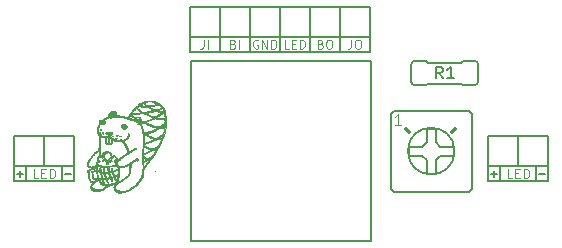
<source format=gbr>
G04 #@! TF.GenerationSoftware,KiCad,Pcbnew,(5.1.9-0-10_14)*
G04 #@! TF.CreationDate,2021-07-10T16:18:32+02:00*
G04 #@! TF.ProjectId,3pdt-switch,33706474-2d73-4776-9974-63682e6b6963,rev?*
G04 #@! TF.SameCoordinates,Original*
G04 #@! TF.FileFunction,Legend,Top*
G04 #@! TF.FilePolarity,Positive*
%FSLAX46Y46*%
G04 Gerber Fmt 4.6, Leading zero omitted, Abs format (unit mm)*
G04 Created by KiCad (PCBNEW (5.1.9-0-10_14)) date 2021-07-10 16:18:32*
%MOMM*%
%LPD*%
G01*
G04 APERTURE LIST*
%ADD10C,0.010000*%
%ADD11C,0.152400*%
%ADD12C,0.127000*%
%ADD13C,0.304800*%
%ADD14C,0.150000*%
%ADD15C,0.081280*%
%ADD16C,0.100000*%
G04 APERTURE END LIST*
D10*
G36*
X103262264Y-92119483D02*
G01*
X103312551Y-92123065D01*
X103318795Y-92123762D01*
X103425434Y-92140225D01*
X103530875Y-92163952D01*
X103632327Y-92194064D01*
X103727000Y-92229682D01*
X103812103Y-92269926D01*
X103849138Y-92290872D01*
X103874793Y-92306575D01*
X103896630Y-92320414D01*
X103911187Y-92330175D01*
X103914222Y-92332463D01*
X103925239Y-92339766D01*
X103945027Y-92351303D01*
X103969792Y-92364885D01*
X103976401Y-92368388D01*
X104000895Y-92382451D01*
X104023545Y-92398507D01*
X104047223Y-92418979D01*
X104074804Y-92446292D01*
X104098596Y-92471450D01*
X104131380Y-92505282D01*
X104161720Y-92533899D01*
X104187345Y-92555252D01*
X104203226Y-92565893D01*
X104217553Y-92574960D01*
X104232373Y-92587431D01*
X104249296Y-92605072D01*
X104269936Y-92629653D01*
X104295901Y-92662942D01*
X104316516Y-92690246D01*
X104346318Y-92730543D01*
X104368884Y-92762536D01*
X104385826Y-92788913D01*
X104398758Y-92812361D01*
X104409294Y-92835566D01*
X104418840Y-92860635D01*
X104434189Y-92906430D01*
X104447833Y-92953690D01*
X104460037Y-93004003D01*
X104471063Y-93058957D01*
X104481175Y-93120140D01*
X104490636Y-93189139D01*
X104499710Y-93267542D01*
X104508660Y-93356937D01*
X104517390Y-93454697D01*
X104522667Y-93513965D01*
X104528424Y-93574110D01*
X104534347Y-93632161D01*
X104540124Y-93685144D01*
X104545440Y-93730089D01*
X104549982Y-93764023D01*
X104550098Y-93764805D01*
X104555710Y-93805315D01*
X104559489Y-93840882D01*
X104561625Y-93875599D01*
X104562309Y-93913556D01*
X104561730Y-93958846D01*
X104560769Y-93994111D01*
X104548734Y-94185463D01*
X104524208Y-94382436D01*
X104487169Y-94585128D01*
X104437590Y-94793637D01*
X104375448Y-95008061D01*
X104300718Y-95228496D01*
X104213375Y-95455041D01*
X104166312Y-95567500D01*
X104121907Y-95668681D01*
X104080721Y-95757507D01*
X104042112Y-95835193D01*
X104005437Y-95902955D01*
X103970053Y-95962010D01*
X103935317Y-96013573D01*
X103918753Y-96035931D01*
X103907562Y-96052963D01*
X103891593Y-96080533D01*
X103871993Y-96116375D01*
X103849910Y-96158220D01*
X103826491Y-96203801D01*
X103802884Y-96250849D01*
X103780237Y-96297098D01*
X103759697Y-96340279D01*
X103742413Y-96378125D01*
X103729531Y-96408368D01*
X103726991Y-96414844D01*
X103713873Y-96444245D01*
X103698057Y-96472771D01*
X103684198Y-96492638D01*
X103671842Y-96508996D01*
X103654204Y-96534420D01*
X103633306Y-96565900D01*
X103611168Y-96600428D01*
X103602545Y-96614216D01*
X103575475Y-96656357D01*
X103543766Y-96703435D01*
X103511278Y-96749836D01*
X103481869Y-96789945D01*
X103480583Y-96791638D01*
X103453969Y-96827005D01*
X103426745Y-96863819D01*
X103401804Y-96898127D01*
X103382041Y-96925979D01*
X103379083Y-96930254D01*
X103356326Y-96960353D01*
X103329702Y-96991158D01*
X103304292Y-97016863D01*
X103299787Y-97020894D01*
X103270284Y-97050281D01*
X103246934Y-97080789D01*
X103239357Y-97093945D01*
X103228109Y-97114664D01*
X103214546Y-97135885D01*
X103197043Y-97159760D01*
X103173973Y-97188443D01*
X103143713Y-97224086D01*
X103124040Y-97246723D01*
X103100652Y-97274358D01*
X103072717Y-97308689D01*
X103044010Y-97345015D01*
X103021996Y-97373723D01*
X102996979Y-97406480D01*
X102971007Y-97439726D01*
X102947274Y-97469411D01*
X102930128Y-97490138D01*
X102889539Y-97540605D01*
X102850436Y-97594447D01*
X102815516Y-97647705D01*
X102787475Y-97696420D01*
X102781225Y-97708705D01*
X102764811Y-97739799D01*
X102743663Y-97776604D01*
X102721186Y-97813301D01*
X102709863Y-97830766D01*
X102662314Y-97912982D01*
X102628676Y-97996009D01*
X102608750Y-98080713D01*
X102602337Y-98167954D01*
X102609236Y-98258597D01*
X102609910Y-98263121D01*
X102613070Y-98294539D01*
X102612546Y-98326630D01*
X102607895Y-98361841D01*
X102598675Y-98402618D01*
X102584443Y-98451409D01*
X102565495Y-98508515D01*
X102513719Y-98638040D01*
X102448876Y-98765594D01*
X102371964Y-98890395D01*
X102283977Y-99011659D01*
X102185910Y-99128605D01*
X102078760Y-99240451D01*
X101963521Y-99346414D01*
X101841189Y-99445712D01*
X101712759Y-99537562D01*
X101579227Y-99621182D01*
X101441588Y-99695791D01*
X101300837Y-99760605D01*
X101157971Y-99814842D01*
X101013983Y-99857721D01*
X100869871Y-99888458D01*
X100795852Y-99899305D01*
X100769645Y-99901554D01*
X100733462Y-99903327D01*
X100690560Y-99904598D01*
X100644194Y-99905343D01*
X100597622Y-99905535D01*
X100554098Y-99905150D01*
X100516880Y-99904163D01*
X100489224Y-99902548D01*
X100481695Y-99901738D01*
X100422907Y-99887851D01*
X100362505Y-99862481D01*
X100303785Y-99827372D01*
X100250042Y-99784270D01*
X100238075Y-99772755D01*
X100187521Y-99713546D01*
X100148776Y-99649621D01*
X100121934Y-99582432D01*
X100107086Y-99513429D01*
X100104325Y-99444066D01*
X100113742Y-99375794D01*
X100135431Y-99310065D01*
X100169483Y-99248331D01*
X100202118Y-99206714D01*
X100225561Y-99183270D01*
X100252456Y-99160128D01*
X100269400Y-99147553D01*
X100286627Y-99135150D01*
X100296415Y-99126464D01*
X100296857Y-99123500D01*
X100288198Y-99125646D01*
X100267996Y-99131697D01*
X100238089Y-99141071D01*
X100200311Y-99153183D01*
X100156500Y-99167452D01*
X100109050Y-99183108D01*
X100034547Y-99207593D01*
X99971870Y-99227600D01*
X99919602Y-99243525D01*
X99876327Y-99255764D01*
X99840627Y-99264711D01*
X99811085Y-99270762D01*
X99786285Y-99274312D01*
X99779924Y-99274918D01*
X99763440Y-99277822D01*
X99744128Y-99284384D01*
X99720905Y-99295274D01*
X99692691Y-99311158D01*
X99658404Y-99332705D01*
X99616963Y-99360583D01*
X99567287Y-99395460D01*
X99508295Y-99438005D01*
X99466428Y-99468628D01*
X99401293Y-99516086D01*
X99345428Y-99555879D01*
X99297076Y-99589150D01*
X99254480Y-99617039D01*
X99215883Y-99640687D01*
X99179529Y-99661237D01*
X99143660Y-99679828D01*
X99134084Y-99684537D01*
X99088934Y-99705395D01*
X99045753Y-99722644D01*
X99001240Y-99737275D01*
X98952091Y-99750277D01*
X98895005Y-99762641D01*
X98837451Y-99773445D01*
X98741824Y-99787761D01*
X98652617Y-99795558D01*
X98571364Y-99796808D01*
X98499602Y-99791483D01*
X98442639Y-99780583D01*
X98365962Y-99754448D01*
X98298703Y-99719626D01*
X98241629Y-99676737D01*
X98195507Y-99626401D01*
X98161105Y-99569236D01*
X98150906Y-99544892D01*
X98134525Y-99480805D01*
X98131491Y-99413869D01*
X98140887Y-99349336D01*
X98228472Y-99349336D01*
X98237054Y-99392591D01*
X98241652Y-99404381D01*
X98267402Y-99446953D01*
X98306117Y-99486093D01*
X98356985Y-99521414D01*
X98419190Y-99552526D01*
X98491920Y-99579039D01*
X98574359Y-99600564D01*
X98665696Y-99616713D01*
X98693111Y-99620261D01*
X98721668Y-99622049D01*
X98760600Y-99622249D01*
X98806283Y-99621055D01*
X98855095Y-99618661D01*
X98903412Y-99615261D01*
X98947612Y-99611049D01*
X98984070Y-99606221D01*
X98996500Y-99603996D01*
X99098818Y-99578088D01*
X99190368Y-99543454D01*
X99271614Y-99499913D01*
X99286746Y-99490067D01*
X99303309Y-99477622D01*
X99325880Y-99458843D01*
X99352514Y-99435548D01*
X99381267Y-99409558D01*
X99410194Y-99382693D01*
X99437350Y-99356772D01*
X99460789Y-99333616D01*
X99478567Y-99315044D01*
X99488740Y-99302877D01*
X99490389Y-99299517D01*
X99483894Y-99296622D01*
X99466458Y-99292712D01*
X99441156Y-99288418D01*
X99425125Y-99286137D01*
X99333227Y-99272821D01*
X99254133Y-99258784D01*
X99186536Y-99243409D01*
X99129129Y-99226078D01*
X99080605Y-99206172D01*
X99039659Y-99183073D01*
X99004982Y-99156164D01*
X98975269Y-99124827D01*
X98949212Y-99088443D01*
X98927854Y-99050962D01*
X98913854Y-99021592D01*
X98900315Y-98988999D01*
X98888287Y-98956280D01*
X98878821Y-98926528D01*
X98872968Y-98902839D01*
X98871779Y-98888309D01*
X98872146Y-98886894D01*
X98871706Y-98880489D01*
X98862262Y-98877347D01*
X98842771Y-98876555D01*
X98816593Y-98878854D01*
X98783472Y-98885247D01*
X98745424Y-98894974D01*
X98704462Y-98907277D01*
X98662603Y-98921398D01*
X98621860Y-98936579D01*
X98584249Y-98952060D01*
X98551784Y-98967084D01*
X98526481Y-98980891D01*
X98510354Y-98992725D01*
X98505419Y-99001825D01*
X98505996Y-99003323D01*
X98503212Y-99010567D01*
X98491671Y-99020513D01*
X98490203Y-99021478D01*
X98476176Y-99032245D01*
X98456073Y-99049834D01*
X98433637Y-99070933D01*
X98427536Y-99076930D01*
X98402288Y-99101493D01*
X98371625Y-99130565D01*
X98340688Y-99159294D01*
X98328512Y-99170396D01*
X98282994Y-99216970D01*
X98251266Y-99262001D01*
X98233150Y-99305964D01*
X98228472Y-99349336D01*
X98140887Y-99349336D01*
X98141530Y-99344924D01*
X98164369Y-99274813D01*
X98199733Y-99204378D01*
X98247351Y-99134460D01*
X98306210Y-99066664D01*
X98350917Y-99020411D01*
X98280361Y-99020803D01*
X98246500Y-99020602D01*
X98222568Y-99019072D01*
X98204397Y-99015489D01*
X98187819Y-99009127D01*
X98174528Y-99002421D01*
X98140480Y-98980458D01*
X98109848Y-98952069D01*
X98082028Y-98916100D01*
X98056416Y-98871398D01*
X98032408Y-98816810D01*
X98009402Y-98751182D01*
X97986792Y-98673362D01*
X97971975Y-98615500D01*
X97959374Y-98561647D01*
X97950587Y-98517555D01*
X97945018Y-98479580D01*
X97942074Y-98444078D01*
X97941463Y-98428527D01*
X97939647Y-98394335D01*
X97935746Y-98360769D01*
X97929106Y-98323975D01*
X97919074Y-98280102D01*
X97910616Y-98246698D01*
X97896595Y-98189360D01*
X97887443Y-98143264D01*
X97883193Y-98108245D01*
X97991084Y-98108245D01*
X97991572Y-98183719D01*
X97992515Y-98218720D01*
X97995236Y-98251764D01*
X98000297Y-98286851D01*
X98008262Y-98327982D01*
X98018056Y-98372083D01*
X98028224Y-98419222D01*
X98038096Y-98470270D01*
X98046706Y-98519885D01*
X98053088Y-98562723D01*
X98054391Y-98573166D01*
X98068161Y-98663753D01*
X98086740Y-98741236D01*
X98110218Y-98805809D01*
X98138684Y-98857668D01*
X98172227Y-98897007D01*
X98210937Y-98924020D01*
X98216861Y-98926870D01*
X98253966Y-98937311D01*
X98297624Y-98939212D01*
X98343188Y-98932614D01*
X98366968Y-98925525D01*
X98393604Y-98916431D01*
X98427292Y-98905600D01*
X98461502Y-98895123D01*
X98467334Y-98893400D01*
X98498037Y-98883569D01*
X98536653Y-98870003D01*
X98578125Y-98854531D01*
X98615500Y-98839762D01*
X98654131Y-98824134D01*
X98693739Y-98808380D01*
X98729621Y-98794355D01*
X98756611Y-98784088D01*
X98809528Y-98764456D01*
X98777778Y-98764270D01*
X98758916Y-98764934D01*
X98729723Y-98766885D01*
X98693895Y-98769837D01*
X98655123Y-98773507D01*
X98647250Y-98774312D01*
X98568219Y-98781188D01*
X98500720Y-98784131D01*
X98442739Y-98783157D01*
X98392263Y-98778287D01*
X98382262Y-98776743D01*
X98354854Y-98771333D01*
X98339324Y-98765776D01*
X98333458Y-98759195D01*
X98333243Y-98757341D01*
X98332400Y-98738167D01*
X98330157Y-98707978D01*
X98326816Y-98669766D01*
X98322683Y-98626525D01*
X98318062Y-98581247D01*
X98313259Y-98536925D01*
X98308578Y-98496550D01*
X98304324Y-98463116D01*
X98301005Y-98440797D01*
X98281056Y-98346787D01*
X98255325Y-98265612D01*
X98223799Y-98197228D01*
X98211089Y-98175827D01*
X98206004Y-98167800D01*
X98291318Y-98167800D01*
X98292650Y-98179812D01*
X98297733Y-98203173D01*
X98307054Y-98231448D01*
X98314728Y-98249908D01*
X98327972Y-98282274D01*
X98339043Y-98318274D01*
X98348545Y-98360564D01*
X98357079Y-98411797D01*
X98364801Y-98470861D01*
X98371569Y-98526691D01*
X98377269Y-98570294D01*
X98382307Y-98603475D01*
X98387087Y-98628039D01*
X98392014Y-98645794D01*
X98397492Y-98658545D01*
X98403927Y-98668097D01*
X98410588Y-98675184D01*
X98436563Y-98694253D01*
X98468695Y-98706717D01*
X98508556Y-98712774D01*
X98557718Y-98712622D01*
X98617753Y-98706460D01*
X98636667Y-98703694D01*
X98669249Y-98699084D01*
X98699620Y-98695503D01*
X98722993Y-98693489D01*
X98729905Y-98693237D01*
X98750679Y-98690380D01*
X98762569Y-98680777D01*
X98764128Y-98678138D01*
X98767677Y-98669423D01*
X98769023Y-98658837D01*
X98767769Y-98644389D01*
X98763519Y-98624089D01*
X98755875Y-98595946D01*
X98744440Y-98557970D01*
X98732636Y-98520250D01*
X98720193Y-98480068D01*
X98708165Y-98439883D01*
X98697782Y-98403889D01*
X98690273Y-98376277D01*
X98689212Y-98372083D01*
X98681394Y-98341207D01*
X98671682Y-98303770D01*
X98661908Y-98266818D01*
X98659862Y-98259194D01*
X98651555Y-98222215D01*
X98644224Y-98178612D01*
X98639063Y-98135869D01*
X98637948Y-98121859D01*
X98635572Y-98088648D01*
X98633731Y-98072222D01*
X98724086Y-98072222D01*
X98724634Y-98160931D01*
X98731136Y-98218882D01*
X98747377Y-98311654D01*
X98767076Y-98400999D01*
X98789697Y-98485379D01*
X98814702Y-98563259D01*
X98841553Y-98633101D01*
X98869715Y-98693368D01*
X98898650Y-98742523D01*
X98926371Y-98777535D01*
X98945959Y-98799472D01*
X98958368Y-98818737D01*
X98966798Y-98841367D01*
X98972538Y-98864636D01*
X98994176Y-98935067D01*
X99025833Y-98996219D01*
X99067796Y-99048333D01*
X99120353Y-99091651D01*
X99183793Y-99126412D01*
X99258402Y-99152857D01*
X99337980Y-99170186D01*
X99375715Y-99174353D01*
X99424706Y-99176643D01*
X99482234Y-99177125D01*
X99545580Y-99175871D01*
X99612023Y-99172949D01*
X99678843Y-99168432D01*
X99743323Y-99162387D01*
X99772611Y-99158968D01*
X99820753Y-99152239D01*
X99872584Y-99143828D01*
X99922757Y-99134675D01*
X99965925Y-99125717D01*
X99977222Y-99123084D01*
X100013774Y-99113833D01*
X100058732Y-99101800D01*
X100108919Y-99087900D01*
X100161158Y-99073047D01*
X100212270Y-99058155D01*
X100259078Y-99044137D01*
X100298405Y-99031908D01*
X100325769Y-99022840D01*
X100353288Y-99013205D01*
X100358593Y-98987245D01*
X100457000Y-98987245D01*
X100458113Y-98988581D01*
X100462327Y-98987883D01*
X100470960Y-98984511D01*
X100485325Y-98977826D01*
X100506741Y-98967190D01*
X100536521Y-98951962D01*
X100575982Y-98931502D01*
X100626440Y-98905173D01*
X100633631Y-98901413D01*
X100740022Y-98844898D01*
X100834296Y-98792830D01*
X100917478Y-98744506D01*
X100990589Y-98699222D01*
X101054651Y-98656276D01*
X101110686Y-98614964D01*
X101159718Y-98574584D01*
X101202767Y-98534431D01*
X101240857Y-98493804D01*
X101260875Y-98469998D01*
X101317937Y-98390865D01*
X101364708Y-98306867D01*
X101401675Y-98216612D01*
X101429323Y-98118708D01*
X101448141Y-98011763D01*
X101457941Y-97906416D01*
X101459407Y-97870408D01*
X101460112Y-97827032D01*
X101460123Y-97778881D01*
X101459505Y-97728550D01*
X101458323Y-97678631D01*
X101456643Y-97631720D01*
X101454531Y-97590410D01*
X101452052Y-97557295D01*
X101449272Y-97534970D01*
X101448448Y-97531004D01*
X101446616Y-97526143D01*
X101442885Y-97523649D01*
X101435639Y-97524118D01*
X101423259Y-97528143D01*
X101404127Y-97536319D01*
X101376625Y-97549242D01*
X101339136Y-97567505D01*
X101309736Y-97581984D01*
X101212927Y-97628165D01*
X101125846Y-97666118D01*
X101047000Y-97696171D01*
X100974894Y-97718648D01*
X100908032Y-97733877D01*
X100844920Y-97742182D01*
X100784064Y-97743890D01*
X100723969Y-97739327D01*
X100663139Y-97728819D01*
X100650008Y-97725858D01*
X100626203Y-97721920D01*
X100606959Y-97721624D01*
X100600619Y-97723052D01*
X100591667Y-97726784D01*
X100584290Y-97728038D01*
X100573220Y-97726879D01*
X100554658Y-97723634D01*
X100528844Y-97719046D01*
X100549275Y-97778726D01*
X100571245Y-97858479D01*
X100586358Y-97948142D01*
X100594367Y-98045156D01*
X100595022Y-98146961D01*
X100591477Y-98213333D01*
X100587235Y-98262993D01*
X100582078Y-98312097D01*
X100575697Y-98362561D01*
X100567784Y-98416303D01*
X100558030Y-98475243D01*
X100546127Y-98541298D01*
X100531765Y-98616387D01*
X100514638Y-98702427D01*
X100505872Y-98745592D01*
X100494436Y-98801686D01*
X100483950Y-98853237D01*
X100474736Y-98898653D01*
X100467116Y-98936343D01*
X100461413Y-98964714D01*
X100457947Y-98982176D01*
X100457000Y-98987245D01*
X100358593Y-98987245D01*
X100387080Y-98847866D01*
X100399161Y-98788866D01*
X100412707Y-98722897D01*
X100426667Y-98655069D01*
X100439987Y-98590492D01*
X100451617Y-98534276D01*
X100452337Y-98530804D01*
X100469181Y-98446608D01*
X100482407Y-98373151D01*
X100492358Y-98307630D01*
X100499379Y-98247240D01*
X100503813Y-98189178D01*
X100506004Y-98130638D01*
X100506389Y-98090138D01*
X100503646Y-97996429D01*
X100495040Y-97912823D01*
X100480006Y-97836343D01*
X100457978Y-97764013D01*
X100432631Y-97702028D01*
X100419592Y-97675731D01*
X100406592Y-97657319D01*
X100390831Y-97645406D01*
X100369509Y-97638603D01*
X100339826Y-97635523D01*
X100298980Y-97634778D01*
X100296919Y-97634777D01*
X100266973Y-97635134D01*
X100236699Y-97636339D01*
X100204500Y-97638594D01*
X100168779Y-97642101D01*
X100127938Y-97647060D01*
X100080379Y-97653674D01*
X100024505Y-97662144D01*
X99958717Y-97672672D01*
X99881419Y-97685460D01*
X99839639Y-97692479D01*
X99765779Y-97704830D01*
X99703503Y-97714858D01*
X99650502Y-97722717D01*
X99604470Y-97728561D01*
X99563098Y-97732543D01*
X99524077Y-97734817D01*
X99485101Y-97735536D01*
X99443860Y-97734854D01*
X99398046Y-97732925D01*
X99345353Y-97729902D01*
X99310472Y-97727691D01*
X99214731Y-97720553D01*
X99131388Y-97712148D01*
X99058762Y-97702160D01*
X98995173Y-97690268D01*
X98938939Y-97676155D01*
X98888379Y-97659502D01*
X98841812Y-97639990D01*
X98837902Y-97638151D01*
X98809033Y-97625714D01*
X98786034Y-97618267D01*
X98771962Y-97616783D01*
X98771287Y-97616959D01*
X98757835Y-97626718D01*
X98747026Y-97647027D01*
X98738746Y-97678540D01*
X98732879Y-97721911D01*
X98729312Y-97777794D01*
X98727928Y-97846843D01*
X98727904Y-97863715D01*
X98727744Y-97912364D01*
X98727171Y-97962219D01*
X98726263Y-98009195D01*
X98725092Y-98049211D01*
X98724086Y-98072222D01*
X98633731Y-98072222D01*
X98633107Y-98066656D01*
X98629774Y-98053007D01*
X98624796Y-98044826D01*
X98617395Y-98039236D01*
X98615262Y-98038012D01*
X98599204Y-98033229D01*
X98577774Y-98034619D01*
X98549711Y-98042621D01*
X98513751Y-98057672D01*
X98468635Y-98080209D01*
X98425000Y-98103978D01*
X98386044Y-98125352D01*
X98357080Y-98140148D01*
X98336108Y-98149224D01*
X98321127Y-98153438D01*
X98310138Y-98153647D01*
X98309429Y-98153527D01*
X98296810Y-98151904D01*
X98291501Y-98155522D01*
X98291318Y-98167800D01*
X98206004Y-98167800D01*
X98197951Y-98155091D01*
X98187603Y-98138634D01*
X98183083Y-98131325D01*
X98186508Y-98124481D01*
X98202617Y-98115367D01*
X98222290Y-98107473D01*
X98244452Y-98098762D01*
X98275818Y-98085524D01*
X98312851Y-98069293D01*
X98352013Y-98051607D01*
X98368556Y-98043970D01*
X98436850Y-98013069D01*
X98493523Y-97989320D01*
X98539018Y-97972556D01*
X98573782Y-97962615D01*
X98598258Y-97959333D01*
X98598282Y-97959333D01*
X98623401Y-97953753D01*
X98641912Y-97938937D01*
X98650530Y-97917769D01*
X98650778Y-97913245D01*
X98648341Y-97895810D01*
X98642289Y-97875904D01*
X98634516Y-97858274D01*
X98626911Y-97847665D01*
X98624157Y-97846444D01*
X98613650Y-97848182D01*
X98591990Y-97852976D01*
X98561646Y-97860199D01*
X98525087Y-97869219D01*
X98484782Y-97879409D01*
X98443199Y-97890140D01*
X98402808Y-97900782D01*
X98366077Y-97910707D01*
X98335475Y-97919286D01*
X98318339Y-97924362D01*
X98230068Y-97954792D01*
X98153425Y-97988062D01*
X98089105Y-98023812D01*
X98037801Y-98061683D01*
X98019306Y-98079156D01*
X97991084Y-98108245D01*
X97883193Y-98108245D01*
X97882978Y-98106474D01*
X97883015Y-98077055D01*
X97887375Y-98053074D01*
X97891332Y-98042009D01*
X97902197Y-98021791D01*
X97917158Y-98006197D01*
X97939418Y-97992748D01*
X97972183Y-97978966D01*
X97973445Y-97978490D01*
X97995165Y-97969507D01*
X98026273Y-97955555D01*
X98063599Y-97938109D01*
X98103977Y-97918641D01*
X98133874Y-97903843D01*
X98212780Y-97865321D01*
X98281492Y-97834093D01*
X98341560Y-97809629D01*
X98394537Y-97791403D01*
X98441972Y-97778887D01*
X98485418Y-97771554D01*
X98526426Y-97768876D01*
X98530834Y-97768843D01*
X98578479Y-97765899D01*
X98613520Y-97757214D01*
X98636284Y-97742692D01*
X98641219Y-97736509D01*
X98646282Y-97723693D01*
X98651016Y-97703285D01*
X98654951Y-97679134D01*
X98657616Y-97655088D01*
X98658540Y-97634995D01*
X98657252Y-97622706D01*
X98655396Y-97620666D01*
X98647430Y-97623121D01*
X98629307Y-97629755D01*
X98603956Y-97639472D01*
X98582128Y-97648059D01*
X98473508Y-97688166D01*
X98372878Y-97719073D01*
X98280539Y-97740793D01*
X98196791Y-97753337D01*
X98121932Y-97756719D01*
X98056264Y-97750951D01*
X98000086Y-97736046D01*
X97953698Y-97712017D01*
X97917400Y-97678875D01*
X97891491Y-97636634D01*
X97884619Y-97618765D01*
X97877519Y-97584102D01*
X97875126Y-97539949D01*
X97876587Y-97505264D01*
X97942624Y-97505264D01*
X97945898Y-97553891D01*
X97959724Y-97594208D01*
X97971997Y-97612800D01*
X97990783Y-97630380D01*
X98019087Y-97650110D01*
X98053036Y-97669686D01*
X98088757Y-97686805D01*
X98111028Y-97695502D01*
X98136474Y-97700680D01*
X98171723Y-97702928D01*
X98212813Y-97702422D01*
X98255782Y-97699339D01*
X98296669Y-97693854D01*
X98331510Y-97686143D01*
X98333278Y-97685626D01*
X98404039Y-97661634D01*
X98472294Y-97632854D01*
X98535245Y-97600733D01*
X98590094Y-97566716D01*
X98634042Y-97532248D01*
X98638791Y-97527826D01*
X98673296Y-97494958D01*
X98653327Y-97460883D01*
X98640472Y-97434893D01*
X98634494Y-97409580D01*
X98633249Y-97384390D01*
X98633306Y-97374617D01*
X98716780Y-97374617D01*
X98724429Y-97409841D01*
X98738972Y-97437323D01*
X98772136Y-97474977D01*
X98817822Y-97511089D01*
X98874465Y-97544973D01*
X98940502Y-97575945D01*
X99014371Y-97603318D01*
X99094506Y-97626406D01*
X99179346Y-97644524D01*
X99229334Y-97652381D01*
X99271533Y-97656666D01*
X99324200Y-97659721D01*
X99383742Y-97661515D01*
X99446568Y-97662019D01*
X99509086Y-97661203D01*
X99567702Y-97659036D01*
X99617389Y-97655620D01*
X99650409Y-97652235D01*
X99693572Y-97647220D01*
X99743067Y-97641050D01*
X99795083Y-97634200D01*
X99845809Y-97627146D01*
X99846695Y-97627019D01*
X99899818Y-97619393D01*
X99941630Y-97613388D01*
X99974787Y-97608613D01*
X100001944Y-97604679D01*
X100025757Y-97601200D01*
X100048882Y-97597784D01*
X100073976Y-97594044D01*
X100103695Y-97589592D01*
X100140693Y-97584037D01*
X100154931Y-97581899D01*
X100194350Y-97576041D01*
X100229022Y-97571003D01*
X100256487Y-97567134D01*
X100274286Y-97564782D01*
X100279790Y-97564222D01*
X100280488Y-97558622D01*
X100275355Y-97543982D01*
X100266123Y-97524700D01*
X100249289Y-97480513D01*
X100245867Y-97436115D01*
X100255749Y-97389280D01*
X100258939Y-97380400D01*
X100270353Y-97355196D01*
X100286526Y-97328243D01*
X100308713Y-97297910D01*
X100338167Y-97262564D01*
X100376142Y-97220571D01*
X100405778Y-97189159D01*
X100436250Y-97157081D01*
X100456978Y-97133840D01*
X100467877Y-97117989D01*
X100468864Y-97108078D01*
X100459854Y-97102661D01*
X100440762Y-97100287D01*
X100411505Y-97099510D01*
X100400556Y-97099369D01*
X100339261Y-97103113D01*
X100288583Y-97116111D01*
X100248431Y-97138427D01*
X100218714Y-97170126D01*
X100199340Y-97211272D01*
X100191818Y-97246218D01*
X100188537Y-97267499D01*
X100184589Y-97277820D01*
X100177762Y-97280249D01*
X100168508Y-97278513D01*
X100140054Y-97267093D01*
X100120709Y-97250073D01*
X100114358Y-97236866D01*
X100115494Y-97214437D01*
X100127739Y-97186943D01*
X100149767Y-97155993D01*
X100180256Y-97123196D01*
X100217880Y-97090164D01*
X100260699Y-97058915D01*
X100287996Y-97038463D01*
X100303815Y-97019640D01*
X100308168Y-97000359D01*
X100301064Y-96978533D01*
X100282512Y-96952071D01*
X100261309Y-96928161D01*
X100212390Y-96883516D01*
X100161824Y-96852262D01*
X100110119Y-96834657D01*
X100069452Y-96830566D01*
X100035752Y-96832807D01*
X99999978Y-96838695D01*
X99964860Y-96847338D01*
X99933130Y-96857846D01*
X99907519Y-96869328D01*
X99890759Y-96880893D01*
X99885500Y-96890560D01*
X99881950Y-96899861D01*
X99879013Y-96901000D01*
X99868815Y-96906022D01*
X99852276Y-96919352D01*
X99832000Y-96938386D01*
X99810591Y-96960517D01*
X99790654Y-96983140D01*
X99774793Y-97003651D01*
X99771527Y-97008520D01*
X99758940Y-97030794D01*
X99746261Y-97057609D01*
X99734784Y-97085561D01*
X99725804Y-97111247D01*
X99720617Y-97131265D01*
X99720517Y-97142211D01*
X99720598Y-97142350D01*
X99728784Y-97144940D01*
X99747510Y-97146905D01*
X99773210Y-97147915D01*
X99781847Y-97147983D01*
X99827470Y-97149679D01*
X99862574Y-97155309D01*
X99890427Y-97165793D01*
X99914294Y-97182053D01*
X99919680Y-97186814D01*
X99934719Y-97201889D01*
X99940008Y-97211574D01*
X99937091Y-97218941D01*
X99936266Y-97219812D01*
X99922073Y-97225798D01*
X99897031Y-97228006D01*
X99863847Y-97226566D01*
X99825231Y-97221610D01*
X99783890Y-97213268D01*
X99779667Y-97212242D01*
X99731268Y-97201922D01*
X99692117Y-97197803D01*
X99658728Y-97200004D01*
X99627616Y-97208646D01*
X99606102Y-97218202D01*
X99571886Y-97239540D01*
X99550504Y-97263623D01*
X99540724Y-97292089D01*
X99539778Y-97306245D01*
X99546279Y-97343811D01*
X99564112Y-97380720D01*
X99590768Y-97413554D01*
X99623741Y-97438898D01*
X99644296Y-97448645D01*
X99663662Y-97455930D01*
X99676565Y-97460995D01*
X99679389Y-97462256D01*
X99678256Y-97468830D01*
X99672696Y-97482761D01*
X99672603Y-97482967D01*
X99666666Y-97493964D01*
X99659088Y-97499142D01*
X99645594Y-97499838D01*
X99625271Y-97497786D01*
X99589240Y-97490520D01*
X99553263Y-97478163D01*
X99522724Y-97462798D01*
X99509053Y-97452827D01*
X99497468Y-97438724D01*
X99485412Y-97418518D01*
X99482492Y-97412527D01*
X99470818Y-97370927D01*
X99471872Y-97326994D01*
X99484884Y-97282504D01*
X99509081Y-97239231D01*
X99543692Y-97198950D01*
X99587947Y-97163436D01*
X99591877Y-97160857D01*
X99615875Y-97144086D01*
X99631693Y-97128518D01*
X99643729Y-97108964D01*
X99652687Y-97089113D01*
X99689149Y-97019965D01*
X99737275Y-96955590D01*
X99794942Y-96897817D01*
X99860027Y-96848474D01*
X99930408Y-96809391D01*
X100003961Y-96782397D01*
X100010778Y-96780593D01*
X100075294Y-96769222D01*
X100133416Y-96770068D01*
X100186174Y-96783349D01*
X100234602Y-96809284D01*
X100266038Y-96834676D01*
X100296851Y-96867854D01*
X100322439Y-96904423D01*
X100340901Y-96941023D01*
X100350341Y-96974294D01*
X100351167Y-96985382D01*
X100353976Y-97008231D01*
X100364025Y-97021496D01*
X100383747Y-97027297D01*
X100400203Y-97028076D01*
X100427368Y-97030366D01*
X100457231Y-97036023D01*
X100466941Y-97038659D01*
X100503028Y-97047305D01*
X100529352Y-97047937D01*
X100547828Y-97040463D01*
X100554083Y-97034440D01*
X100572457Y-97015476D01*
X100601105Y-96989890D01*
X100638520Y-96958827D01*
X100683192Y-96923431D01*
X100733613Y-96884844D01*
X100788276Y-96844212D01*
X100845672Y-96802677D01*
X100904293Y-96761384D01*
X100962630Y-96721476D01*
X100996750Y-96698749D01*
X101058387Y-96658011D01*
X101109285Y-96624017D01*
X101150601Y-96595924D01*
X101183495Y-96572890D01*
X101209125Y-96554074D01*
X101228651Y-96538632D01*
X101243232Y-96525723D01*
X101254025Y-96514504D01*
X101259507Y-96507789D01*
X101270057Y-96492156D01*
X101275898Y-96476877D01*
X101278312Y-96456896D01*
X101278625Y-96432330D01*
X101276920Y-96405002D01*
X101271653Y-96377040D01*
X101262014Y-96346317D01*
X101247195Y-96310707D01*
X101226387Y-96268083D01*
X101198781Y-96216318D01*
X101191285Y-96202715D01*
X101178259Y-96179187D01*
X101159485Y-96145271D01*
X101136043Y-96102921D01*
X101109018Y-96054096D01*
X101079493Y-96000753D01*
X101048551Y-95944848D01*
X101019332Y-95892055D01*
X100989076Y-95837407D01*
X100960107Y-95785124D01*
X100933342Y-95736854D01*
X100909696Y-95694248D01*
X100890083Y-95658953D01*
X100875418Y-95632619D01*
X100866618Y-95616894D01*
X100866323Y-95616372D01*
X100851275Y-95593426D01*
X100835072Y-95574341D01*
X100824101Y-95565219D01*
X100795277Y-95555710D01*
X100755327Y-95554572D01*
X100704485Y-95561800D01*
X100679250Y-95567500D01*
X100644001Y-95575405D01*
X100613868Y-95579756D01*
X100584364Y-95580632D01*
X100551002Y-95578112D01*
X100509296Y-95572278D01*
X100499432Y-95570700D01*
X100362759Y-95542083D01*
X100229524Y-95500896D01*
X100097556Y-95446448D01*
X100077006Y-95436745D01*
X100046235Y-95422415D01*
X100020044Y-95411054D01*
X100001029Y-95403726D01*
X99991780Y-95401497D01*
X99991478Y-95401605D01*
X99987303Y-95410706D01*
X99981572Y-95433778D01*
X99974296Y-95470768D01*
X99965484Y-95521623D01*
X99955146Y-95586290D01*
X99945386Y-95650605D01*
X99939243Y-95691003D01*
X99933540Y-95726911D01*
X99928692Y-95755842D01*
X99925113Y-95775309D01*
X99923428Y-95782436D01*
X99914164Y-95789617D01*
X99893340Y-95797132D01*
X99863486Y-95804582D01*
X99827136Y-95811568D01*
X99786820Y-95817690D01*
X99745071Y-95822549D01*
X99704420Y-95825745D01*
X99667398Y-95826879D01*
X99645611Y-95826270D01*
X99590570Y-95819699D01*
X99543035Y-95806690D01*
X99502750Y-95786591D01*
X99469459Y-95758750D01*
X99442905Y-95722512D01*
X99422832Y-95677227D01*
X99408983Y-95622241D01*
X99401329Y-95558777D01*
X99492360Y-95558777D01*
X99492418Y-95581298D01*
X99493032Y-95598700D01*
X99494181Y-95612479D01*
X99495847Y-95624131D01*
X99496903Y-95629806D01*
X99508063Y-95667274D01*
X99525766Y-95696293D01*
X99551235Y-95717485D01*
X99585695Y-95731470D01*
X99630368Y-95738868D01*
X99686481Y-95740301D01*
X99712847Y-95739320D01*
X99746053Y-95737256D01*
X99776628Y-95734721D01*
X99800052Y-95732119D01*
X99808097Y-95730836D01*
X99818661Y-95728274D01*
X99826613Y-95723889D01*
X99833409Y-95715290D01*
X99840507Y-95700082D01*
X99849366Y-95675875D01*
X99859192Y-95646954D01*
X99882403Y-95569202D01*
X99897414Y-95498619D01*
X99904038Y-95436424D01*
X99902086Y-95383836D01*
X99900880Y-95375890D01*
X99884488Y-95315002D01*
X99857672Y-95263310D01*
X99845119Y-95246472D01*
X99830727Y-95231063D01*
X99812486Y-95214387D01*
X99794047Y-95199446D01*
X99779060Y-95189241D01*
X99772177Y-95186500D01*
X99768894Y-95188607D01*
X99765927Y-95195853D01*
X99763110Y-95209621D01*
X99760274Y-95231296D01*
X99757252Y-95262262D01*
X99753878Y-95303903D01*
X99749984Y-95357605D01*
X99747942Y-95387192D01*
X99741689Y-95468375D01*
X99734969Y-95535620D01*
X99727787Y-95588893D01*
X99720149Y-95628158D01*
X99712060Y-95653382D01*
X99705133Y-95663533D01*
X99690647Y-95668414D01*
X99677696Y-95668068D01*
X99667206Y-95663990D01*
X99660153Y-95654337D01*
X99654442Y-95635577D01*
X99652109Y-95624951D01*
X99647892Y-95590992D01*
X99646618Y-95545984D01*
X99648137Y-95492646D01*
X99652300Y-95433697D01*
X99658956Y-95371856D01*
X99667957Y-95309842D01*
X99670184Y-95296742D01*
X99676424Y-95260132D01*
X99681461Y-95228791D01*
X99684925Y-95205176D01*
X99686444Y-95191746D01*
X99686353Y-95189612D01*
X99678904Y-95189565D01*
X99660500Y-95191156D01*
X99634167Y-95194089D01*
X99611728Y-95196901D01*
X99565861Y-95204464D01*
X99533250Y-95213584D01*
X99513093Y-95224593D01*
X99504588Y-95237822D01*
X99504192Y-95241343D01*
X99503758Y-95253617D01*
X99502862Y-95275987D01*
X99501666Y-95304454D01*
X99501124Y-95317027D01*
X99498097Y-95387583D01*
X99495727Y-95445540D01*
X99493995Y-95492394D01*
X99492879Y-95529641D01*
X99492360Y-95558777D01*
X99401329Y-95558777D01*
X99401102Y-95556902D01*
X99398932Y-95480556D01*
X99402218Y-95392552D01*
X99410701Y-95292237D01*
X99416202Y-95242432D01*
X99419987Y-95210170D01*
X99372285Y-95215933D01*
X99308135Y-95218404D01*
X99239650Y-95210581D01*
X99165727Y-95192206D01*
X99085261Y-95163018D01*
X99018355Y-95133113D01*
X98987981Y-95118730D01*
X98962726Y-95107089D01*
X98945010Y-95099280D01*
X98937252Y-95096396D01*
X98937100Y-95096441D01*
X98937033Y-95103610D01*
X98937069Y-95123883D01*
X98937201Y-95156258D01*
X98937425Y-95199727D01*
X98937734Y-95253286D01*
X98938121Y-95315930D01*
X98938580Y-95386654D01*
X98939105Y-95464451D01*
X98939690Y-95548318D01*
X98940329Y-95637249D01*
X98940985Y-95726250D01*
X98941893Y-95842328D01*
X98942804Y-95945490D01*
X98943756Y-96036930D01*
X98944784Y-96117844D01*
X98945926Y-96189426D01*
X98947217Y-96252870D01*
X98948696Y-96309373D01*
X98950397Y-96360128D01*
X98952359Y-96406330D01*
X98954617Y-96449175D01*
X98957208Y-96489856D01*
X98960168Y-96529570D01*
X98963535Y-96569509D01*
X98967345Y-96610871D01*
X98968442Y-96622305D01*
X98972551Y-96665192D01*
X98975931Y-96696041D01*
X98979523Y-96716825D01*
X98984266Y-96729518D01*
X98991100Y-96736093D01*
X99000964Y-96738525D01*
X99014799Y-96738788D01*
X99023870Y-96738722D01*
X99064229Y-96738722D01*
X99079296Y-96687569D01*
X99105645Y-96622537D01*
X99143947Y-96564237D01*
X99193182Y-96513853D01*
X99252327Y-96472570D01*
X99274997Y-96460580D01*
X99327895Y-96437779D01*
X99380138Y-96422342D01*
X99437073Y-96412934D01*
X99480094Y-96409363D01*
X99556876Y-96410059D01*
X99628367Y-96420831D01*
X99693582Y-96440880D01*
X99751535Y-96469408D01*
X99801243Y-96505614D01*
X99841719Y-96548698D01*
X99871979Y-96597863D01*
X99891038Y-96652307D01*
X99897911Y-96711231D01*
X99895954Y-96746891D01*
X99892666Y-96770125D01*
X99888604Y-96782547D01*
X99882114Y-96787428D01*
X99875153Y-96788111D01*
X99864504Y-96785832D01*
X99858593Y-96776527D01*
X99855201Y-96758773D01*
X99850069Y-96737981D01*
X99840190Y-96710385D01*
X99827586Y-96681563D01*
X99826032Y-96678377D01*
X99791633Y-96624233D01*
X99746251Y-96576953D01*
X99691777Y-96537621D01*
X99630100Y-96507320D01*
X99563109Y-96487132D01*
X99492694Y-96478141D01*
X99475996Y-96477770D01*
X99405213Y-96483610D01*
X99341731Y-96501510D01*
X99285313Y-96531604D01*
X99235723Y-96574026D01*
X99192724Y-96628910D01*
X99183894Y-96643057D01*
X99168990Y-96670571D01*
X99160848Y-96694212D01*
X99160237Y-96715895D01*
X99167929Y-96737535D01*
X99184691Y-96761044D01*
X99211296Y-96788338D01*
X99248512Y-96821332D01*
X99259266Y-96830444D01*
X99306985Y-96872617D01*
X99343962Y-96910182D01*
X99371855Y-96945275D01*
X99392319Y-96980031D01*
X99407009Y-97016583D01*
X99409265Y-97023841D01*
X99415755Y-97041058D01*
X99425089Y-97050938D01*
X99441946Y-97057532D01*
X99450995Y-97059940D01*
X99486885Y-97072463D01*
X99510239Y-97089119D01*
X99522293Y-97110973D01*
X99524377Y-97122991D01*
X99520100Y-97151260D01*
X99502542Y-97175698D01*
X99476278Y-97193582D01*
X99452092Y-97204699D01*
X99436592Y-97207893D01*
X99426812Y-97203200D01*
X99421335Y-97194282D01*
X99417504Y-97182436D01*
X99421160Y-97173782D01*
X99434606Y-97163848D01*
X99438158Y-97161631D01*
X99455786Y-97147263D01*
X99461127Y-97134515D01*
X99455949Y-97123750D01*
X99442021Y-97115332D01*
X99421109Y-97109627D01*
X99394983Y-97106997D01*
X99365410Y-97107807D01*
X99334159Y-97112422D01*
X99302998Y-97121206D01*
X99282939Y-97129659D01*
X99241164Y-97156851D01*
X99210030Y-97192825D01*
X99188455Y-97238828D01*
X99188442Y-97238868D01*
X99175598Y-97277399D01*
X99159700Y-97255072D01*
X99147792Y-97233387D01*
X99140258Y-97210735D01*
X99139961Y-97209078D01*
X99142049Y-97185923D01*
X99156242Y-97162496D01*
X99183125Y-97138140D01*
X99223278Y-97112197D01*
X99228673Y-97109138D01*
X99256559Y-97092353D01*
X99274968Y-97077756D01*
X99287464Y-97062141D01*
X99293851Y-97050445D01*
X99304556Y-97013953D01*
X99301894Y-96977614D01*
X99286585Y-96942407D01*
X99259347Y-96909315D01*
X99220899Y-96879319D01*
X99171963Y-96853399D01*
X99140298Y-96841048D01*
X99084880Y-96825736D01*
X99026511Y-96816419D01*
X98970522Y-96813727D01*
X98932503Y-96816548D01*
X98908282Y-96819950D01*
X98889750Y-96822371D01*
X98881425Y-96823247D01*
X98870257Y-96828751D01*
X98853699Y-96842932D01*
X98834385Y-96862858D01*
X98814945Y-96885597D01*
X98798013Y-96908216D01*
X98786220Y-96927783D01*
X98784788Y-96930891D01*
X98773874Y-96965016D01*
X98772081Y-96997729D01*
X98780031Y-97031016D01*
X98798343Y-97066858D01*
X98827639Y-97107240D01*
X98847230Y-97130476D01*
X98880458Y-97169417D01*
X98904287Y-97200048D01*
X98919391Y-97223936D01*
X98926447Y-97242648D01*
X98926130Y-97257754D01*
X98919118Y-97270821D01*
X98911255Y-97278995D01*
X98900340Y-97287872D01*
X98894258Y-97286972D01*
X98888795Y-97278403D01*
X98879971Y-97266035D01*
X98864844Y-97247843D01*
X98849602Y-97230925D01*
X98823766Y-97207944D01*
X98801943Y-97198490D01*
X98784178Y-97202549D01*
X98770519Y-97220106D01*
X98761010Y-97251147D01*
X98759489Y-97259724D01*
X98751776Y-97285179D01*
X98738990Y-97308643D01*
X98736202Y-97312227D01*
X98720682Y-97341035D01*
X98716780Y-97374617D01*
X98633306Y-97374617D01*
X98633338Y-97369132D01*
X98634262Y-97356170D01*
X98636874Y-97343334D01*
X98642027Y-97328450D01*
X98650572Y-97309346D01*
X98663362Y-97283849D01*
X98681249Y-97249786D01*
X98699602Y-97215286D01*
X98713939Y-97187600D01*
X98722488Y-97167753D01*
X98726419Y-97151307D01*
X98726900Y-97133825D01*
X98725623Y-97116508D01*
X98720922Y-97063078D01*
X98717754Y-97021457D01*
X98716145Y-96989424D01*
X98716123Y-96964760D01*
X98717716Y-96945242D01*
X98720952Y-96928649D01*
X98725859Y-96912761D01*
X98728257Y-96906210D01*
X98751645Y-96862572D01*
X98786603Y-96822375D01*
X98830613Y-96788227D01*
X98856057Y-96773818D01*
X98878573Y-96762399D01*
X98895553Y-96753544D01*
X98903595Y-96749028D01*
X98903761Y-96748898D01*
X98903308Y-96741773D01*
X98900985Y-96723002D01*
X98897136Y-96694874D01*
X98892106Y-96659678D01*
X98886238Y-96619703D01*
X98879878Y-96577240D01*
X98873370Y-96534578D01*
X98867058Y-96494006D01*
X98861287Y-96457813D01*
X98856401Y-96428290D01*
X98852744Y-96407726D01*
X98851551Y-96401819D01*
X98843037Y-96388426D01*
X98826223Y-96385168D01*
X98801894Y-96391383D01*
X98770834Y-96406406D01*
X98733827Y-96429575D01*
X98691658Y-96460226D01*
X98645112Y-96497698D01*
X98594972Y-96541326D01*
X98542024Y-96590448D01*
X98487051Y-96644400D01*
X98430838Y-96702519D01*
X98374170Y-96764143D01*
X98317830Y-96828608D01*
X98262604Y-96895252D01*
X98251694Y-96908869D01*
X98227705Y-96939929D01*
X98199181Y-96978326D01*
X98169363Y-97019619D01*
X98141492Y-97059367D01*
X98136038Y-97067325D01*
X98079199Y-97155187D01*
X98031998Y-97237775D01*
X97994588Y-97314582D01*
X97967121Y-97385104D01*
X97949749Y-97448833D01*
X97942624Y-97505264D01*
X97876587Y-97505264D01*
X97877229Y-97490043D01*
X97883618Y-97438121D01*
X97894081Y-97387918D01*
X97898536Y-97371885D01*
X97931727Y-97278239D01*
X97976549Y-97179623D01*
X98032059Y-97077473D01*
X98097315Y-96973223D01*
X98171374Y-96868310D01*
X98253292Y-96764168D01*
X98342129Y-96662233D01*
X98414417Y-96586388D01*
X98488170Y-96514209D01*
X98556688Y-96452088D01*
X98622300Y-96398167D01*
X98687335Y-96350593D01*
X98754124Y-96307509D01*
X98793653Y-96284374D01*
X98812368Y-96272382D01*
X98824755Y-96261772D01*
X98827668Y-96256883D01*
X98828576Y-96246398D01*
X98830577Y-96225585D01*
X98833313Y-96198150D01*
X98834664Y-96184861D01*
X98835933Y-96166452D01*
X98837342Y-96135368D01*
X98838853Y-96093044D01*
X98840430Y-96040916D01*
X98842032Y-95980418D01*
X98843624Y-95912985D01*
X98845166Y-95840053D01*
X98846622Y-95763056D01*
X98847952Y-95683429D01*
X98847999Y-95680388D01*
X98849343Y-95599987D01*
X98850836Y-95521613D01*
X98852439Y-95446776D01*
X98854111Y-95376989D01*
X98855811Y-95313764D01*
X98857499Y-95258613D01*
X98859133Y-95213047D01*
X98860673Y-95178578D01*
X98862070Y-95156828D01*
X98869300Y-95074240D01*
X98827060Y-95015717D01*
X98804761Y-94982539D01*
X98780597Y-94942948D01*
X98758444Y-94903419D01*
X98749797Y-94886638D01*
X98715729Y-94807813D01*
X98692837Y-94730259D01*
X98681272Y-94652981D01*
X98681182Y-94574981D01*
X98684431Y-94552522D01*
X98765480Y-94552522D01*
X98766870Y-94618173D01*
X98776889Y-94686307D01*
X98795616Y-94754697D01*
X98799547Y-94765849D01*
X98832585Y-94838805D01*
X98876232Y-94907487D01*
X98928589Y-94969858D01*
X98987758Y-95023879D01*
X99051841Y-95067515D01*
X99104546Y-95093244D01*
X99174728Y-95115638D01*
X99245095Y-95126772D01*
X99313213Y-95126520D01*
X99376652Y-95114756D01*
X99396324Y-95108260D01*
X99418300Y-95101288D01*
X99442615Y-95096358D01*
X99472697Y-95093011D01*
X99511970Y-95090792D01*
X99532722Y-95090065D01*
X99579760Y-95088880D01*
X99613734Y-95087493D01*
X99635516Y-95084186D01*
X99645978Y-95077245D01*
X99645994Y-95064954D01*
X99636434Y-95045599D01*
X99618171Y-95017463D01*
X99592077Y-94978832D01*
X99590487Y-94976451D01*
X99566321Y-94939957D01*
X99543475Y-94904966D01*
X99523714Y-94874220D01*
X99508806Y-94850460D01*
X99502071Y-94839221D01*
X99495791Y-94828263D01*
X99617626Y-94828263D01*
X99657290Y-94905805D01*
X99679531Y-94946326D01*
X99701830Y-94981624D01*
X99722811Y-95009883D01*
X99741097Y-95029288D01*
X99755311Y-95038023D01*
X99757758Y-95038333D01*
X99769742Y-95035249D01*
X99785309Y-95028315D01*
X99800362Y-95017520D01*
X99820241Y-94999353D01*
X99842661Y-94976405D01*
X99865334Y-94951268D01*
X99885974Y-94926533D01*
X99902296Y-94904791D01*
X99912013Y-94888634D01*
X99913722Y-94882763D01*
X99907369Y-94877240D01*
X99890284Y-94869288D01*
X99865430Y-94859880D01*
X99835770Y-94849991D01*
X99804267Y-94840593D01*
X99773884Y-94832663D01*
X99747583Y-94827172D01*
X99741903Y-94826282D01*
X99709975Y-94823203D01*
X99677380Y-94822381D01*
X99654549Y-94823680D01*
X99617626Y-94828263D01*
X99495791Y-94828263D01*
X99482982Y-94805915D01*
X99518301Y-94788018D01*
X99577361Y-94765368D01*
X99644132Y-94752509D01*
X99716248Y-94749352D01*
X99791343Y-94755809D01*
X99867053Y-94771792D01*
X99941010Y-94797213D01*
X99957585Y-94804413D01*
X99987198Y-94819808D01*
X100004569Y-94834992D01*
X100011259Y-94852698D01*
X100008827Y-94875659D01*
X100005302Y-94888028D01*
X99998366Y-94902208D01*
X99984643Y-94921142D01*
X99963119Y-94946019D01*
X99932777Y-94978030D01*
X99901680Y-95009367D01*
X99866853Y-95043788D01*
X99841246Y-95070019D01*
X99824620Y-95090336D01*
X99816737Y-95107021D01*
X99817356Y-95122353D01*
X99826239Y-95138611D01*
X99843146Y-95158073D01*
X99867839Y-95183021D01*
X99881972Y-95197194D01*
X99958608Y-95264913D01*
X100046143Y-95324634D01*
X100143483Y-95375797D01*
X100249535Y-95417841D01*
X100363205Y-95450206D01*
X100384601Y-95455005D01*
X100435155Y-95463463D01*
X100495545Y-95469702D01*
X100561653Y-95473611D01*
X100629363Y-95475081D01*
X100694556Y-95474000D01*
X100753116Y-95470258D01*
X100788791Y-95465865D01*
X100886572Y-95444721D01*
X100976344Y-95413699D01*
X101057316Y-95373256D01*
X101128696Y-95323845D01*
X101189690Y-95265922D01*
X101232224Y-95211166D01*
X101271830Y-95140152D01*
X101299073Y-95063682D01*
X101314209Y-94980853D01*
X101317778Y-94911201D01*
X101317778Y-94846975D01*
X101347168Y-94880918D01*
X101376965Y-94920628D01*
X101395345Y-94959280D01*
X101403977Y-95001098D01*
X101405175Y-95027750D01*
X101399744Y-95082724D01*
X101383007Y-95136718D01*
X101354339Y-95190993D01*
X101313114Y-95246811D01*
X101276333Y-95287598D01*
X101227350Y-95333693D01*
X101171605Y-95378147D01*
X101112401Y-95418781D01*
X101053044Y-95453416D01*
X100996837Y-95479874D01*
X100969808Y-95489723D01*
X100953303Y-95497062D01*
X100945925Y-95504649D01*
X100946023Y-95506583D01*
X100950696Y-95514910D01*
X100961762Y-95533049D01*
X100977949Y-95558962D01*
X100997986Y-95590613D01*
X101019374Y-95624057D01*
X101092230Y-95740189D01*
X101155798Y-95847573D01*
X101210703Y-95947506D01*
X101257567Y-96041285D01*
X101297014Y-96130208D01*
X101329667Y-96215571D01*
X101356150Y-96298672D01*
X101371545Y-96356996D01*
X101379170Y-96388349D01*
X101385748Y-96415022D01*
X101390472Y-96433768D01*
X101392358Y-96440818D01*
X101395983Y-96443776D01*
X101404601Y-96442672D01*
X101419214Y-96436979D01*
X101440821Y-96426166D01*
X101470424Y-96409707D01*
X101509023Y-96387073D01*
X101557617Y-96357734D01*
X101607056Y-96327423D01*
X101690089Y-96277045D01*
X101762492Y-96234879D01*
X101824935Y-96200690D01*
X101878090Y-96174238D01*
X101922627Y-96155286D01*
X101959216Y-96143597D01*
X101988529Y-96138933D01*
X102011236Y-96141057D01*
X102028008Y-96149730D01*
X102039515Y-96164716D01*
X102042996Y-96172996D01*
X102047051Y-96194518D01*
X102046444Y-96211950D01*
X102041966Y-96224639D01*
X102032023Y-96229900D01*
X102017219Y-96230826D01*
X101972001Y-96235374D01*
X101920730Y-96248871D01*
X101862742Y-96271619D01*
X101797376Y-96303915D01*
X101723967Y-96346062D01*
X101641852Y-96398357D01*
X101631750Y-96405082D01*
X101589142Y-96433180D01*
X101545578Y-96461225D01*
X101504133Y-96487287D01*
X101467882Y-96509434D01*
X101439902Y-96525734D01*
X101437722Y-96526944D01*
X101243724Y-96640530D01*
X101061750Y-96760796D01*
X100891155Y-96888207D01*
X100731294Y-97023228D01*
X100664953Y-97084444D01*
X100633398Y-97113623D01*
X100601165Y-97142172D01*
X100571529Y-97167269D01*
X100547766Y-97186094D01*
X100542592Y-97189869D01*
X100498699Y-97226870D01*
X100459027Y-97271527D01*
X100425507Y-97320810D01*
X100400072Y-97371689D01*
X100384655Y-97421132D01*
X100381462Y-97442524D01*
X100382275Y-97492202D01*
X100394793Y-97535673D01*
X100413877Y-97567984D01*
X100424356Y-97581059D01*
X100435326Y-97590635D01*
X100450047Y-97598412D01*
X100471780Y-97606091D01*
X100503785Y-97615373D01*
X100505749Y-97615920D01*
X100559288Y-97629854D01*
X100605961Y-97639458D01*
X100650488Y-97645271D01*
X100697585Y-97647831D01*
X100751971Y-97647673D01*
X100777941Y-97646933D01*
X100844120Y-97642637D01*
X100909196Y-97633954D01*
X100974346Y-97620378D01*
X101040754Y-97601404D01*
X101109597Y-97576529D01*
X101182059Y-97545247D01*
X101259317Y-97507054D01*
X101342554Y-97461445D01*
X101432949Y-97407916D01*
X101531683Y-97345962D01*
X101625701Y-97284540D01*
X101666007Y-97258169D01*
X101703013Y-97234644D01*
X101734924Y-97215050D01*
X101759946Y-97200473D01*
X101776284Y-97191999D01*
X101781478Y-97190277D01*
X101800032Y-97184971D01*
X101824840Y-97170221D01*
X101853567Y-97147782D01*
X101883881Y-97119411D01*
X101903389Y-97098555D01*
X101945257Y-97055744D01*
X101984038Y-97025770D01*
X102020969Y-97008039D01*
X102057282Y-97001955D01*
X102093628Y-97006763D01*
X102114680Y-97014740D01*
X102127428Y-97027294D01*
X102134246Y-97040762D01*
X102141620Y-97066788D01*
X102145586Y-97099065D01*
X102146141Y-97132977D01*
X102143285Y-97163906D01*
X102137015Y-97187234D01*
X102134296Y-97192327D01*
X102118241Y-97207519D01*
X102099671Y-97209742D01*
X102080052Y-97199563D01*
X102060847Y-97177551D01*
X102050594Y-97159825D01*
X102041335Y-97141844D01*
X102034868Y-97129989D01*
X102033434Y-97127749D01*
X102026504Y-97129663D01*
X102009808Y-97137258D01*
X101985830Y-97149210D01*
X101957050Y-97164192D01*
X101925953Y-97180880D01*
X101895021Y-97197947D01*
X101866736Y-97214070D01*
X101843582Y-97227921D01*
X101832739Y-97234890D01*
X101767537Y-97283912D01*
X101708976Y-97338113D01*
X101659519Y-97394971D01*
X101622939Y-97449628D01*
X101603680Y-97485710D01*
X101587990Y-97520484D01*
X101575427Y-97556100D01*
X101565550Y-97594704D01*
X101557917Y-97638447D01*
X101552086Y-97689476D01*
X101547615Y-97749939D01*
X101544062Y-97821986D01*
X101543505Y-97835861D01*
X101540113Y-97914891D01*
X101536519Y-97981632D01*
X101532529Y-98037904D01*
X101527953Y-98085530D01*
X101522600Y-98126331D01*
X101516279Y-98162127D01*
X101508797Y-98194742D01*
X101503951Y-98212569D01*
X101478092Y-98288830D01*
X101445571Y-98358091D01*
X101404518Y-98423488D01*
X101353063Y-98488158D01*
X101315331Y-98529044D01*
X101259222Y-98583242D01*
X101193906Y-98639142D01*
X101118621Y-98697296D01*
X101032608Y-98758256D01*
X100935106Y-98822575D01*
X100825356Y-98890804D01*
X100778028Y-98919211D01*
X100682274Y-98976937D01*
X100598401Y-99029264D01*
X100525556Y-99076876D01*
X100462887Y-99120460D01*
X100409544Y-99160700D01*
X100364674Y-99198283D01*
X100327426Y-99233893D01*
X100296947Y-99268216D01*
X100272387Y-99301938D01*
X100252893Y-99335743D01*
X100248047Y-99345701D01*
X100230060Y-99398294D01*
X100225904Y-99449090D01*
X100235376Y-99497798D01*
X100258276Y-99544125D01*
X100294404Y-99587779D01*
X100343558Y-99628468D01*
X100405538Y-99665901D01*
X100480143Y-99699784D01*
X100495556Y-99705731D01*
X100537830Y-99719457D01*
X100589720Y-99732956D01*
X100646748Y-99745297D01*
X100704436Y-99755551D01*
X100758305Y-99762788D01*
X100779941Y-99764799D01*
X100811591Y-99767263D01*
X100838148Y-99769387D01*
X100856373Y-99770907D01*
X100862695Y-99771501D01*
X100872222Y-99771302D01*
X100892649Y-99770087D01*
X100920816Y-99768065D01*
X100948426Y-99765871D01*
X100998883Y-99761013D01*
X101042463Y-99754896D01*
X101082001Y-99746589D01*
X101120335Y-99735163D01*
X101160300Y-99719687D01*
X101204732Y-99699232D01*
X101256468Y-99672866D01*
X101295445Y-99652071D01*
X101420981Y-99582794D01*
X101534510Y-99516765D01*
X101637485Y-99452982D01*
X101731356Y-99390446D01*
X101817574Y-99328156D01*
X101897591Y-99265111D01*
X101972856Y-99200311D01*
X102035512Y-99141816D01*
X102135665Y-99037854D01*
X102224141Y-98930774D01*
X102301391Y-98819552D01*
X102367864Y-98703163D01*
X102424010Y-98580583D01*
X102470278Y-98450788D01*
X102507119Y-98312752D01*
X102534983Y-98165451D01*
X102554318Y-98007861D01*
X102559253Y-97948750D01*
X102563870Y-97864371D01*
X102566105Y-97771609D01*
X102566049Y-97674034D01*
X102563794Y-97575216D01*
X102559433Y-97478725D01*
X102558495Y-97465397D01*
X102616708Y-97465397D01*
X102618379Y-97506274D01*
X102622063Y-97556957D01*
X102627762Y-97619151D01*
X102632407Y-97664399D01*
X102636332Y-97696997D01*
X102639794Y-97718374D01*
X102643052Y-97729959D01*
X102646363Y-97733178D01*
X102648174Y-97732040D01*
X102654077Y-97724722D01*
X102667643Y-97707333D01*
X102687983Y-97681031D01*
X102714210Y-97646968D01*
X102745435Y-97606301D01*
X102780769Y-97560185D01*
X102819326Y-97509776D01*
X102855301Y-97462668D01*
X102895625Y-97409594D01*
X102933095Y-97359827D01*
X102966877Y-97314506D01*
X102996137Y-97274773D01*
X103020041Y-97241767D01*
X103037754Y-97216629D01*
X103048442Y-97200499D01*
X103051365Y-97194621D01*
X103040734Y-97181926D01*
X103020244Y-97170699D01*
X102994147Y-97162662D01*
X102966693Y-97159539D01*
X102964802Y-97159549D01*
X102938660Y-97162311D01*
X102909585Y-97170426D01*
X102875614Y-97184734D01*
X102834785Y-97206077D01*
X102785135Y-97235295D01*
X102778507Y-97239360D01*
X102747255Y-97258186D01*
X102716599Y-97275947D01*
X102690764Y-97290228D01*
X102678079Y-97296732D01*
X102658020Y-97308055D01*
X102644270Y-97321324D01*
X102634484Y-97340144D01*
X102626315Y-97368119D01*
X102623397Y-97380777D01*
X102619255Y-97404729D01*
X102617013Y-97432242D01*
X102616708Y-97465397D01*
X102558495Y-97465397D01*
X102553057Y-97388133D01*
X102544759Y-97307008D01*
X102542220Y-97287336D01*
X102532235Y-97203662D01*
X102524866Y-97118001D01*
X102520124Y-97028896D01*
X102518098Y-96938370D01*
X102604500Y-96938370D01*
X102605811Y-96945759D01*
X102612825Y-96960704D01*
X102617225Y-96968519D01*
X102625461Y-96988029D01*
X102630745Y-97014578D01*
X102633148Y-97049699D01*
X102632745Y-97094928D01*
X102629607Y-97151799D01*
X102627335Y-97181458D01*
X102625599Y-97209746D01*
X102625346Y-97231798D01*
X102626554Y-97244549D01*
X102627818Y-97246486D01*
X102635553Y-97243175D01*
X102653635Y-97234095D01*
X102680055Y-97220296D01*
X102712806Y-97202828D01*
X102749879Y-97182740D01*
X102752751Y-97181171D01*
X102789733Y-97160623D01*
X102822055Y-97142007D01*
X102847808Y-97126479D01*
X102865084Y-97115190D01*
X102871974Y-97109296D01*
X102872020Y-97109088D01*
X102866430Y-97103601D01*
X102850945Y-97092165D01*
X102827626Y-97076096D01*
X102798534Y-97056709D01*
X102789765Y-97050991D01*
X103106947Y-97050991D01*
X103110583Y-97056800D01*
X103110608Y-97056815D01*
X103118603Y-97061520D01*
X103125435Y-97062156D01*
X103136279Y-97058074D01*
X103149214Y-97051975D01*
X103170920Y-97035493D01*
X103194646Y-97005998D01*
X103201955Y-96994876D01*
X103215265Y-96972772D01*
X103224404Y-96955573D01*
X103227751Y-96946388D01*
X103227561Y-96945764D01*
X103221037Y-96948338D01*
X103207183Y-96958294D01*
X103189699Y-96972877D01*
X103166046Y-96993655D01*
X103141753Y-97014910D01*
X103127949Y-97026937D01*
X103112291Y-97041802D01*
X103106947Y-97050991D01*
X102789765Y-97050991D01*
X102765732Y-97035322D01*
X102731282Y-97013248D01*
X102697245Y-96991805D01*
X102665684Y-96972307D01*
X102638660Y-96956071D01*
X102618236Y-96944414D01*
X102606473Y-96938649D01*
X102604500Y-96938370D01*
X102518098Y-96938370D01*
X102518020Y-96934890D01*
X102518564Y-96834529D01*
X102521767Y-96726354D01*
X102522218Y-96717318D01*
X102601889Y-96717318D01*
X102604999Y-96744316D01*
X102615049Y-96770611D01*
X102633118Y-96797441D01*
X102660282Y-96826041D01*
X102697622Y-96857647D01*
X102746215Y-96893497D01*
X102769794Y-96909813D01*
X102804547Y-96933538D01*
X102837491Y-96956080D01*
X102865849Y-96975533D01*
X102886841Y-96989992D01*
X102894215Y-96995108D01*
X102914490Y-97007454D01*
X102932702Y-97012575D01*
X102956380Y-97012444D01*
X102959434Y-97012210D01*
X102990915Y-97006105D01*
X103026853Y-96993508D01*
X103042293Y-96986472D01*
X103069295Y-96971668D01*
X103101881Y-96951589D01*
X103134545Y-96929689D01*
X103146887Y-96920835D01*
X103176345Y-96897299D01*
X103212959Y-96865106D01*
X103254686Y-96826299D01*
X103299485Y-96782925D01*
X103345316Y-96737029D01*
X103390137Y-96690655D01*
X103431906Y-96645848D01*
X103468582Y-96604654D01*
X103498124Y-96569118D01*
X103498747Y-96568328D01*
X103526995Y-96531217D01*
X103554232Y-96493180D01*
X103579079Y-96456372D01*
X103600157Y-96422945D01*
X103616089Y-96395050D01*
X103625495Y-96374841D01*
X103627422Y-96367429D01*
X103621671Y-96356500D01*
X103603845Y-96346581D01*
X103575974Y-96338190D01*
X103540086Y-96331844D01*
X103498210Y-96328059D01*
X103469722Y-96327224D01*
X103425756Y-96328589D01*
X103382920Y-96333682D01*
X103339534Y-96343141D01*
X103293919Y-96357606D01*
X103244396Y-96377716D01*
X103189286Y-96404112D01*
X103126909Y-96437433D01*
X103055587Y-96478318D01*
X103024273Y-96496875D01*
X102933416Y-96549008D01*
X102851041Y-96591873D01*
X102777511Y-96625308D01*
X102713189Y-96649150D01*
X102658438Y-96663237D01*
X102648706Y-96664864D01*
X102622766Y-96671808D01*
X102608110Y-96684750D01*
X102602292Y-96706431D01*
X102601889Y-96717318D01*
X102522218Y-96717318D01*
X102527639Y-96608910D01*
X102531268Y-96554519D01*
X102602370Y-96554519D01*
X102603763Y-96569560D01*
X102610952Y-96575566D01*
X102626375Y-96574160D01*
X102652471Y-96566964D01*
X102658817Y-96565082D01*
X102691204Y-96554641D01*
X102728179Y-96541047D01*
X102770976Y-96523762D01*
X102820826Y-96502250D01*
X102878961Y-96475973D01*
X102946615Y-96444393D01*
X103025018Y-96406972D01*
X103059747Y-96390209D01*
X103112461Y-96364734D01*
X103161737Y-96340993D01*
X103205987Y-96319746D01*
X103243620Y-96301753D01*
X103273049Y-96287774D01*
X103292684Y-96278569D01*
X103300389Y-96275106D01*
X103308209Y-96271134D01*
X103307074Y-96268253D01*
X103295258Y-96265717D01*
X103272167Y-96262905D01*
X103186039Y-96248627D01*
X103131046Y-96233491D01*
X103544564Y-96233491D01*
X103550864Y-96241344D01*
X103564712Y-96249559D01*
X103585402Y-96259488D01*
X103593195Y-96263174D01*
X103623080Y-96275523D01*
X103645466Y-96279049D01*
X103664180Y-96273345D01*
X103683049Y-96258004D01*
X103687773Y-96253112D01*
X103697741Y-96239974D01*
X103710538Y-96219514D01*
X103724967Y-96194129D01*
X103739828Y-96166217D01*
X103753923Y-96138174D01*
X103766052Y-96112399D01*
X103775018Y-96091289D01*
X103779620Y-96077240D01*
X103778661Y-96072651D01*
X103777844Y-96072992D01*
X103769547Y-96078052D01*
X103751271Y-96089401D01*
X103724981Y-96105813D01*
X103692640Y-96126061D01*
X103656213Y-96148920D01*
X103650969Y-96152215D01*
X103608949Y-96178587D01*
X103578004Y-96198546D01*
X103557429Y-96213447D01*
X103546517Y-96224643D01*
X103544564Y-96233491D01*
X103131046Y-96233491D01*
X103097242Y-96224187D01*
X103004769Y-96189172D01*
X102907613Y-96143172D01*
X102804767Y-96085775D01*
X102737750Y-96044314D01*
X102702508Y-96021907D01*
X102677307Y-96006431D01*
X102660391Y-95997081D01*
X102650002Y-95993048D01*
X102644380Y-95993528D01*
X102641769Y-95997712D01*
X102641218Y-96000021D01*
X102640038Y-96010624D01*
X102638123Y-96033522D01*
X102635601Y-96066929D01*
X102632600Y-96109054D01*
X102629249Y-96158110D01*
X102625676Y-96212309D01*
X102623365Y-96248361D01*
X102619626Y-96306733D01*
X102615968Y-96362727D01*
X102612535Y-96414224D01*
X102609470Y-96459108D01*
X102606918Y-96495260D01*
X102605021Y-96520563D01*
X102604334Y-96528819D01*
X102602370Y-96554519D01*
X102531268Y-96554519D01*
X102536191Y-96480740D01*
X102547434Y-96340388D01*
X102549290Y-96318916D01*
X102554785Y-96255845D01*
X102560722Y-96187616D01*
X102566748Y-96118309D01*
X102572508Y-96052004D01*
X102577646Y-95992781D01*
X102580720Y-95957296D01*
X102589962Y-95837481D01*
X102658834Y-95837481D01*
X102665150Y-95872666D01*
X102685262Y-95909906D01*
X102704743Y-95934066D01*
X102726212Y-95955436D01*
X102748383Y-95971282D01*
X102775182Y-95983683D01*
X102810535Y-95994719D01*
X102827667Y-95999145D01*
X102852453Y-96006836D01*
X102886275Y-96019456D01*
X102925575Y-96035570D01*
X102966795Y-96053744D01*
X102990014Y-96064585D01*
X103031055Y-96083470D01*
X103072534Y-96101303D01*
X103110790Y-96116593D01*
X103142159Y-96127850D01*
X103155345Y-96131835D01*
X103181985Y-96139209D01*
X103203321Y-96145552D01*
X103215697Y-96149762D01*
X103217076Y-96150419D01*
X103226594Y-96153704D01*
X103245594Y-96158677D01*
X103266940Y-96163589D01*
X103337319Y-96172708D01*
X103410366Y-96171043D01*
X103473885Y-96160236D01*
X103556522Y-96132526D01*
X103638542Y-96091491D01*
X103718974Y-96037914D01*
X103796849Y-95972576D01*
X103871196Y-95896260D01*
X103941044Y-95809748D01*
X103982175Y-95750555D01*
X104004649Y-95714471D01*
X104028459Y-95673115D01*
X104052649Y-95628484D01*
X104076263Y-95582575D01*
X104098345Y-95537386D01*
X104117938Y-95494915D01*
X104134087Y-95457160D01*
X104145835Y-95426118D01*
X104152225Y-95403788D01*
X104152909Y-95393862D01*
X104143832Y-95378656D01*
X104127725Y-95371178D01*
X104115349Y-95372479D01*
X104104562Y-95374122D01*
X104082139Y-95375789D01*
X104050555Y-95377357D01*
X104012282Y-95378701D01*
X103971515Y-95379667D01*
X103912321Y-95381434D01*
X103861756Y-95384833D01*
X103816046Y-95390563D01*
X103771417Y-95399328D01*
X103724093Y-95411830D01*
X103670302Y-95428770D01*
X103625896Y-95443954D01*
X103605398Y-95451238D01*
X103584846Y-95458868D01*
X103562859Y-95467433D01*
X103538060Y-95477525D01*
X103509067Y-95489733D01*
X103474501Y-95504650D01*
X103432983Y-95522865D01*
X103383132Y-95544969D01*
X103323571Y-95571554D01*
X103252917Y-95603209D01*
X103231215Y-95612946D01*
X103124462Y-95658717D01*
X103027187Y-95695837D01*
X102938062Y-95724727D01*
X102855757Y-95745807D01*
X102778942Y-95759498D01*
X102760639Y-95761792D01*
X102716970Y-95769935D01*
X102686269Y-95782943D01*
X102668202Y-95800966D01*
X102666367Y-95804533D01*
X102658834Y-95837481D01*
X102589962Y-95837481D01*
X102593431Y-95792524D01*
X102601889Y-95639863D01*
X102606057Y-95497962D01*
X102605902Y-95365465D01*
X102601387Y-95241020D01*
X102592476Y-95123273D01*
X102585574Y-95065114D01*
X102662280Y-95065114D01*
X102664399Y-95107434D01*
X102671841Y-95158213D01*
X102683940Y-95213569D01*
X102689857Y-95241675D01*
X102693704Y-95268463D01*
X102694600Y-95284124D01*
X102694359Y-95298336D01*
X102693949Y-95324350D01*
X102693406Y-95359859D01*
X102692763Y-95402555D01*
X102692058Y-95450131D01*
X102691578Y-95482833D01*
X102690645Y-95531928D01*
X102689380Y-95577260D01*
X102687875Y-95616615D01*
X102686225Y-95647781D01*
X102684523Y-95668548D01*
X102683389Y-95675583D01*
X102681064Y-95683802D01*
X102680837Y-95689312D01*
X102684647Y-95692119D01*
X102694435Y-95692228D01*
X102712142Y-95689644D01*
X102739709Y-95684375D01*
X102779076Y-95676425D01*
X102781806Y-95675873D01*
X102858250Y-95657515D01*
X102944506Y-95631327D01*
X103040999Y-95597159D01*
X103148154Y-95554866D01*
X103222778Y-95523357D01*
X103298133Y-95490911D01*
X103366827Y-95461520D01*
X103427977Y-95435554D01*
X103480702Y-95413380D01*
X103524120Y-95395367D01*
X103557349Y-95381882D01*
X103579509Y-95373294D01*
X103589717Y-95369972D01*
X103590047Y-95369944D01*
X103596531Y-95364563D01*
X103596722Y-95362888D01*
X103590552Y-95358056D01*
X103575522Y-95355751D01*
X103573792Y-95355722D01*
X103547728Y-95353396D01*
X103511429Y-95347090D01*
X103467967Y-95337522D01*
X103420413Y-95325412D01*
X103371837Y-95311479D01*
X103335788Y-95299999D01*
X103318383Y-95293472D01*
X103882825Y-95293472D01*
X103887098Y-95295358D01*
X103902980Y-95296840D01*
X103927973Y-95297919D01*
X103959582Y-95298591D01*
X103995309Y-95298856D01*
X104032657Y-95298711D01*
X104069131Y-95298156D01*
X104102232Y-95297187D01*
X104129465Y-95295805D01*
X104148332Y-95294006D01*
X104150584Y-95293650D01*
X104171470Y-95287508D01*
X104184667Y-95275366D01*
X104191142Y-95264070D01*
X104199002Y-95240884D01*
X104203247Y-95213805D01*
X104203489Y-95206955D01*
X104204947Y-95181950D01*
X104208570Y-95159244D01*
X104209973Y-95154038D01*
X104215200Y-95133457D01*
X104219906Y-95108533D01*
X104220678Y-95103357D01*
X104224910Y-95073132D01*
X104152469Y-95121397D01*
X104118846Y-95143476D01*
X104077888Y-95169882D01*
X104034309Y-95197601D01*
X103992826Y-95223617D01*
X103984778Y-95228609D01*
X103951826Y-95249109D01*
X103922944Y-95267278D01*
X103900348Y-95281707D01*
X103886254Y-95290986D01*
X103882825Y-95293472D01*
X103318383Y-95293472D01*
X103239050Y-95263722D01*
X103134006Y-95216861D01*
X103021314Y-95159731D01*
X102904668Y-95094421D01*
X102843207Y-95060087D01*
X102790292Y-95033796D01*
X102746410Y-95015720D01*
X102712046Y-95006034D01*
X102687686Y-95004912D01*
X102674301Y-95011875D01*
X102665557Y-95032758D01*
X102662280Y-95065114D01*
X102585574Y-95065114D01*
X102579135Y-95010870D01*
X102572266Y-94969048D01*
X102832047Y-94969048D01*
X102838517Y-94976409D01*
X102854923Y-94987684D01*
X102882053Y-95003374D01*
X102920696Y-95023978D01*
X102956407Y-95042297D01*
X102998647Y-95063150D01*
X103040544Y-95082515D01*
X103083850Y-95101030D01*
X103130316Y-95119335D01*
X103181694Y-95138069D01*
X103239736Y-95157870D01*
X103306194Y-95179379D01*
X103382819Y-95203234D01*
X103469722Y-95229581D01*
X103531491Y-95247707D01*
X103581964Y-95261359D01*
X103623144Y-95270784D01*
X103657032Y-95276231D01*
X103685631Y-95277946D01*
X103710943Y-95276179D01*
X103734969Y-95271175D01*
X103754998Y-95264873D01*
X103798411Y-95245241D01*
X103849200Y-95214394D01*
X103906741Y-95172742D01*
X103956556Y-95132473D01*
X104009111Y-95089125D01*
X104052921Y-95054993D01*
X104089144Y-95029245D01*
X104118944Y-95011049D01*
X104140172Y-95000865D01*
X104185080Y-94981522D01*
X104218961Y-94963842D01*
X104244480Y-94946084D01*
X104264304Y-94926507D01*
X104274693Y-94912991D01*
X104292426Y-94883892D01*
X104307540Y-94850093D01*
X104320673Y-94809480D01*
X104332461Y-94759935D01*
X104343544Y-94699342D01*
X104348433Y-94668150D01*
X104355148Y-94624724D01*
X104362150Y-94581472D01*
X104368765Y-94542420D01*
X104374322Y-94511594D01*
X104376202Y-94501949D01*
X104382949Y-94466650D01*
X104386162Y-94442645D01*
X104385651Y-94427518D01*
X104381226Y-94418856D01*
X104372696Y-94414242D01*
X104369214Y-94413263D01*
X104352409Y-94412546D01*
X104342434Y-94416323D01*
X104329275Y-94420060D01*
X104302977Y-94420176D01*
X104275448Y-94417993D01*
X104221678Y-94414702D01*
X104169551Y-94416297D01*
X104117520Y-94423308D01*
X104064037Y-94436271D01*
X104007556Y-94455717D01*
X103946530Y-94482180D01*
X103879413Y-94516193D01*
X103804657Y-94558288D01*
X103720716Y-94608999D01*
X103720195Y-94609322D01*
X103620681Y-94668481D01*
X103522475Y-94721417D01*
X103423076Y-94769175D01*
X103319985Y-94812801D01*
X103210703Y-94853341D01*
X103092731Y-94891842D01*
X102963569Y-94929349D01*
X102940556Y-94935638D01*
X102905170Y-94945282D01*
X102874150Y-94953836D01*
X102850312Y-94960517D01*
X102836468Y-94964542D01*
X102834722Y-94965100D01*
X102832047Y-94969048D01*
X102572266Y-94969048D01*
X102561328Y-94902458D01*
X102551906Y-94854888D01*
X102542955Y-94811372D01*
X102532430Y-94759254D01*
X102521381Y-94703798D01*
X102510861Y-94650266D01*
X102506073Y-94625583D01*
X102492026Y-94554084D01*
X102479661Y-94494271D01*
X102468451Y-94443895D01*
X102457868Y-94400703D01*
X102447383Y-94362445D01*
X102436471Y-94326871D01*
X102434950Y-94322194D01*
X102407165Y-94248924D01*
X102376119Y-94189248D01*
X102341614Y-94142987D01*
X102303451Y-94109960D01*
X102261430Y-94089987D01*
X102215352Y-94082888D01*
X102174676Y-94086495D01*
X102146350Y-94090068D01*
X102130907Y-94087890D01*
X102128799Y-94081393D01*
X102423924Y-94081393D01*
X102423943Y-94081518D01*
X102427546Y-94091340D01*
X102436139Y-94111350D01*
X102448598Y-94139021D01*
X102463795Y-94171825D01*
X102471230Y-94187594D01*
X102498477Y-94246675D01*
X102519368Y-94296218D01*
X102534674Y-94338863D01*
X102545170Y-94377249D01*
X102551630Y-94414016D01*
X102554826Y-94451804D01*
X102555488Y-94475125D01*
X102556306Y-94510282D01*
X102558045Y-94534286D01*
X102561168Y-94550088D01*
X102566142Y-94560640D01*
X102569662Y-94565083D01*
X102581959Y-94575885D01*
X102590635Y-94579730D01*
X102594700Y-94586679D01*
X102597337Y-94607206D01*
X102598493Y-94640842D01*
X102598540Y-94648522D01*
X102599224Y-94683751D01*
X102601514Y-94709165D01*
X102606094Y-94729031D01*
X102613649Y-94747615D01*
X102614815Y-94750015D01*
X102628098Y-94773343D01*
X102644558Y-94797136D01*
X102661690Y-94818328D01*
X102676992Y-94833852D01*
X102687959Y-94840643D01*
X102688869Y-94840725D01*
X102698320Y-94839213D01*
X102718940Y-94835079D01*
X102748144Y-94828865D01*
X102783349Y-94821118D01*
X102803914Y-94816495D01*
X102961457Y-94777230D01*
X103118964Y-94730602D01*
X103279143Y-94675714D01*
X103444702Y-94611670D01*
X103529695Y-94576212D01*
X103565144Y-94560739D01*
X103604856Y-94542823D01*
X103646894Y-94523402D01*
X103689318Y-94503413D01*
X103730191Y-94483795D01*
X103767577Y-94465484D01*
X103799536Y-94449417D01*
X103824131Y-94436534D01*
X103839425Y-94427771D01*
X103843667Y-94424298D01*
X103837262Y-94420997D01*
X103820554Y-94417361D01*
X103799570Y-94414466D01*
X103757143Y-94408518D01*
X103704743Y-94399070D01*
X103645855Y-94386870D01*
X103583961Y-94372666D01*
X103522545Y-94357208D01*
X103483985Y-94346687D01*
X103432537Y-94331256D01*
X104192572Y-94331256D01*
X104203538Y-94336092D01*
X104224753Y-94341097D01*
X104252373Y-94345700D01*
X104282555Y-94349330D01*
X104311456Y-94351417D01*
X104329764Y-94351632D01*
X104355580Y-94350177D01*
X104370918Y-94346845D01*
X104379388Y-94340577D01*
X104382029Y-94336305D01*
X104390729Y-94319769D01*
X104395264Y-94311611D01*
X104412986Y-94277918D01*
X104423298Y-94249342D01*
X104427828Y-94220165D01*
X104428420Y-94195194D01*
X104428122Y-94166720D01*
X104427107Y-94145707D01*
X104424121Y-94132408D01*
X104417909Y-94127076D01*
X104407218Y-94129963D01*
X104390795Y-94141322D01*
X104367385Y-94161405D01*
X104335735Y-94190465D01*
X104303663Y-94220324D01*
X104270610Y-94251392D01*
X104241621Y-94279267D01*
X104218111Y-94302534D01*
X104201495Y-94319782D01*
X104193188Y-94329596D01*
X104192572Y-94331256D01*
X103432537Y-94331256D01*
X103392877Y-94319361D01*
X103301314Y-94288597D01*
X103207287Y-94253591D01*
X103108790Y-94213541D01*
X103003814Y-94167643D01*
X102890351Y-94115095D01*
X102818829Y-94080752D01*
X102768247Y-94056238D01*
X102728604Y-94037269D01*
X102698164Y-94023189D01*
X102675191Y-94013342D01*
X102657947Y-94007071D01*
X102644697Y-94003720D01*
X102633706Y-94002633D01*
X102623235Y-94003154D01*
X102615900Y-94004041D01*
X102592688Y-94008794D01*
X102563793Y-94017155D01*
X102531944Y-94028022D01*
X102499870Y-94040294D01*
X102470302Y-94052868D01*
X102445968Y-94064644D01*
X102429599Y-94074520D01*
X102423924Y-94081393D01*
X102128799Y-94081393D01*
X102128314Y-94079899D01*
X102138542Y-94066036D01*
X102156322Y-94050364D01*
X102213369Y-93996718D01*
X102237319Y-93965024D01*
X102362000Y-93965024D01*
X102368410Y-93966050D01*
X102387558Y-93961313D01*
X102419316Y-93950852D01*
X102463559Y-93934707D01*
X102478528Y-93929002D01*
X102775292Y-93929002D01*
X102799716Y-93944395D01*
X102814327Y-93952728D01*
X102838865Y-93965773D01*
X102870556Y-93982095D01*
X102906627Y-94000258D01*
X102929972Y-94011814D01*
X103083806Y-94081521D01*
X103242515Y-94142113D01*
X103404034Y-94193057D01*
X103566294Y-94233820D01*
X103727229Y-94263869D01*
X103884770Y-94282671D01*
X104005095Y-94289211D01*
X104057163Y-94290444D01*
X104103184Y-94244422D01*
X104126682Y-94222368D01*
X104157735Y-94195258D01*
X104192499Y-94166355D01*
X104227129Y-94138921D01*
X104231034Y-94135928D01*
X104293267Y-94085881D01*
X104343595Y-94039914D01*
X104381635Y-93998410D01*
X104407004Y-93961753D01*
X104408750Y-93958518D01*
X104417506Y-93938996D01*
X104422600Y-93918619D01*
X104424909Y-93892556D01*
X104425340Y-93867111D01*
X104424962Y-93833869D01*
X104423894Y-93801034D01*
X104422353Y-93774955D01*
X104422080Y-93771861D01*
X104421230Y-93747777D01*
X104422898Y-93727222D01*
X104424487Y-93720708D01*
X104426894Y-93711532D01*
X104423545Y-93706805D01*
X104411490Y-93705047D01*
X104392712Y-93704785D01*
X104366605Y-93703964D01*
X104328621Y-93701682D01*
X104280894Y-93698137D01*
X104225562Y-93693528D01*
X104164759Y-93688051D01*
X104100622Y-93681905D01*
X104035286Y-93675288D01*
X103970886Y-93668398D01*
X103909559Y-93661431D01*
X103860590Y-93655491D01*
X103804292Y-93648451D01*
X103754631Y-93642617D01*
X103710242Y-93638264D01*
X103669758Y-93635670D01*
X103631814Y-93635112D01*
X103595046Y-93636865D01*
X103558087Y-93641206D01*
X103519572Y-93648411D01*
X103478137Y-93658758D01*
X103432414Y-93672523D01*
X103381040Y-93689982D01*
X103322648Y-93711411D01*
X103255874Y-93737088D01*
X103179351Y-93767289D01*
X103091715Y-93802290D01*
X103046660Y-93820333D01*
X102775292Y-93929002D01*
X102478528Y-93929002D01*
X102492382Y-93923722D01*
X102513403Y-93915618D01*
X102453577Y-93881136D01*
X102427729Y-93866958D01*
X102406513Y-93856667D01*
X102392762Y-93851564D01*
X102389214Y-93851591D01*
X102385844Y-93860123D01*
X102380670Y-93878276D01*
X102374700Y-93901845D01*
X102368944Y-93926623D01*
X102364410Y-93948405D01*
X102362109Y-93962984D01*
X102362000Y-93965024D01*
X102237319Y-93965024D01*
X102258223Y-93937362D01*
X102290444Y-93873154D01*
X102309593Y-93804954D01*
X102315287Y-93740111D01*
X102310094Y-93683273D01*
X102294558Y-93636029D01*
X102268684Y-93598387D01*
X102232480Y-93570355D01*
X102185953Y-93551942D01*
X102156470Y-93545991D01*
X102130392Y-93544624D01*
X102098236Y-93546398D01*
X102064552Y-93550669D01*
X102033892Y-93556792D01*
X102010806Y-93564124D01*
X102004272Y-93567533D01*
X101984263Y-93587565D01*
X101965359Y-93620848D01*
X101947426Y-93667670D01*
X101931654Y-93723019D01*
X101919891Y-93765290D01*
X101906912Y-93804598D01*
X101893674Y-93838621D01*
X101881133Y-93865038D01*
X101870247Y-93881527D01*
X101864584Y-93885799D01*
X101858474Y-93880934D01*
X101848652Y-93866086D01*
X101837017Y-93844216D01*
X101834437Y-93838830D01*
X101819773Y-93810471D01*
X101807567Y-93793783D01*
X101796407Y-93786869D01*
X101795632Y-93786702D01*
X101747142Y-93776729D01*
X101701662Y-93765535D01*
X101654713Y-93751859D01*
X101601820Y-93734440D01*
X101568250Y-93722694D01*
X101338156Y-93647525D01*
X101105301Y-93584391D01*
X100871409Y-93533668D01*
X100755923Y-93514882D01*
X101377735Y-93514882D01*
X101378283Y-93516705D01*
X101385145Y-93521075D01*
X101403164Y-93530144D01*
X101430501Y-93543103D01*
X101465321Y-93559143D01*
X101505787Y-93577457D01*
X101550062Y-93597237D01*
X101596310Y-93617674D01*
X101642693Y-93637960D01*
X101687375Y-93657287D01*
X101728519Y-93674847D01*
X101764290Y-93689832D01*
X101792849Y-93701433D01*
X101812361Y-93708843D01*
X101820398Y-93711235D01*
X101825769Y-93705700D01*
X101835403Y-93690421D01*
X101847461Y-93668383D01*
X101850837Y-93661776D01*
X101862347Y-93638178D01*
X101870503Y-93620011D01*
X101873925Y-93610402D01*
X101873856Y-93609679D01*
X101867148Y-93605659D01*
X101850729Y-93596330D01*
X101827247Y-93583187D01*
X101805774Y-93571272D01*
X101743404Y-93535685D01*
X101678345Y-93496616D01*
X101614949Y-93456769D01*
X101557564Y-93418852D01*
X101530488Y-93400046D01*
X101505894Y-93382876D01*
X101486040Y-93369571D01*
X101473388Y-93361749D01*
X101470122Y-93360419D01*
X101465615Y-93366749D01*
X101454815Y-93381746D01*
X101439713Y-93402649D01*
X101432926Y-93412027D01*
X101406122Y-93450562D01*
X101388363Y-93479834D01*
X101379088Y-93500916D01*
X101377735Y-93514882D01*
X100755923Y-93514882D01*
X100638205Y-93495733D01*
X100419833Y-93471960D01*
X100322694Y-93463995D01*
X100282290Y-93499435D01*
X100261799Y-93517113D01*
X100249278Y-93526446D01*
X100242198Y-93528517D01*
X100238030Y-93524409D01*
X100235828Y-93519313D01*
X100233518Y-93507417D01*
X100230848Y-93484025D01*
X100228050Y-93451737D01*
X100225350Y-93413154D01*
X100223274Y-93376750D01*
X100220742Y-93333037D01*
X100217805Y-93291663D01*
X100214723Y-93255741D01*
X100211759Y-93228381D01*
X100209698Y-93214994D01*
X100196069Y-93172252D01*
X100174747Y-93141228D01*
X100145294Y-93121540D01*
X100107274Y-93112804D01*
X100092573Y-93112259D01*
X100061601Y-93114540D01*
X100021993Y-93120600D01*
X99978399Y-93129464D01*
X99935468Y-93140160D01*
X99897853Y-93151714D01*
X99889445Y-93154766D01*
X99856890Y-93171034D01*
X99826020Y-93193386D01*
X99800019Y-93218865D01*
X99782074Y-93244516D01*
X99776248Y-93259835D01*
X99773783Y-93297701D01*
X99782298Y-93340050D01*
X99802061Y-93387452D01*
X99833340Y-93440476D01*
X99876403Y-93499694D01*
X99906086Y-93536154D01*
X99927422Y-93561503D01*
X99913242Y-93576723D01*
X99893046Y-93590806D01*
X99870476Y-93591749D01*
X99844949Y-93579425D01*
X99818207Y-93556113D01*
X99787013Y-93526932D01*
X99760721Y-93509360D01*
X99737138Y-93502809D01*
X99714068Y-93506691D01*
X99689318Y-93520417D01*
X99688129Y-93521257D01*
X99675229Y-93528675D01*
X99652188Y-93540224D01*
X99621860Y-93554536D01*
X99587099Y-93570243D01*
X99572803Y-93576519D01*
X99534696Y-93593555D01*
X99497625Y-93610930D01*
X99465242Y-93626877D01*
X99441201Y-93639632D01*
X99436475Y-93642383D01*
X99405503Y-93664262D01*
X99375241Y-93691275D01*
X99348778Y-93720147D01*
X99329202Y-93747603D01*
X99321071Y-93764758D01*
X99313809Y-93780900D01*
X99306291Y-93789202D01*
X99304966Y-93789499D01*
X99304837Y-93793953D01*
X99312934Y-93805414D01*
X99322374Y-93815958D01*
X99352764Y-93856025D01*
X99369668Y-93897512D01*
X99373420Y-93938969D01*
X99364348Y-93978942D01*
X99342783Y-94015978D01*
X99309058Y-94048625D01*
X99263502Y-94075431D01*
X99263258Y-94075542D01*
X99216892Y-94090715D01*
X99163248Y-94098765D01*
X99107369Y-94099448D01*
X99054296Y-94092521D01*
X99032137Y-94086688D01*
X98986635Y-94072327D01*
X98966317Y-94094955D01*
X98941106Y-94128874D01*
X98913852Y-94176755D01*
X98884555Y-94238597D01*
X98865594Y-94283388D01*
X98850829Y-94317834D01*
X98835673Y-94350251D01*
X98821988Y-94376814D01*
X98812331Y-94392750D01*
X98788287Y-94437583D01*
X98772645Y-94491583D01*
X98765480Y-94552522D01*
X98684431Y-94552522D01*
X98692717Y-94495261D01*
X98716025Y-94412826D01*
X98751256Y-94326677D01*
X98798558Y-94235819D01*
X98858082Y-94139253D01*
X98862579Y-94132452D01*
X98886734Y-94095685D01*
X98903639Y-94068833D01*
X98914139Y-94050257D01*
X98919081Y-94038314D01*
X98919311Y-94031363D01*
X98916373Y-94028121D01*
X98902132Y-94015307D01*
X98885939Y-93993627D01*
X98870574Y-93967510D01*
X98858816Y-93941385D01*
X98855554Y-93931221D01*
X98852882Y-93903336D01*
X98908378Y-93903336D01*
X98916880Y-93934012D01*
X98936342Y-93963922D01*
X98966170Y-93991727D01*
X99005769Y-94016083D01*
X99049417Y-94033996D01*
X99074687Y-94039031D01*
X99110549Y-94041476D01*
X99144667Y-94041394D01*
X99178340Y-94039901D01*
X99202502Y-94037075D01*
X99221747Y-94031930D01*
X99240671Y-94023476D01*
X99249256Y-94018906D01*
X99285692Y-93994097D01*
X99308277Y-93966983D01*
X99317119Y-93937309D01*
X99312329Y-93904820D01*
X99305335Y-93888379D01*
X99279991Y-93853204D01*
X99244428Y-93824602D01*
X99201160Y-93803061D01*
X99152703Y-93789072D01*
X99101569Y-93783122D01*
X99050273Y-93785701D01*
X99001329Y-93797298D01*
X98957252Y-93818403D01*
X98954585Y-93820135D01*
X98926636Y-93845057D01*
X98911432Y-93873237D01*
X98908378Y-93903336D01*
X98852882Y-93903336D01*
X98851653Y-93890525D01*
X98860880Y-93849657D01*
X98882540Y-93811298D01*
X98888452Y-93803989D01*
X98925593Y-93771090D01*
X98972102Y-93746918D01*
X99025975Y-93731844D01*
X99085208Y-93726240D01*
X99147798Y-93730478D01*
X99209931Y-93744376D01*
X99220130Y-93744035D01*
X99222278Y-93740285D01*
X99227040Y-93728003D01*
X99239977Y-93708449D01*
X99259065Y-93684102D01*
X99282281Y-93657443D01*
X99307602Y-93630951D01*
X99325287Y-93614026D01*
X99374826Y-93575471D01*
X99437403Y-93538368D01*
X99511973Y-93503255D01*
X99597492Y-93470672D01*
X99613861Y-93465152D01*
X99647471Y-93453930D01*
X99675954Y-93444233D01*
X99696787Y-93436935D01*
X99707448Y-93432909D01*
X99708270Y-93432484D01*
X99707206Y-93425310D01*
X99701769Y-93408901D01*
X99694159Y-93389350D01*
X99680077Y-93339681D01*
X99676284Y-93287154D01*
X99682716Y-93236173D01*
X99696902Y-93195847D01*
X99728856Y-93146109D01*
X99771823Y-93102156D01*
X99823645Y-93064710D01*
X99882163Y-93034494D01*
X99945218Y-93012229D01*
X100010653Y-92998637D01*
X100076308Y-92994442D01*
X100140026Y-93000365D01*
X100199647Y-93017129D01*
X100213447Y-93023002D01*
X100259563Y-93051225D01*
X100295161Y-93088527D01*
X100319982Y-93134298D01*
X100333768Y-93187928D01*
X100336262Y-93248809D01*
X100330498Y-93299254D01*
X100326346Y-93329189D01*
X100326536Y-93347401D01*
X100329636Y-93354513D01*
X100339090Y-93357579D01*
X100359847Y-93360816D01*
X100389110Y-93363890D01*
X100424080Y-93366468D01*
X100434935Y-93367077D01*
X100480530Y-93370100D01*
X100526122Y-93374578D01*
X100573940Y-93380876D01*
X100626214Y-93389360D01*
X100685175Y-93400395D01*
X100753052Y-93414346D01*
X100832075Y-93431580D01*
X100841528Y-93433688D01*
X100923950Y-93451692D01*
X100994783Y-93466210D01*
X101056022Y-93477579D01*
X101109662Y-93486136D01*
X101157698Y-93492217D01*
X101202124Y-93496159D01*
X101217533Y-93497114D01*
X101293084Y-93501276D01*
X101342472Y-93411312D01*
X101377439Y-93350393D01*
X101402859Y-93308881D01*
X101525101Y-93308881D01*
X101536182Y-93324994D01*
X101551212Y-93333795D01*
X101574445Y-93343841D01*
X101596938Y-93351686D01*
X101623117Y-93360222D01*
X101645726Y-93368999D01*
X101667817Y-93379621D01*
X101692444Y-93393694D01*
X101722658Y-93412822D01*
X101758829Y-93436811D01*
X101813992Y-93472357D01*
X101860195Y-93499067D01*
X101896934Y-93516665D01*
X101918035Y-93523733D01*
X101933039Y-93523807D01*
X101958850Y-93520148D01*
X101992797Y-93513203D01*
X102020340Y-93506533D01*
X102093009Y-93490689D01*
X102155389Y-93483544D01*
X102208636Y-93485545D01*
X102253912Y-93497144D01*
X102292375Y-93518789D01*
X102325183Y-93550930D01*
X102353497Y-93594016D01*
X102377034Y-93644861D01*
X102401673Y-93703069D01*
X102424728Y-93749123D01*
X102447650Y-93784649D01*
X102471892Y-93811270D01*
X102498905Y-93830615D01*
X102530143Y-93844307D01*
X102563084Y-93853145D01*
X102597074Y-93856664D01*
X102641153Y-93855479D01*
X102692201Y-93849859D01*
X102747101Y-93840075D01*
X102767695Y-93835470D01*
X102831059Y-93818167D01*
X102904003Y-93794214D01*
X102984225Y-93764570D01*
X103069419Y-93730191D01*
X103157283Y-93692037D01*
X103245513Y-93651066D01*
X103331804Y-93608236D01*
X103397561Y-93573459D01*
X103455100Y-93542094D01*
X103723386Y-93542094D01*
X103723616Y-93544711D01*
X103725225Y-93546410D01*
X103735010Y-93550838D01*
X103756148Y-93557220D01*
X103786109Y-93564993D01*
X103822361Y-93573592D01*
X103862373Y-93582456D01*
X103903613Y-93591020D01*
X103943551Y-93598723D01*
X103979655Y-93605000D01*
X104005945Y-93608859D01*
X104048053Y-93614161D01*
X104082462Y-93618143D01*
X104112427Y-93620983D01*
X104141203Y-93622857D01*
X104172046Y-93623941D01*
X104208210Y-93624410D01*
X104252951Y-93624442D01*
X104291112Y-93624298D01*
X104424585Y-93623694D01*
X104431650Y-93602527D01*
X104434588Y-93581083D01*
X104433545Y-93547612D01*
X104428705Y-93503569D01*
X104420252Y-93450409D01*
X104408368Y-93389589D01*
X104400130Y-93352055D01*
X104390639Y-93309007D01*
X104381022Y-93263062D01*
X104372428Y-93219843D01*
X104366227Y-93186250D01*
X104360662Y-93156935D01*
X104355336Y-93133791D01*
X104350968Y-93119693D01*
X104348859Y-93116748D01*
X104338821Y-93121393D01*
X104319124Y-93132706D01*
X104291376Y-93149626D01*
X104257187Y-93171092D01*
X104218167Y-93196041D01*
X104175923Y-93223411D01*
X104132066Y-93252142D01*
X104088204Y-93281170D01*
X104045947Y-93309435D01*
X104006904Y-93335875D01*
X103972684Y-93359427D01*
X103944896Y-93379030D01*
X103925150Y-93393623D01*
X103915054Y-93402143D01*
X103914078Y-93403625D01*
X103908526Y-93411360D01*
X103893660Y-93424989D01*
X103871952Y-93442645D01*
X103845870Y-93462461D01*
X103817885Y-93482567D01*
X103790469Y-93501097D01*
X103766091Y-93516182D01*
X103762528Y-93518212D01*
X103740422Y-93530674D01*
X103728181Y-93538025D01*
X103723386Y-93542094D01*
X103455100Y-93542094D01*
X103457614Y-93540724D01*
X103365415Y-93506796D01*
X103328904Y-93492777D01*
X103283565Y-93474475D01*
X103233371Y-93453543D01*
X103182296Y-93431638D01*
X103136872Y-93411568D01*
X103052442Y-93373728D01*
X102979456Y-93341296D01*
X102916576Y-93313702D01*
X102862462Y-93290378D01*
X102815776Y-93270757D01*
X102775178Y-93254271D01*
X102739330Y-93240350D01*
X102706891Y-93228428D01*
X102696804Y-93224870D01*
X102612472Y-93195425D01*
X102506639Y-93199486D01*
X102464678Y-93201417D01*
X102413213Y-93204281D01*
X102356796Y-93207795D01*
X102299984Y-93211679D01*
X102252639Y-93215228D01*
X102181692Y-93220011D01*
X102106296Y-93223643D01*
X102028962Y-93226110D01*
X101952198Y-93227395D01*
X101878514Y-93227485D01*
X101810420Y-93226361D01*
X101750424Y-93224010D01*
X101701036Y-93220416D01*
X101685829Y-93218752D01*
X101650480Y-93214096D01*
X101626723Y-93209985D01*
X101612094Y-93205729D01*
X101604129Y-93200640D01*
X101600677Y-93194931D01*
X101597053Y-93189045D01*
X101591381Y-93189993D01*
X101581673Y-93199205D01*
X101565940Y-93218115D01*
X101562520Y-93222400D01*
X101537872Y-93257688D01*
X101525429Y-93286399D01*
X101525101Y-93308881D01*
X101402859Y-93308881D01*
X101418811Y-93282833D01*
X101463888Y-93212772D01*
X101493435Y-93168897D01*
X102769564Y-93168897D01*
X102777614Y-93173110D01*
X102796158Y-93181720D01*
X102822708Y-93193602D01*
X102854773Y-93207631D01*
X102866472Y-93212683D01*
X102898403Y-93226692D01*
X102940180Y-93245418D01*
X102988898Y-93267538D01*
X103041650Y-93291727D01*
X103095531Y-93316660D01*
X103138111Y-93336540D01*
X103207783Y-93368940D01*
X103266374Y-93395523D01*
X103315370Y-93416883D01*
X103356260Y-93433615D01*
X103390531Y-93446315D01*
X103419673Y-93455576D01*
X103445173Y-93461995D01*
X103458342Y-93464556D01*
X103509609Y-93468175D01*
X103565695Y-93463073D01*
X103620768Y-93449788D01*
X103621417Y-93449575D01*
X103658427Y-93435269D01*
X103701215Y-93414630D01*
X103750934Y-93387009D01*
X103808734Y-93351753D01*
X103875767Y-93308212D01*
X103899156Y-93292558D01*
X103968019Y-93246025D01*
X104027364Y-93205595D01*
X104076807Y-93171535D01*
X104115966Y-93144115D01*
X104144456Y-93123602D01*
X104161896Y-93110264D01*
X104167902Y-93104371D01*
X104167902Y-93104370D01*
X104161635Y-93101680D01*
X104144880Y-93098693D01*
X104121227Y-93096044D01*
X104120597Y-93095989D01*
X104100198Y-93093050D01*
X104068751Y-93087031D01*
X104028841Y-93078497D01*
X103983051Y-93068013D01*
X103933965Y-93056146D01*
X103903639Y-93048502D01*
X103835947Y-93031562D01*
X103779495Y-93018613D01*
X103732022Y-93009546D01*
X103691265Y-93004253D01*
X103654961Y-93002625D01*
X103620850Y-93004553D01*
X103586670Y-93009927D01*
X103550157Y-93018641D01*
X103512056Y-93029665D01*
X103416602Y-93056253D01*
X103310158Y-93081454D01*
X103195820Y-93104669D01*
X103076687Y-93125299D01*
X102955855Y-93142747D01*
X102878925Y-93151982D01*
X102841080Y-93156426D01*
X102809142Y-93160716D01*
X102785298Y-93164511D01*
X102771737Y-93167474D01*
X102769564Y-93168897D01*
X101493435Y-93168897D01*
X101499418Y-93160014D01*
X101628103Y-93160014D01*
X101629546Y-93159833D01*
X101642499Y-93156055D01*
X101664222Y-93150806D01*
X101685991Y-93146070D01*
X101706156Y-93142989D01*
X101733380Y-93140803D01*
X101769158Y-93139473D01*
X101814980Y-93138961D01*
X101872340Y-93139226D01*
X101921028Y-93139867D01*
X102028664Y-93141430D01*
X102122798Y-93142491D01*
X102204031Y-93143032D01*
X102272966Y-93143034D01*
X102330202Y-93142480D01*
X102376341Y-93141352D01*
X102411985Y-93139631D01*
X102437734Y-93137298D01*
X102454189Y-93134337D01*
X102461952Y-93130729D01*
X102461625Y-93126455D01*
X102457978Y-93123673D01*
X102369328Y-93067019D01*
X102275272Y-92999747D01*
X102177726Y-92923302D01*
X102078605Y-92839129D01*
X102065667Y-92827661D01*
X102005695Y-92774245D01*
X101952778Y-92825743D01*
X101927093Y-92849838D01*
X101894270Y-92879315D01*
X101858194Y-92910749D01*
X101822753Y-92940713D01*
X101816291Y-92946056D01*
X101784939Y-92972786D01*
X101755724Y-92999354D01*
X101731304Y-93023226D01*
X101714337Y-93041866D01*
X101710457Y-93046963D01*
X101694344Y-93069062D01*
X101673591Y-93096019D01*
X101652917Y-93121721D01*
X101638051Y-93140807D01*
X101629335Y-93154296D01*
X101628103Y-93160014D01*
X101499418Y-93160014D01*
X101509970Y-93144347D01*
X101554356Y-93081697D01*
X101579717Y-93047730D01*
X101648779Y-92961303D01*
X101724250Y-92873629D01*
X101803692Y-92787247D01*
X101862925Y-92726858D01*
X102058611Y-92726858D01*
X102064138Y-92737930D01*
X102079354Y-92755001D01*
X102102218Y-92776232D01*
X102130687Y-92799783D01*
X102162716Y-92823815D01*
X102178556Y-92834846D01*
X102205387Y-92854017D01*
X102230245Y-92873455D01*
X102248833Y-92889753D01*
X102252639Y-92893621D01*
X102277889Y-92918095D01*
X102310553Y-92945818D01*
X102346533Y-92973650D01*
X102381726Y-92998450D01*
X102412032Y-93017078D01*
X102417846Y-93020142D01*
X102481359Y-93047427D01*
X102548043Y-93066265D01*
X102619748Y-93076846D01*
X102698325Y-93079361D01*
X102785625Y-93074000D01*
X102855889Y-93065228D01*
X102881642Y-93060696D01*
X102918619Y-93053157D01*
X102964389Y-93043160D01*
X103016520Y-93031250D01*
X103072582Y-93017978D01*
X103130142Y-93003890D01*
X103148695Y-92999246D01*
X103205023Y-92985210D01*
X103259551Y-92971899D01*
X103310076Y-92959829D01*
X103354395Y-92949519D01*
X103378927Y-92944030D01*
X103836777Y-92944030D01*
X103843139Y-92949156D01*
X103860814Y-92956375D01*
X103887277Y-92965004D01*
X103920004Y-92974363D01*
X103956474Y-92983771D01*
X103994161Y-92992546D01*
X104030541Y-93000007D01*
X104063092Y-93005474D01*
X104065917Y-93005868D01*
X104085564Y-93007590D01*
X104113926Y-93008840D01*
X104148259Y-93009630D01*
X104185820Y-93009970D01*
X104223867Y-93009874D01*
X104259656Y-93009353D01*
X104290444Y-93008420D01*
X104313488Y-93007085D01*
X104326044Y-93005362D01*
X104327398Y-93004731D01*
X104326334Y-92997706D01*
X104322296Y-92979678D01*
X104315956Y-92953277D01*
X104307987Y-92921131D01*
X104299063Y-92885869D01*
X104289856Y-92850119D01*
X104281040Y-92816512D01*
X104273286Y-92787676D01*
X104267269Y-92766239D01*
X104263661Y-92754831D01*
X104263161Y-92753774D01*
X104256485Y-92755791D01*
X104238812Y-92762862D01*
X104211978Y-92774169D01*
X104177816Y-92788894D01*
X104138161Y-92806216D01*
X104094848Y-92825319D01*
X104049711Y-92845384D01*
X104004585Y-92865591D01*
X103961303Y-92885123D01*
X103921702Y-92903160D01*
X103887615Y-92918885D01*
X103860877Y-92931478D01*
X103843321Y-92940121D01*
X103836784Y-92943996D01*
X103836777Y-92944030D01*
X103378927Y-92944030D01*
X103390307Y-92941484D01*
X103415608Y-92936241D01*
X103422097Y-92935070D01*
X103447729Y-92930333D01*
X103466923Y-92925889D01*
X103476342Y-92922537D01*
X103476778Y-92921958D01*
X103470928Y-92916122D01*
X103454714Y-92904695D01*
X103430146Y-92888877D01*
X103399228Y-92869867D01*
X103363970Y-92848865D01*
X103326377Y-92827070D01*
X103288456Y-92805682D01*
X103252216Y-92785902D01*
X103226899Y-92772612D01*
X103158062Y-92738492D01*
X103097701Y-92711381D01*
X103042821Y-92690071D01*
X102990427Y-92673353D01*
X102962201Y-92665831D01*
X102934806Y-92659582D01*
X102909632Y-92655499D01*
X102882784Y-92653289D01*
X102850364Y-92652657D01*
X102808477Y-92653310D01*
X102799445Y-92653546D01*
X102723983Y-92655374D01*
X102660912Y-92656338D01*
X102608534Y-92656370D01*
X102565149Y-92655409D01*
X102529060Y-92653387D01*
X102498570Y-92650240D01*
X102471979Y-92645905D01*
X102447590Y-92640314D01*
X102446667Y-92640072D01*
X102446030Y-92639886D01*
X103125194Y-92639886D01*
X103125424Y-92641611D01*
X103131868Y-92652390D01*
X103149027Y-92660688D01*
X103159828Y-92663760D01*
X103182273Y-92671802D01*
X103210271Y-92685094D01*
X103237824Y-92700783D01*
X103238243Y-92701048D01*
X103298063Y-92736322D01*
X103363251Y-92770404D01*
X103430369Y-92801761D01*
X103495977Y-92828862D01*
X103556636Y-92850176D01*
X103600250Y-92862256D01*
X103634846Y-92867357D01*
X103677357Y-92869313D01*
X103722657Y-92868281D01*
X103765623Y-92864420D01*
X103801130Y-92857889D01*
X103808389Y-92855810D01*
X103838996Y-92845298D01*
X103871962Y-92832202D01*
X103909220Y-92815624D01*
X103952701Y-92794662D01*
X104004337Y-92768415D01*
X104066059Y-92735982D01*
X104071166Y-92733266D01*
X104111138Y-92711636D01*
X104146285Y-92691932D01*
X104174893Y-92675172D01*
X104195252Y-92662373D01*
X104205649Y-92654551D01*
X104206580Y-92652831D01*
X104199891Y-92646253D01*
X104184363Y-92632741D01*
X104162194Y-92614160D01*
X104135578Y-92592373D01*
X104130776Y-92588490D01*
X104099929Y-92563262D01*
X104069593Y-92537880D01*
X104043323Y-92515351D01*
X104025140Y-92499117D01*
X103991418Y-92467791D01*
X103919306Y-92468184D01*
X103870054Y-92470407D01*
X103819419Y-92476921D01*
X103764607Y-92488304D01*
X103702825Y-92505132D01*
X103633416Y-92527265D01*
X103511487Y-92563096D01*
X103391965Y-92588069D01*
X103277163Y-92601723D01*
X103250173Y-92603283D01*
X103203802Y-92605872D01*
X103169871Y-92609182D01*
X103146714Y-92613726D01*
X103132661Y-92620016D01*
X103126044Y-92628565D01*
X103125194Y-92639886D01*
X102446030Y-92639886D01*
X102413011Y-92630258D01*
X102372797Y-92617148D01*
X102332485Y-92602892D01*
X102314106Y-92595927D01*
X102281424Y-92583506D01*
X102259107Y-92576077D01*
X102244553Y-92573060D01*
X102235163Y-92573874D01*
X102229439Y-92577035D01*
X102196293Y-92603409D01*
X102163039Y-92630758D01*
X102131492Y-92657488D01*
X102103469Y-92682007D01*
X102080786Y-92702720D01*
X102065261Y-92718036D01*
X102058709Y-92726361D01*
X102058611Y-92726858D01*
X101862925Y-92726858D01*
X101884664Y-92704695D01*
X101964726Y-92628512D01*
X102041438Y-92561235D01*
X102069195Y-92538540D01*
X102142786Y-92483874D01*
X102315924Y-92483874D01*
X102325325Y-92489434D01*
X102346215Y-92496508D01*
X102376137Y-92504464D01*
X102412632Y-92512669D01*
X102453244Y-92520490D01*
X102467834Y-92522996D01*
X102524829Y-92531321D01*
X102584396Y-92537985D01*
X102643693Y-92542833D01*
X102699874Y-92545710D01*
X102750098Y-92546459D01*
X102791520Y-92544926D01*
X102816019Y-92542023D01*
X102843177Y-92537138D01*
X102770158Y-92462697D01*
X102728744Y-92422252D01*
X102693395Y-92392124D01*
X102662052Y-92371091D01*
X102632657Y-92357931D01*
X102603153Y-92351421D01*
X102580686Y-92350166D01*
X102555575Y-92351588D01*
X102534310Y-92357141D01*
X102510682Y-92368759D01*
X102499168Y-92375543D01*
X102474979Y-92389723D01*
X102443070Y-92407789D01*
X102408214Y-92427061D01*
X102384908Y-92439679D01*
X102356860Y-92455287D01*
X102334474Y-92468860D01*
X102320073Y-92478911D01*
X102315924Y-92483874D01*
X102142786Y-92483874D01*
X102202139Y-92439785D01*
X102338372Y-92353324D01*
X102422016Y-92308837D01*
X102707722Y-92308837D01*
X102712669Y-92319884D01*
X102725878Y-92337443D01*
X102744907Y-92358832D01*
X102767311Y-92381371D01*
X102790648Y-92402380D01*
X102799790Y-92409828D01*
X102873863Y-92459167D01*
X102954552Y-92496252D01*
X103040641Y-92520570D01*
X103075039Y-92526429D01*
X103108992Y-92529387D01*
X103152963Y-92530607D01*
X103202984Y-92530217D01*
X103255086Y-92528346D01*
X103305300Y-92525122D01*
X103349659Y-92520676D01*
X103376553Y-92516642D01*
X103413453Y-92509235D01*
X103456780Y-92499467D01*
X103504479Y-92487909D01*
X103554495Y-92475132D01*
X103604772Y-92461704D01*
X103653255Y-92448197D01*
X103697889Y-92435180D01*
X103736618Y-92423225D01*
X103767389Y-92412901D01*
X103788145Y-92404778D01*
X103796209Y-92400201D01*
X103791602Y-92396102D01*
X103775803Y-92387416D01*
X103750649Y-92374969D01*
X103717981Y-92359588D01*
X103679637Y-92342097D01*
X103637456Y-92323322D01*
X103593276Y-92304089D01*
X103548939Y-92285225D01*
X103506281Y-92267553D01*
X103467142Y-92251901D01*
X103458120Y-92248400D01*
X103361653Y-92214867D01*
X103266007Y-92188569D01*
X103212245Y-92177115D01*
X103152347Y-92165891D01*
X103007413Y-92194978D01*
X102961538Y-92204343D01*
X102918165Y-92213489D01*
X102880015Y-92221820D01*
X102849806Y-92228741D01*
X102830255Y-92233656D01*
X102828145Y-92234261D01*
X102807784Y-92242187D01*
X102783353Y-92254401D01*
X102758020Y-92268940D01*
X102734952Y-92283844D01*
X102717317Y-92297150D01*
X102708282Y-92306897D01*
X102707722Y-92308837D01*
X102422016Y-92308837D01*
X102477140Y-92279519D01*
X102617695Y-92218731D01*
X102759283Y-92171322D01*
X102901156Y-92137655D01*
X102901285Y-92137630D01*
X102949037Y-92130533D01*
X103006945Y-92124893D01*
X103071114Y-92120838D01*
X103137653Y-92118499D01*
X103202667Y-92118004D01*
X103262264Y-92119483D01*
G37*
X103262264Y-92119483D02*
X103312551Y-92123065D01*
X103318795Y-92123762D01*
X103425434Y-92140225D01*
X103530875Y-92163952D01*
X103632327Y-92194064D01*
X103727000Y-92229682D01*
X103812103Y-92269926D01*
X103849138Y-92290872D01*
X103874793Y-92306575D01*
X103896630Y-92320414D01*
X103911187Y-92330175D01*
X103914222Y-92332463D01*
X103925239Y-92339766D01*
X103945027Y-92351303D01*
X103969792Y-92364885D01*
X103976401Y-92368388D01*
X104000895Y-92382451D01*
X104023545Y-92398507D01*
X104047223Y-92418979D01*
X104074804Y-92446292D01*
X104098596Y-92471450D01*
X104131380Y-92505282D01*
X104161720Y-92533899D01*
X104187345Y-92555252D01*
X104203226Y-92565893D01*
X104217553Y-92574960D01*
X104232373Y-92587431D01*
X104249296Y-92605072D01*
X104269936Y-92629653D01*
X104295901Y-92662942D01*
X104316516Y-92690246D01*
X104346318Y-92730543D01*
X104368884Y-92762536D01*
X104385826Y-92788913D01*
X104398758Y-92812361D01*
X104409294Y-92835566D01*
X104418840Y-92860635D01*
X104434189Y-92906430D01*
X104447833Y-92953690D01*
X104460037Y-93004003D01*
X104471063Y-93058957D01*
X104481175Y-93120140D01*
X104490636Y-93189139D01*
X104499710Y-93267542D01*
X104508660Y-93356937D01*
X104517390Y-93454697D01*
X104522667Y-93513965D01*
X104528424Y-93574110D01*
X104534347Y-93632161D01*
X104540124Y-93685144D01*
X104545440Y-93730089D01*
X104549982Y-93764023D01*
X104550098Y-93764805D01*
X104555710Y-93805315D01*
X104559489Y-93840882D01*
X104561625Y-93875599D01*
X104562309Y-93913556D01*
X104561730Y-93958846D01*
X104560769Y-93994111D01*
X104548734Y-94185463D01*
X104524208Y-94382436D01*
X104487169Y-94585128D01*
X104437590Y-94793637D01*
X104375448Y-95008061D01*
X104300718Y-95228496D01*
X104213375Y-95455041D01*
X104166312Y-95567500D01*
X104121907Y-95668681D01*
X104080721Y-95757507D01*
X104042112Y-95835193D01*
X104005437Y-95902955D01*
X103970053Y-95962010D01*
X103935317Y-96013573D01*
X103918753Y-96035931D01*
X103907562Y-96052963D01*
X103891593Y-96080533D01*
X103871993Y-96116375D01*
X103849910Y-96158220D01*
X103826491Y-96203801D01*
X103802884Y-96250849D01*
X103780237Y-96297098D01*
X103759697Y-96340279D01*
X103742413Y-96378125D01*
X103729531Y-96408368D01*
X103726991Y-96414844D01*
X103713873Y-96444245D01*
X103698057Y-96472771D01*
X103684198Y-96492638D01*
X103671842Y-96508996D01*
X103654204Y-96534420D01*
X103633306Y-96565900D01*
X103611168Y-96600428D01*
X103602545Y-96614216D01*
X103575475Y-96656357D01*
X103543766Y-96703435D01*
X103511278Y-96749836D01*
X103481869Y-96789945D01*
X103480583Y-96791638D01*
X103453969Y-96827005D01*
X103426745Y-96863819D01*
X103401804Y-96898127D01*
X103382041Y-96925979D01*
X103379083Y-96930254D01*
X103356326Y-96960353D01*
X103329702Y-96991158D01*
X103304292Y-97016863D01*
X103299787Y-97020894D01*
X103270284Y-97050281D01*
X103246934Y-97080789D01*
X103239357Y-97093945D01*
X103228109Y-97114664D01*
X103214546Y-97135885D01*
X103197043Y-97159760D01*
X103173973Y-97188443D01*
X103143713Y-97224086D01*
X103124040Y-97246723D01*
X103100652Y-97274358D01*
X103072717Y-97308689D01*
X103044010Y-97345015D01*
X103021996Y-97373723D01*
X102996979Y-97406480D01*
X102971007Y-97439726D01*
X102947274Y-97469411D01*
X102930128Y-97490138D01*
X102889539Y-97540605D01*
X102850436Y-97594447D01*
X102815516Y-97647705D01*
X102787475Y-97696420D01*
X102781225Y-97708705D01*
X102764811Y-97739799D01*
X102743663Y-97776604D01*
X102721186Y-97813301D01*
X102709863Y-97830766D01*
X102662314Y-97912982D01*
X102628676Y-97996009D01*
X102608750Y-98080713D01*
X102602337Y-98167954D01*
X102609236Y-98258597D01*
X102609910Y-98263121D01*
X102613070Y-98294539D01*
X102612546Y-98326630D01*
X102607895Y-98361841D01*
X102598675Y-98402618D01*
X102584443Y-98451409D01*
X102565495Y-98508515D01*
X102513719Y-98638040D01*
X102448876Y-98765594D01*
X102371964Y-98890395D01*
X102283977Y-99011659D01*
X102185910Y-99128605D01*
X102078760Y-99240451D01*
X101963521Y-99346414D01*
X101841189Y-99445712D01*
X101712759Y-99537562D01*
X101579227Y-99621182D01*
X101441588Y-99695791D01*
X101300837Y-99760605D01*
X101157971Y-99814842D01*
X101013983Y-99857721D01*
X100869871Y-99888458D01*
X100795852Y-99899305D01*
X100769645Y-99901554D01*
X100733462Y-99903327D01*
X100690560Y-99904598D01*
X100644194Y-99905343D01*
X100597622Y-99905535D01*
X100554098Y-99905150D01*
X100516880Y-99904163D01*
X100489224Y-99902548D01*
X100481695Y-99901738D01*
X100422907Y-99887851D01*
X100362505Y-99862481D01*
X100303785Y-99827372D01*
X100250042Y-99784270D01*
X100238075Y-99772755D01*
X100187521Y-99713546D01*
X100148776Y-99649621D01*
X100121934Y-99582432D01*
X100107086Y-99513429D01*
X100104325Y-99444066D01*
X100113742Y-99375794D01*
X100135431Y-99310065D01*
X100169483Y-99248331D01*
X100202118Y-99206714D01*
X100225561Y-99183270D01*
X100252456Y-99160128D01*
X100269400Y-99147553D01*
X100286627Y-99135150D01*
X100296415Y-99126464D01*
X100296857Y-99123500D01*
X100288198Y-99125646D01*
X100267996Y-99131697D01*
X100238089Y-99141071D01*
X100200311Y-99153183D01*
X100156500Y-99167452D01*
X100109050Y-99183108D01*
X100034547Y-99207593D01*
X99971870Y-99227600D01*
X99919602Y-99243525D01*
X99876327Y-99255764D01*
X99840627Y-99264711D01*
X99811085Y-99270762D01*
X99786285Y-99274312D01*
X99779924Y-99274918D01*
X99763440Y-99277822D01*
X99744128Y-99284384D01*
X99720905Y-99295274D01*
X99692691Y-99311158D01*
X99658404Y-99332705D01*
X99616963Y-99360583D01*
X99567287Y-99395460D01*
X99508295Y-99438005D01*
X99466428Y-99468628D01*
X99401293Y-99516086D01*
X99345428Y-99555879D01*
X99297076Y-99589150D01*
X99254480Y-99617039D01*
X99215883Y-99640687D01*
X99179529Y-99661237D01*
X99143660Y-99679828D01*
X99134084Y-99684537D01*
X99088934Y-99705395D01*
X99045753Y-99722644D01*
X99001240Y-99737275D01*
X98952091Y-99750277D01*
X98895005Y-99762641D01*
X98837451Y-99773445D01*
X98741824Y-99787761D01*
X98652617Y-99795558D01*
X98571364Y-99796808D01*
X98499602Y-99791483D01*
X98442639Y-99780583D01*
X98365962Y-99754448D01*
X98298703Y-99719626D01*
X98241629Y-99676737D01*
X98195507Y-99626401D01*
X98161105Y-99569236D01*
X98150906Y-99544892D01*
X98134525Y-99480805D01*
X98131491Y-99413869D01*
X98140887Y-99349336D01*
X98228472Y-99349336D01*
X98237054Y-99392591D01*
X98241652Y-99404381D01*
X98267402Y-99446953D01*
X98306117Y-99486093D01*
X98356985Y-99521414D01*
X98419190Y-99552526D01*
X98491920Y-99579039D01*
X98574359Y-99600564D01*
X98665696Y-99616713D01*
X98693111Y-99620261D01*
X98721668Y-99622049D01*
X98760600Y-99622249D01*
X98806283Y-99621055D01*
X98855095Y-99618661D01*
X98903412Y-99615261D01*
X98947612Y-99611049D01*
X98984070Y-99606221D01*
X98996500Y-99603996D01*
X99098818Y-99578088D01*
X99190368Y-99543454D01*
X99271614Y-99499913D01*
X99286746Y-99490067D01*
X99303309Y-99477622D01*
X99325880Y-99458843D01*
X99352514Y-99435548D01*
X99381267Y-99409558D01*
X99410194Y-99382693D01*
X99437350Y-99356772D01*
X99460789Y-99333616D01*
X99478567Y-99315044D01*
X99488740Y-99302877D01*
X99490389Y-99299517D01*
X99483894Y-99296622D01*
X99466458Y-99292712D01*
X99441156Y-99288418D01*
X99425125Y-99286137D01*
X99333227Y-99272821D01*
X99254133Y-99258784D01*
X99186536Y-99243409D01*
X99129129Y-99226078D01*
X99080605Y-99206172D01*
X99039659Y-99183073D01*
X99004982Y-99156164D01*
X98975269Y-99124827D01*
X98949212Y-99088443D01*
X98927854Y-99050962D01*
X98913854Y-99021592D01*
X98900315Y-98988999D01*
X98888287Y-98956280D01*
X98878821Y-98926528D01*
X98872968Y-98902839D01*
X98871779Y-98888309D01*
X98872146Y-98886894D01*
X98871706Y-98880489D01*
X98862262Y-98877347D01*
X98842771Y-98876555D01*
X98816593Y-98878854D01*
X98783472Y-98885247D01*
X98745424Y-98894974D01*
X98704462Y-98907277D01*
X98662603Y-98921398D01*
X98621860Y-98936579D01*
X98584249Y-98952060D01*
X98551784Y-98967084D01*
X98526481Y-98980891D01*
X98510354Y-98992725D01*
X98505419Y-99001825D01*
X98505996Y-99003323D01*
X98503212Y-99010567D01*
X98491671Y-99020513D01*
X98490203Y-99021478D01*
X98476176Y-99032245D01*
X98456073Y-99049834D01*
X98433637Y-99070933D01*
X98427536Y-99076930D01*
X98402288Y-99101493D01*
X98371625Y-99130565D01*
X98340688Y-99159294D01*
X98328512Y-99170396D01*
X98282994Y-99216970D01*
X98251266Y-99262001D01*
X98233150Y-99305964D01*
X98228472Y-99349336D01*
X98140887Y-99349336D01*
X98141530Y-99344924D01*
X98164369Y-99274813D01*
X98199733Y-99204378D01*
X98247351Y-99134460D01*
X98306210Y-99066664D01*
X98350917Y-99020411D01*
X98280361Y-99020803D01*
X98246500Y-99020602D01*
X98222568Y-99019072D01*
X98204397Y-99015489D01*
X98187819Y-99009127D01*
X98174528Y-99002421D01*
X98140480Y-98980458D01*
X98109848Y-98952069D01*
X98082028Y-98916100D01*
X98056416Y-98871398D01*
X98032408Y-98816810D01*
X98009402Y-98751182D01*
X97986792Y-98673362D01*
X97971975Y-98615500D01*
X97959374Y-98561647D01*
X97950587Y-98517555D01*
X97945018Y-98479580D01*
X97942074Y-98444078D01*
X97941463Y-98428527D01*
X97939647Y-98394335D01*
X97935746Y-98360769D01*
X97929106Y-98323975D01*
X97919074Y-98280102D01*
X97910616Y-98246698D01*
X97896595Y-98189360D01*
X97887443Y-98143264D01*
X97883193Y-98108245D01*
X97991084Y-98108245D01*
X97991572Y-98183719D01*
X97992515Y-98218720D01*
X97995236Y-98251764D01*
X98000297Y-98286851D01*
X98008262Y-98327982D01*
X98018056Y-98372083D01*
X98028224Y-98419222D01*
X98038096Y-98470270D01*
X98046706Y-98519885D01*
X98053088Y-98562723D01*
X98054391Y-98573166D01*
X98068161Y-98663753D01*
X98086740Y-98741236D01*
X98110218Y-98805809D01*
X98138684Y-98857668D01*
X98172227Y-98897007D01*
X98210937Y-98924020D01*
X98216861Y-98926870D01*
X98253966Y-98937311D01*
X98297624Y-98939212D01*
X98343188Y-98932614D01*
X98366968Y-98925525D01*
X98393604Y-98916431D01*
X98427292Y-98905600D01*
X98461502Y-98895123D01*
X98467334Y-98893400D01*
X98498037Y-98883569D01*
X98536653Y-98870003D01*
X98578125Y-98854531D01*
X98615500Y-98839762D01*
X98654131Y-98824134D01*
X98693739Y-98808380D01*
X98729621Y-98794355D01*
X98756611Y-98784088D01*
X98809528Y-98764456D01*
X98777778Y-98764270D01*
X98758916Y-98764934D01*
X98729723Y-98766885D01*
X98693895Y-98769837D01*
X98655123Y-98773507D01*
X98647250Y-98774312D01*
X98568219Y-98781188D01*
X98500720Y-98784131D01*
X98442739Y-98783157D01*
X98392263Y-98778287D01*
X98382262Y-98776743D01*
X98354854Y-98771333D01*
X98339324Y-98765776D01*
X98333458Y-98759195D01*
X98333243Y-98757341D01*
X98332400Y-98738167D01*
X98330157Y-98707978D01*
X98326816Y-98669766D01*
X98322683Y-98626525D01*
X98318062Y-98581247D01*
X98313259Y-98536925D01*
X98308578Y-98496550D01*
X98304324Y-98463116D01*
X98301005Y-98440797D01*
X98281056Y-98346787D01*
X98255325Y-98265612D01*
X98223799Y-98197228D01*
X98211089Y-98175827D01*
X98206004Y-98167800D01*
X98291318Y-98167800D01*
X98292650Y-98179812D01*
X98297733Y-98203173D01*
X98307054Y-98231448D01*
X98314728Y-98249908D01*
X98327972Y-98282274D01*
X98339043Y-98318274D01*
X98348545Y-98360564D01*
X98357079Y-98411797D01*
X98364801Y-98470861D01*
X98371569Y-98526691D01*
X98377269Y-98570294D01*
X98382307Y-98603475D01*
X98387087Y-98628039D01*
X98392014Y-98645794D01*
X98397492Y-98658545D01*
X98403927Y-98668097D01*
X98410588Y-98675184D01*
X98436563Y-98694253D01*
X98468695Y-98706717D01*
X98508556Y-98712774D01*
X98557718Y-98712622D01*
X98617753Y-98706460D01*
X98636667Y-98703694D01*
X98669249Y-98699084D01*
X98699620Y-98695503D01*
X98722993Y-98693489D01*
X98729905Y-98693237D01*
X98750679Y-98690380D01*
X98762569Y-98680777D01*
X98764128Y-98678138D01*
X98767677Y-98669423D01*
X98769023Y-98658837D01*
X98767769Y-98644389D01*
X98763519Y-98624089D01*
X98755875Y-98595946D01*
X98744440Y-98557970D01*
X98732636Y-98520250D01*
X98720193Y-98480068D01*
X98708165Y-98439883D01*
X98697782Y-98403889D01*
X98690273Y-98376277D01*
X98689212Y-98372083D01*
X98681394Y-98341207D01*
X98671682Y-98303770D01*
X98661908Y-98266818D01*
X98659862Y-98259194D01*
X98651555Y-98222215D01*
X98644224Y-98178612D01*
X98639063Y-98135869D01*
X98637948Y-98121859D01*
X98635572Y-98088648D01*
X98633731Y-98072222D01*
X98724086Y-98072222D01*
X98724634Y-98160931D01*
X98731136Y-98218882D01*
X98747377Y-98311654D01*
X98767076Y-98400999D01*
X98789697Y-98485379D01*
X98814702Y-98563259D01*
X98841553Y-98633101D01*
X98869715Y-98693368D01*
X98898650Y-98742523D01*
X98926371Y-98777535D01*
X98945959Y-98799472D01*
X98958368Y-98818737D01*
X98966798Y-98841367D01*
X98972538Y-98864636D01*
X98994176Y-98935067D01*
X99025833Y-98996219D01*
X99067796Y-99048333D01*
X99120353Y-99091651D01*
X99183793Y-99126412D01*
X99258402Y-99152857D01*
X99337980Y-99170186D01*
X99375715Y-99174353D01*
X99424706Y-99176643D01*
X99482234Y-99177125D01*
X99545580Y-99175871D01*
X99612023Y-99172949D01*
X99678843Y-99168432D01*
X99743323Y-99162387D01*
X99772611Y-99158968D01*
X99820753Y-99152239D01*
X99872584Y-99143828D01*
X99922757Y-99134675D01*
X99965925Y-99125717D01*
X99977222Y-99123084D01*
X100013774Y-99113833D01*
X100058732Y-99101800D01*
X100108919Y-99087900D01*
X100161158Y-99073047D01*
X100212270Y-99058155D01*
X100259078Y-99044137D01*
X100298405Y-99031908D01*
X100325769Y-99022840D01*
X100353288Y-99013205D01*
X100358593Y-98987245D01*
X100457000Y-98987245D01*
X100458113Y-98988581D01*
X100462327Y-98987883D01*
X100470960Y-98984511D01*
X100485325Y-98977826D01*
X100506741Y-98967190D01*
X100536521Y-98951962D01*
X100575982Y-98931502D01*
X100626440Y-98905173D01*
X100633631Y-98901413D01*
X100740022Y-98844898D01*
X100834296Y-98792830D01*
X100917478Y-98744506D01*
X100990589Y-98699222D01*
X101054651Y-98656276D01*
X101110686Y-98614964D01*
X101159718Y-98574584D01*
X101202767Y-98534431D01*
X101240857Y-98493804D01*
X101260875Y-98469998D01*
X101317937Y-98390865D01*
X101364708Y-98306867D01*
X101401675Y-98216612D01*
X101429323Y-98118708D01*
X101448141Y-98011763D01*
X101457941Y-97906416D01*
X101459407Y-97870408D01*
X101460112Y-97827032D01*
X101460123Y-97778881D01*
X101459505Y-97728550D01*
X101458323Y-97678631D01*
X101456643Y-97631720D01*
X101454531Y-97590410D01*
X101452052Y-97557295D01*
X101449272Y-97534970D01*
X101448448Y-97531004D01*
X101446616Y-97526143D01*
X101442885Y-97523649D01*
X101435639Y-97524118D01*
X101423259Y-97528143D01*
X101404127Y-97536319D01*
X101376625Y-97549242D01*
X101339136Y-97567505D01*
X101309736Y-97581984D01*
X101212927Y-97628165D01*
X101125846Y-97666118D01*
X101047000Y-97696171D01*
X100974894Y-97718648D01*
X100908032Y-97733877D01*
X100844920Y-97742182D01*
X100784064Y-97743890D01*
X100723969Y-97739327D01*
X100663139Y-97728819D01*
X100650008Y-97725858D01*
X100626203Y-97721920D01*
X100606959Y-97721624D01*
X100600619Y-97723052D01*
X100591667Y-97726784D01*
X100584290Y-97728038D01*
X100573220Y-97726879D01*
X100554658Y-97723634D01*
X100528844Y-97719046D01*
X100549275Y-97778726D01*
X100571245Y-97858479D01*
X100586358Y-97948142D01*
X100594367Y-98045156D01*
X100595022Y-98146961D01*
X100591477Y-98213333D01*
X100587235Y-98262993D01*
X100582078Y-98312097D01*
X100575697Y-98362561D01*
X100567784Y-98416303D01*
X100558030Y-98475243D01*
X100546127Y-98541298D01*
X100531765Y-98616387D01*
X100514638Y-98702427D01*
X100505872Y-98745592D01*
X100494436Y-98801686D01*
X100483950Y-98853237D01*
X100474736Y-98898653D01*
X100467116Y-98936343D01*
X100461413Y-98964714D01*
X100457947Y-98982176D01*
X100457000Y-98987245D01*
X100358593Y-98987245D01*
X100387080Y-98847866D01*
X100399161Y-98788866D01*
X100412707Y-98722897D01*
X100426667Y-98655069D01*
X100439987Y-98590492D01*
X100451617Y-98534276D01*
X100452337Y-98530804D01*
X100469181Y-98446608D01*
X100482407Y-98373151D01*
X100492358Y-98307630D01*
X100499379Y-98247240D01*
X100503813Y-98189178D01*
X100506004Y-98130638D01*
X100506389Y-98090138D01*
X100503646Y-97996429D01*
X100495040Y-97912823D01*
X100480006Y-97836343D01*
X100457978Y-97764013D01*
X100432631Y-97702028D01*
X100419592Y-97675731D01*
X100406592Y-97657319D01*
X100390831Y-97645406D01*
X100369509Y-97638603D01*
X100339826Y-97635523D01*
X100298980Y-97634778D01*
X100296919Y-97634777D01*
X100266973Y-97635134D01*
X100236699Y-97636339D01*
X100204500Y-97638594D01*
X100168779Y-97642101D01*
X100127938Y-97647060D01*
X100080379Y-97653674D01*
X100024505Y-97662144D01*
X99958717Y-97672672D01*
X99881419Y-97685460D01*
X99839639Y-97692479D01*
X99765779Y-97704830D01*
X99703503Y-97714858D01*
X99650502Y-97722717D01*
X99604470Y-97728561D01*
X99563098Y-97732543D01*
X99524077Y-97734817D01*
X99485101Y-97735536D01*
X99443860Y-97734854D01*
X99398046Y-97732925D01*
X99345353Y-97729902D01*
X99310472Y-97727691D01*
X99214731Y-97720553D01*
X99131388Y-97712148D01*
X99058762Y-97702160D01*
X98995173Y-97690268D01*
X98938939Y-97676155D01*
X98888379Y-97659502D01*
X98841812Y-97639990D01*
X98837902Y-97638151D01*
X98809033Y-97625714D01*
X98786034Y-97618267D01*
X98771962Y-97616783D01*
X98771287Y-97616959D01*
X98757835Y-97626718D01*
X98747026Y-97647027D01*
X98738746Y-97678540D01*
X98732879Y-97721911D01*
X98729312Y-97777794D01*
X98727928Y-97846843D01*
X98727904Y-97863715D01*
X98727744Y-97912364D01*
X98727171Y-97962219D01*
X98726263Y-98009195D01*
X98725092Y-98049211D01*
X98724086Y-98072222D01*
X98633731Y-98072222D01*
X98633107Y-98066656D01*
X98629774Y-98053007D01*
X98624796Y-98044826D01*
X98617395Y-98039236D01*
X98615262Y-98038012D01*
X98599204Y-98033229D01*
X98577774Y-98034619D01*
X98549711Y-98042621D01*
X98513751Y-98057672D01*
X98468635Y-98080209D01*
X98425000Y-98103978D01*
X98386044Y-98125352D01*
X98357080Y-98140148D01*
X98336108Y-98149224D01*
X98321127Y-98153438D01*
X98310138Y-98153647D01*
X98309429Y-98153527D01*
X98296810Y-98151904D01*
X98291501Y-98155522D01*
X98291318Y-98167800D01*
X98206004Y-98167800D01*
X98197951Y-98155091D01*
X98187603Y-98138634D01*
X98183083Y-98131325D01*
X98186508Y-98124481D01*
X98202617Y-98115367D01*
X98222290Y-98107473D01*
X98244452Y-98098762D01*
X98275818Y-98085524D01*
X98312851Y-98069293D01*
X98352013Y-98051607D01*
X98368556Y-98043970D01*
X98436850Y-98013069D01*
X98493523Y-97989320D01*
X98539018Y-97972556D01*
X98573782Y-97962615D01*
X98598258Y-97959333D01*
X98598282Y-97959333D01*
X98623401Y-97953753D01*
X98641912Y-97938937D01*
X98650530Y-97917769D01*
X98650778Y-97913245D01*
X98648341Y-97895810D01*
X98642289Y-97875904D01*
X98634516Y-97858274D01*
X98626911Y-97847665D01*
X98624157Y-97846444D01*
X98613650Y-97848182D01*
X98591990Y-97852976D01*
X98561646Y-97860199D01*
X98525087Y-97869219D01*
X98484782Y-97879409D01*
X98443199Y-97890140D01*
X98402808Y-97900782D01*
X98366077Y-97910707D01*
X98335475Y-97919286D01*
X98318339Y-97924362D01*
X98230068Y-97954792D01*
X98153425Y-97988062D01*
X98089105Y-98023812D01*
X98037801Y-98061683D01*
X98019306Y-98079156D01*
X97991084Y-98108245D01*
X97883193Y-98108245D01*
X97882978Y-98106474D01*
X97883015Y-98077055D01*
X97887375Y-98053074D01*
X97891332Y-98042009D01*
X97902197Y-98021791D01*
X97917158Y-98006197D01*
X97939418Y-97992748D01*
X97972183Y-97978966D01*
X97973445Y-97978490D01*
X97995165Y-97969507D01*
X98026273Y-97955555D01*
X98063599Y-97938109D01*
X98103977Y-97918641D01*
X98133874Y-97903843D01*
X98212780Y-97865321D01*
X98281492Y-97834093D01*
X98341560Y-97809629D01*
X98394537Y-97791403D01*
X98441972Y-97778887D01*
X98485418Y-97771554D01*
X98526426Y-97768876D01*
X98530834Y-97768843D01*
X98578479Y-97765899D01*
X98613520Y-97757214D01*
X98636284Y-97742692D01*
X98641219Y-97736509D01*
X98646282Y-97723693D01*
X98651016Y-97703285D01*
X98654951Y-97679134D01*
X98657616Y-97655088D01*
X98658540Y-97634995D01*
X98657252Y-97622706D01*
X98655396Y-97620666D01*
X98647430Y-97623121D01*
X98629307Y-97629755D01*
X98603956Y-97639472D01*
X98582128Y-97648059D01*
X98473508Y-97688166D01*
X98372878Y-97719073D01*
X98280539Y-97740793D01*
X98196791Y-97753337D01*
X98121932Y-97756719D01*
X98056264Y-97750951D01*
X98000086Y-97736046D01*
X97953698Y-97712017D01*
X97917400Y-97678875D01*
X97891491Y-97636634D01*
X97884619Y-97618765D01*
X97877519Y-97584102D01*
X97875126Y-97539949D01*
X97876587Y-97505264D01*
X97942624Y-97505264D01*
X97945898Y-97553891D01*
X97959724Y-97594208D01*
X97971997Y-97612800D01*
X97990783Y-97630380D01*
X98019087Y-97650110D01*
X98053036Y-97669686D01*
X98088757Y-97686805D01*
X98111028Y-97695502D01*
X98136474Y-97700680D01*
X98171723Y-97702928D01*
X98212813Y-97702422D01*
X98255782Y-97699339D01*
X98296669Y-97693854D01*
X98331510Y-97686143D01*
X98333278Y-97685626D01*
X98404039Y-97661634D01*
X98472294Y-97632854D01*
X98535245Y-97600733D01*
X98590094Y-97566716D01*
X98634042Y-97532248D01*
X98638791Y-97527826D01*
X98673296Y-97494958D01*
X98653327Y-97460883D01*
X98640472Y-97434893D01*
X98634494Y-97409580D01*
X98633249Y-97384390D01*
X98633306Y-97374617D01*
X98716780Y-97374617D01*
X98724429Y-97409841D01*
X98738972Y-97437323D01*
X98772136Y-97474977D01*
X98817822Y-97511089D01*
X98874465Y-97544973D01*
X98940502Y-97575945D01*
X99014371Y-97603318D01*
X99094506Y-97626406D01*
X99179346Y-97644524D01*
X99229334Y-97652381D01*
X99271533Y-97656666D01*
X99324200Y-97659721D01*
X99383742Y-97661515D01*
X99446568Y-97662019D01*
X99509086Y-97661203D01*
X99567702Y-97659036D01*
X99617389Y-97655620D01*
X99650409Y-97652235D01*
X99693572Y-97647220D01*
X99743067Y-97641050D01*
X99795083Y-97634200D01*
X99845809Y-97627146D01*
X99846695Y-97627019D01*
X99899818Y-97619393D01*
X99941630Y-97613388D01*
X99974787Y-97608613D01*
X100001944Y-97604679D01*
X100025757Y-97601200D01*
X100048882Y-97597784D01*
X100073976Y-97594044D01*
X100103695Y-97589592D01*
X100140693Y-97584037D01*
X100154931Y-97581899D01*
X100194350Y-97576041D01*
X100229022Y-97571003D01*
X100256487Y-97567134D01*
X100274286Y-97564782D01*
X100279790Y-97564222D01*
X100280488Y-97558622D01*
X100275355Y-97543982D01*
X100266123Y-97524700D01*
X100249289Y-97480513D01*
X100245867Y-97436115D01*
X100255749Y-97389280D01*
X100258939Y-97380400D01*
X100270353Y-97355196D01*
X100286526Y-97328243D01*
X100308713Y-97297910D01*
X100338167Y-97262564D01*
X100376142Y-97220571D01*
X100405778Y-97189159D01*
X100436250Y-97157081D01*
X100456978Y-97133840D01*
X100467877Y-97117989D01*
X100468864Y-97108078D01*
X100459854Y-97102661D01*
X100440762Y-97100287D01*
X100411505Y-97099510D01*
X100400556Y-97099369D01*
X100339261Y-97103113D01*
X100288583Y-97116111D01*
X100248431Y-97138427D01*
X100218714Y-97170126D01*
X100199340Y-97211272D01*
X100191818Y-97246218D01*
X100188537Y-97267499D01*
X100184589Y-97277820D01*
X100177762Y-97280249D01*
X100168508Y-97278513D01*
X100140054Y-97267093D01*
X100120709Y-97250073D01*
X100114358Y-97236866D01*
X100115494Y-97214437D01*
X100127739Y-97186943D01*
X100149767Y-97155993D01*
X100180256Y-97123196D01*
X100217880Y-97090164D01*
X100260699Y-97058915D01*
X100287996Y-97038463D01*
X100303815Y-97019640D01*
X100308168Y-97000359D01*
X100301064Y-96978533D01*
X100282512Y-96952071D01*
X100261309Y-96928161D01*
X100212390Y-96883516D01*
X100161824Y-96852262D01*
X100110119Y-96834657D01*
X100069452Y-96830566D01*
X100035752Y-96832807D01*
X99999978Y-96838695D01*
X99964860Y-96847338D01*
X99933130Y-96857846D01*
X99907519Y-96869328D01*
X99890759Y-96880893D01*
X99885500Y-96890560D01*
X99881950Y-96899861D01*
X99879013Y-96901000D01*
X99868815Y-96906022D01*
X99852276Y-96919352D01*
X99832000Y-96938386D01*
X99810591Y-96960517D01*
X99790654Y-96983140D01*
X99774793Y-97003651D01*
X99771527Y-97008520D01*
X99758940Y-97030794D01*
X99746261Y-97057609D01*
X99734784Y-97085561D01*
X99725804Y-97111247D01*
X99720617Y-97131265D01*
X99720517Y-97142211D01*
X99720598Y-97142350D01*
X99728784Y-97144940D01*
X99747510Y-97146905D01*
X99773210Y-97147915D01*
X99781847Y-97147983D01*
X99827470Y-97149679D01*
X99862574Y-97155309D01*
X99890427Y-97165793D01*
X99914294Y-97182053D01*
X99919680Y-97186814D01*
X99934719Y-97201889D01*
X99940008Y-97211574D01*
X99937091Y-97218941D01*
X99936266Y-97219812D01*
X99922073Y-97225798D01*
X99897031Y-97228006D01*
X99863847Y-97226566D01*
X99825231Y-97221610D01*
X99783890Y-97213268D01*
X99779667Y-97212242D01*
X99731268Y-97201922D01*
X99692117Y-97197803D01*
X99658728Y-97200004D01*
X99627616Y-97208646D01*
X99606102Y-97218202D01*
X99571886Y-97239540D01*
X99550504Y-97263623D01*
X99540724Y-97292089D01*
X99539778Y-97306245D01*
X99546279Y-97343811D01*
X99564112Y-97380720D01*
X99590768Y-97413554D01*
X99623741Y-97438898D01*
X99644296Y-97448645D01*
X99663662Y-97455930D01*
X99676565Y-97460995D01*
X99679389Y-97462256D01*
X99678256Y-97468830D01*
X99672696Y-97482761D01*
X99672603Y-97482967D01*
X99666666Y-97493964D01*
X99659088Y-97499142D01*
X99645594Y-97499838D01*
X99625271Y-97497786D01*
X99589240Y-97490520D01*
X99553263Y-97478163D01*
X99522724Y-97462798D01*
X99509053Y-97452827D01*
X99497468Y-97438724D01*
X99485412Y-97418518D01*
X99482492Y-97412527D01*
X99470818Y-97370927D01*
X99471872Y-97326994D01*
X99484884Y-97282504D01*
X99509081Y-97239231D01*
X99543692Y-97198950D01*
X99587947Y-97163436D01*
X99591877Y-97160857D01*
X99615875Y-97144086D01*
X99631693Y-97128518D01*
X99643729Y-97108964D01*
X99652687Y-97089113D01*
X99689149Y-97019965D01*
X99737275Y-96955590D01*
X99794942Y-96897817D01*
X99860027Y-96848474D01*
X99930408Y-96809391D01*
X100003961Y-96782397D01*
X100010778Y-96780593D01*
X100075294Y-96769222D01*
X100133416Y-96770068D01*
X100186174Y-96783349D01*
X100234602Y-96809284D01*
X100266038Y-96834676D01*
X100296851Y-96867854D01*
X100322439Y-96904423D01*
X100340901Y-96941023D01*
X100350341Y-96974294D01*
X100351167Y-96985382D01*
X100353976Y-97008231D01*
X100364025Y-97021496D01*
X100383747Y-97027297D01*
X100400203Y-97028076D01*
X100427368Y-97030366D01*
X100457231Y-97036023D01*
X100466941Y-97038659D01*
X100503028Y-97047305D01*
X100529352Y-97047937D01*
X100547828Y-97040463D01*
X100554083Y-97034440D01*
X100572457Y-97015476D01*
X100601105Y-96989890D01*
X100638520Y-96958827D01*
X100683192Y-96923431D01*
X100733613Y-96884844D01*
X100788276Y-96844212D01*
X100845672Y-96802677D01*
X100904293Y-96761384D01*
X100962630Y-96721476D01*
X100996750Y-96698749D01*
X101058387Y-96658011D01*
X101109285Y-96624017D01*
X101150601Y-96595924D01*
X101183495Y-96572890D01*
X101209125Y-96554074D01*
X101228651Y-96538632D01*
X101243232Y-96525723D01*
X101254025Y-96514504D01*
X101259507Y-96507789D01*
X101270057Y-96492156D01*
X101275898Y-96476877D01*
X101278312Y-96456896D01*
X101278625Y-96432330D01*
X101276920Y-96405002D01*
X101271653Y-96377040D01*
X101262014Y-96346317D01*
X101247195Y-96310707D01*
X101226387Y-96268083D01*
X101198781Y-96216318D01*
X101191285Y-96202715D01*
X101178259Y-96179187D01*
X101159485Y-96145271D01*
X101136043Y-96102921D01*
X101109018Y-96054096D01*
X101079493Y-96000753D01*
X101048551Y-95944848D01*
X101019332Y-95892055D01*
X100989076Y-95837407D01*
X100960107Y-95785124D01*
X100933342Y-95736854D01*
X100909696Y-95694248D01*
X100890083Y-95658953D01*
X100875418Y-95632619D01*
X100866618Y-95616894D01*
X100866323Y-95616372D01*
X100851275Y-95593426D01*
X100835072Y-95574341D01*
X100824101Y-95565219D01*
X100795277Y-95555710D01*
X100755327Y-95554572D01*
X100704485Y-95561800D01*
X100679250Y-95567500D01*
X100644001Y-95575405D01*
X100613868Y-95579756D01*
X100584364Y-95580632D01*
X100551002Y-95578112D01*
X100509296Y-95572278D01*
X100499432Y-95570700D01*
X100362759Y-95542083D01*
X100229524Y-95500896D01*
X100097556Y-95446448D01*
X100077006Y-95436745D01*
X100046235Y-95422415D01*
X100020044Y-95411054D01*
X100001029Y-95403726D01*
X99991780Y-95401497D01*
X99991478Y-95401605D01*
X99987303Y-95410706D01*
X99981572Y-95433778D01*
X99974296Y-95470768D01*
X99965484Y-95521623D01*
X99955146Y-95586290D01*
X99945386Y-95650605D01*
X99939243Y-95691003D01*
X99933540Y-95726911D01*
X99928692Y-95755842D01*
X99925113Y-95775309D01*
X99923428Y-95782436D01*
X99914164Y-95789617D01*
X99893340Y-95797132D01*
X99863486Y-95804582D01*
X99827136Y-95811568D01*
X99786820Y-95817690D01*
X99745071Y-95822549D01*
X99704420Y-95825745D01*
X99667398Y-95826879D01*
X99645611Y-95826270D01*
X99590570Y-95819699D01*
X99543035Y-95806690D01*
X99502750Y-95786591D01*
X99469459Y-95758750D01*
X99442905Y-95722512D01*
X99422832Y-95677227D01*
X99408983Y-95622241D01*
X99401329Y-95558777D01*
X99492360Y-95558777D01*
X99492418Y-95581298D01*
X99493032Y-95598700D01*
X99494181Y-95612479D01*
X99495847Y-95624131D01*
X99496903Y-95629806D01*
X99508063Y-95667274D01*
X99525766Y-95696293D01*
X99551235Y-95717485D01*
X99585695Y-95731470D01*
X99630368Y-95738868D01*
X99686481Y-95740301D01*
X99712847Y-95739320D01*
X99746053Y-95737256D01*
X99776628Y-95734721D01*
X99800052Y-95732119D01*
X99808097Y-95730836D01*
X99818661Y-95728274D01*
X99826613Y-95723889D01*
X99833409Y-95715290D01*
X99840507Y-95700082D01*
X99849366Y-95675875D01*
X99859192Y-95646954D01*
X99882403Y-95569202D01*
X99897414Y-95498619D01*
X99904038Y-95436424D01*
X99902086Y-95383836D01*
X99900880Y-95375890D01*
X99884488Y-95315002D01*
X99857672Y-95263310D01*
X99845119Y-95246472D01*
X99830727Y-95231063D01*
X99812486Y-95214387D01*
X99794047Y-95199446D01*
X99779060Y-95189241D01*
X99772177Y-95186500D01*
X99768894Y-95188607D01*
X99765927Y-95195853D01*
X99763110Y-95209621D01*
X99760274Y-95231296D01*
X99757252Y-95262262D01*
X99753878Y-95303903D01*
X99749984Y-95357605D01*
X99747942Y-95387192D01*
X99741689Y-95468375D01*
X99734969Y-95535620D01*
X99727787Y-95588893D01*
X99720149Y-95628158D01*
X99712060Y-95653382D01*
X99705133Y-95663533D01*
X99690647Y-95668414D01*
X99677696Y-95668068D01*
X99667206Y-95663990D01*
X99660153Y-95654337D01*
X99654442Y-95635577D01*
X99652109Y-95624951D01*
X99647892Y-95590992D01*
X99646618Y-95545984D01*
X99648137Y-95492646D01*
X99652300Y-95433697D01*
X99658956Y-95371856D01*
X99667957Y-95309842D01*
X99670184Y-95296742D01*
X99676424Y-95260132D01*
X99681461Y-95228791D01*
X99684925Y-95205176D01*
X99686444Y-95191746D01*
X99686353Y-95189612D01*
X99678904Y-95189565D01*
X99660500Y-95191156D01*
X99634167Y-95194089D01*
X99611728Y-95196901D01*
X99565861Y-95204464D01*
X99533250Y-95213584D01*
X99513093Y-95224593D01*
X99504588Y-95237822D01*
X99504192Y-95241343D01*
X99503758Y-95253617D01*
X99502862Y-95275987D01*
X99501666Y-95304454D01*
X99501124Y-95317027D01*
X99498097Y-95387583D01*
X99495727Y-95445540D01*
X99493995Y-95492394D01*
X99492879Y-95529641D01*
X99492360Y-95558777D01*
X99401329Y-95558777D01*
X99401102Y-95556902D01*
X99398932Y-95480556D01*
X99402218Y-95392552D01*
X99410701Y-95292237D01*
X99416202Y-95242432D01*
X99419987Y-95210170D01*
X99372285Y-95215933D01*
X99308135Y-95218404D01*
X99239650Y-95210581D01*
X99165727Y-95192206D01*
X99085261Y-95163018D01*
X99018355Y-95133113D01*
X98987981Y-95118730D01*
X98962726Y-95107089D01*
X98945010Y-95099280D01*
X98937252Y-95096396D01*
X98937100Y-95096441D01*
X98937033Y-95103610D01*
X98937069Y-95123883D01*
X98937201Y-95156258D01*
X98937425Y-95199727D01*
X98937734Y-95253286D01*
X98938121Y-95315930D01*
X98938580Y-95386654D01*
X98939105Y-95464451D01*
X98939690Y-95548318D01*
X98940329Y-95637249D01*
X98940985Y-95726250D01*
X98941893Y-95842328D01*
X98942804Y-95945490D01*
X98943756Y-96036930D01*
X98944784Y-96117844D01*
X98945926Y-96189426D01*
X98947217Y-96252870D01*
X98948696Y-96309373D01*
X98950397Y-96360128D01*
X98952359Y-96406330D01*
X98954617Y-96449175D01*
X98957208Y-96489856D01*
X98960168Y-96529570D01*
X98963535Y-96569509D01*
X98967345Y-96610871D01*
X98968442Y-96622305D01*
X98972551Y-96665192D01*
X98975931Y-96696041D01*
X98979523Y-96716825D01*
X98984266Y-96729518D01*
X98991100Y-96736093D01*
X99000964Y-96738525D01*
X99014799Y-96738788D01*
X99023870Y-96738722D01*
X99064229Y-96738722D01*
X99079296Y-96687569D01*
X99105645Y-96622537D01*
X99143947Y-96564237D01*
X99193182Y-96513853D01*
X99252327Y-96472570D01*
X99274997Y-96460580D01*
X99327895Y-96437779D01*
X99380138Y-96422342D01*
X99437073Y-96412934D01*
X99480094Y-96409363D01*
X99556876Y-96410059D01*
X99628367Y-96420831D01*
X99693582Y-96440880D01*
X99751535Y-96469408D01*
X99801243Y-96505614D01*
X99841719Y-96548698D01*
X99871979Y-96597863D01*
X99891038Y-96652307D01*
X99897911Y-96711231D01*
X99895954Y-96746891D01*
X99892666Y-96770125D01*
X99888604Y-96782547D01*
X99882114Y-96787428D01*
X99875153Y-96788111D01*
X99864504Y-96785832D01*
X99858593Y-96776527D01*
X99855201Y-96758773D01*
X99850069Y-96737981D01*
X99840190Y-96710385D01*
X99827586Y-96681563D01*
X99826032Y-96678377D01*
X99791633Y-96624233D01*
X99746251Y-96576953D01*
X99691777Y-96537621D01*
X99630100Y-96507320D01*
X99563109Y-96487132D01*
X99492694Y-96478141D01*
X99475996Y-96477770D01*
X99405213Y-96483610D01*
X99341731Y-96501510D01*
X99285313Y-96531604D01*
X99235723Y-96574026D01*
X99192724Y-96628910D01*
X99183894Y-96643057D01*
X99168990Y-96670571D01*
X99160848Y-96694212D01*
X99160237Y-96715895D01*
X99167929Y-96737535D01*
X99184691Y-96761044D01*
X99211296Y-96788338D01*
X99248512Y-96821332D01*
X99259266Y-96830444D01*
X99306985Y-96872617D01*
X99343962Y-96910182D01*
X99371855Y-96945275D01*
X99392319Y-96980031D01*
X99407009Y-97016583D01*
X99409265Y-97023841D01*
X99415755Y-97041058D01*
X99425089Y-97050938D01*
X99441946Y-97057532D01*
X99450995Y-97059940D01*
X99486885Y-97072463D01*
X99510239Y-97089119D01*
X99522293Y-97110973D01*
X99524377Y-97122991D01*
X99520100Y-97151260D01*
X99502542Y-97175698D01*
X99476278Y-97193582D01*
X99452092Y-97204699D01*
X99436592Y-97207893D01*
X99426812Y-97203200D01*
X99421335Y-97194282D01*
X99417504Y-97182436D01*
X99421160Y-97173782D01*
X99434606Y-97163848D01*
X99438158Y-97161631D01*
X99455786Y-97147263D01*
X99461127Y-97134515D01*
X99455949Y-97123750D01*
X99442021Y-97115332D01*
X99421109Y-97109627D01*
X99394983Y-97106997D01*
X99365410Y-97107807D01*
X99334159Y-97112422D01*
X99302998Y-97121206D01*
X99282939Y-97129659D01*
X99241164Y-97156851D01*
X99210030Y-97192825D01*
X99188455Y-97238828D01*
X99188442Y-97238868D01*
X99175598Y-97277399D01*
X99159700Y-97255072D01*
X99147792Y-97233387D01*
X99140258Y-97210735D01*
X99139961Y-97209078D01*
X99142049Y-97185923D01*
X99156242Y-97162496D01*
X99183125Y-97138140D01*
X99223278Y-97112197D01*
X99228673Y-97109138D01*
X99256559Y-97092353D01*
X99274968Y-97077756D01*
X99287464Y-97062141D01*
X99293851Y-97050445D01*
X99304556Y-97013953D01*
X99301894Y-96977614D01*
X99286585Y-96942407D01*
X99259347Y-96909315D01*
X99220899Y-96879319D01*
X99171963Y-96853399D01*
X99140298Y-96841048D01*
X99084880Y-96825736D01*
X99026511Y-96816419D01*
X98970522Y-96813727D01*
X98932503Y-96816548D01*
X98908282Y-96819950D01*
X98889750Y-96822371D01*
X98881425Y-96823247D01*
X98870257Y-96828751D01*
X98853699Y-96842932D01*
X98834385Y-96862858D01*
X98814945Y-96885597D01*
X98798013Y-96908216D01*
X98786220Y-96927783D01*
X98784788Y-96930891D01*
X98773874Y-96965016D01*
X98772081Y-96997729D01*
X98780031Y-97031016D01*
X98798343Y-97066858D01*
X98827639Y-97107240D01*
X98847230Y-97130476D01*
X98880458Y-97169417D01*
X98904287Y-97200048D01*
X98919391Y-97223936D01*
X98926447Y-97242648D01*
X98926130Y-97257754D01*
X98919118Y-97270821D01*
X98911255Y-97278995D01*
X98900340Y-97287872D01*
X98894258Y-97286972D01*
X98888795Y-97278403D01*
X98879971Y-97266035D01*
X98864844Y-97247843D01*
X98849602Y-97230925D01*
X98823766Y-97207944D01*
X98801943Y-97198490D01*
X98784178Y-97202549D01*
X98770519Y-97220106D01*
X98761010Y-97251147D01*
X98759489Y-97259724D01*
X98751776Y-97285179D01*
X98738990Y-97308643D01*
X98736202Y-97312227D01*
X98720682Y-97341035D01*
X98716780Y-97374617D01*
X98633306Y-97374617D01*
X98633338Y-97369132D01*
X98634262Y-97356170D01*
X98636874Y-97343334D01*
X98642027Y-97328450D01*
X98650572Y-97309346D01*
X98663362Y-97283849D01*
X98681249Y-97249786D01*
X98699602Y-97215286D01*
X98713939Y-97187600D01*
X98722488Y-97167753D01*
X98726419Y-97151307D01*
X98726900Y-97133825D01*
X98725623Y-97116508D01*
X98720922Y-97063078D01*
X98717754Y-97021457D01*
X98716145Y-96989424D01*
X98716123Y-96964760D01*
X98717716Y-96945242D01*
X98720952Y-96928649D01*
X98725859Y-96912761D01*
X98728257Y-96906210D01*
X98751645Y-96862572D01*
X98786603Y-96822375D01*
X98830613Y-96788227D01*
X98856057Y-96773818D01*
X98878573Y-96762399D01*
X98895553Y-96753544D01*
X98903595Y-96749028D01*
X98903761Y-96748898D01*
X98903308Y-96741773D01*
X98900985Y-96723002D01*
X98897136Y-96694874D01*
X98892106Y-96659678D01*
X98886238Y-96619703D01*
X98879878Y-96577240D01*
X98873370Y-96534578D01*
X98867058Y-96494006D01*
X98861287Y-96457813D01*
X98856401Y-96428290D01*
X98852744Y-96407726D01*
X98851551Y-96401819D01*
X98843037Y-96388426D01*
X98826223Y-96385168D01*
X98801894Y-96391383D01*
X98770834Y-96406406D01*
X98733827Y-96429575D01*
X98691658Y-96460226D01*
X98645112Y-96497698D01*
X98594972Y-96541326D01*
X98542024Y-96590448D01*
X98487051Y-96644400D01*
X98430838Y-96702519D01*
X98374170Y-96764143D01*
X98317830Y-96828608D01*
X98262604Y-96895252D01*
X98251694Y-96908869D01*
X98227705Y-96939929D01*
X98199181Y-96978326D01*
X98169363Y-97019619D01*
X98141492Y-97059367D01*
X98136038Y-97067325D01*
X98079199Y-97155187D01*
X98031998Y-97237775D01*
X97994588Y-97314582D01*
X97967121Y-97385104D01*
X97949749Y-97448833D01*
X97942624Y-97505264D01*
X97876587Y-97505264D01*
X97877229Y-97490043D01*
X97883618Y-97438121D01*
X97894081Y-97387918D01*
X97898536Y-97371885D01*
X97931727Y-97278239D01*
X97976549Y-97179623D01*
X98032059Y-97077473D01*
X98097315Y-96973223D01*
X98171374Y-96868310D01*
X98253292Y-96764168D01*
X98342129Y-96662233D01*
X98414417Y-96586388D01*
X98488170Y-96514209D01*
X98556688Y-96452088D01*
X98622300Y-96398167D01*
X98687335Y-96350593D01*
X98754124Y-96307509D01*
X98793653Y-96284374D01*
X98812368Y-96272382D01*
X98824755Y-96261772D01*
X98827668Y-96256883D01*
X98828576Y-96246398D01*
X98830577Y-96225585D01*
X98833313Y-96198150D01*
X98834664Y-96184861D01*
X98835933Y-96166452D01*
X98837342Y-96135368D01*
X98838853Y-96093044D01*
X98840430Y-96040916D01*
X98842032Y-95980418D01*
X98843624Y-95912985D01*
X98845166Y-95840053D01*
X98846622Y-95763056D01*
X98847952Y-95683429D01*
X98847999Y-95680388D01*
X98849343Y-95599987D01*
X98850836Y-95521613D01*
X98852439Y-95446776D01*
X98854111Y-95376989D01*
X98855811Y-95313764D01*
X98857499Y-95258613D01*
X98859133Y-95213047D01*
X98860673Y-95178578D01*
X98862070Y-95156828D01*
X98869300Y-95074240D01*
X98827060Y-95015717D01*
X98804761Y-94982539D01*
X98780597Y-94942948D01*
X98758444Y-94903419D01*
X98749797Y-94886638D01*
X98715729Y-94807813D01*
X98692837Y-94730259D01*
X98681272Y-94652981D01*
X98681182Y-94574981D01*
X98684431Y-94552522D01*
X98765480Y-94552522D01*
X98766870Y-94618173D01*
X98776889Y-94686307D01*
X98795616Y-94754697D01*
X98799547Y-94765849D01*
X98832585Y-94838805D01*
X98876232Y-94907487D01*
X98928589Y-94969858D01*
X98987758Y-95023879D01*
X99051841Y-95067515D01*
X99104546Y-95093244D01*
X99174728Y-95115638D01*
X99245095Y-95126772D01*
X99313213Y-95126520D01*
X99376652Y-95114756D01*
X99396324Y-95108260D01*
X99418300Y-95101288D01*
X99442615Y-95096358D01*
X99472697Y-95093011D01*
X99511970Y-95090792D01*
X99532722Y-95090065D01*
X99579760Y-95088880D01*
X99613734Y-95087493D01*
X99635516Y-95084186D01*
X99645978Y-95077245D01*
X99645994Y-95064954D01*
X99636434Y-95045599D01*
X99618171Y-95017463D01*
X99592077Y-94978832D01*
X99590487Y-94976451D01*
X99566321Y-94939957D01*
X99543475Y-94904966D01*
X99523714Y-94874220D01*
X99508806Y-94850460D01*
X99502071Y-94839221D01*
X99495791Y-94828263D01*
X99617626Y-94828263D01*
X99657290Y-94905805D01*
X99679531Y-94946326D01*
X99701830Y-94981624D01*
X99722811Y-95009883D01*
X99741097Y-95029288D01*
X99755311Y-95038023D01*
X99757758Y-95038333D01*
X99769742Y-95035249D01*
X99785309Y-95028315D01*
X99800362Y-95017520D01*
X99820241Y-94999353D01*
X99842661Y-94976405D01*
X99865334Y-94951268D01*
X99885974Y-94926533D01*
X99902296Y-94904791D01*
X99912013Y-94888634D01*
X99913722Y-94882763D01*
X99907369Y-94877240D01*
X99890284Y-94869288D01*
X99865430Y-94859880D01*
X99835770Y-94849991D01*
X99804267Y-94840593D01*
X99773884Y-94832663D01*
X99747583Y-94827172D01*
X99741903Y-94826282D01*
X99709975Y-94823203D01*
X99677380Y-94822381D01*
X99654549Y-94823680D01*
X99617626Y-94828263D01*
X99495791Y-94828263D01*
X99482982Y-94805915D01*
X99518301Y-94788018D01*
X99577361Y-94765368D01*
X99644132Y-94752509D01*
X99716248Y-94749352D01*
X99791343Y-94755809D01*
X99867053Y-94771792D01*
X99941010Y-94797213D01*
X99957585Y-94804413D01*
X99987198Y-94819808D01*
X100004569Y-94834992D01*
X100011259Y-94852698D01*
X100008827Y-94875659D01*
X100005302Y-94888028D01*
X99998366Y-94902208D01*
X99984643Y-94921142D01*
X99963119Y-94946019D01*
X99932777Y-94978030D01*
X99901680Y-95009367D01*
X99866853Y-95043788D01*
X99841246Y-95070019D01*
X99824620Y-95090336D01*
X99816737Y-95107021D01*
X99817356Y-95122353D01*
X99826239Y-95138611D01*
X99843146Y-95158073D01*
X99867839Y-95183021D01*
X99881972Y-95197194D01*
X99958608Y-95264913D01*
X100046143Y-95324634D01*
X100143483Y-95375797D01*
X100249535Y-95417841D01*
X100363205Y-95450206D01*
X100384601Y-95455005D01*
X100435155Y-95463463D01*
X100495545Y-95469702D01*
X100561653Y-95473611D01*
X100629363Y-95475081D01*
X100694556Y-95474000D01*
X100753116Y-95470258D01*
X100788791Y-95465865D01*
X100886572Y-95444721D01*
X100976344Y-95413699D01*
X101057316Y-95373256D01*
X101128696Y-95323845D01*
X101189690Y-95265922D01*
X101232224Y-95211166D01*
X101271830Y-95140152D01*
X101299073Y-95063682D01*
X101314209Y-94980853D01*
X101317778Y-94911201D01*
X101317778Y-94846975D01*
X101347168Y-94880918D01*
X101376965Y-94920628D01*
X101395345Y-94959280D01*
X101403977Y-95001098D01*
X101405175Y-95027750D01*
X101399744Y-95082724D01*
X101383007Y-95136718D01*
X101354339Y-95190993D01*
X101313114Y-95246811D01*
X101276333Y-95287598D01*
X101227350Y-95333693D01*
X101171605Y-95378147D01*
X101112401Y-95418781D01*
X101053044Y-95453416D01*
X100996837Y-95479874D01*
X100969808Y-95489723D01*
X100953303Y-95497062D01*
X100945925Y-95504649D01*
X100946023Y-95506583D01*
X100950696Y-95514910D01*
X100961762Y-95533049D01*
X100977949Y-95558962D01*
X100997986Y-95590613D01*
X101019374Y-95624057D01*
X101092230Y-95740189D01*
X101155798Y-95847573D01*
X101210703Y-95947506D01*
X101257567Y-96041285D01*
X101297014Y-96130208D01*
X101329667Y-96215571D01*
X101356150Y-96298672D01*
X101371545Y-96356996D01*
X101379170Y-96388349D01*
X101385748Y-96415022D01*
X101390472Y-96433768D01*
X101392358Y-96440818D01*
X101395983Y-96443776D01*
X101404601Y-96442672D01*
X101419214Y-96436979D01*
X101440821Y-96426166D01*
X101470424Y-96409707D01*
X101509023Y-96387073D01*
X101557617Y-96357734D01*
X101607056Y-96327423D01*
X101690089Y-96277045D01*
X101762492Y-96234879D01*
X101824935Y-96200690D01*
X101878090Y-96174238D01*
X101922627Y-96155286D01*
X101959216Y-96143597D01*
X101988529Y-96138933D01*
X102011236Y-96141057D01*
X102028008Y-96149730D01*
X102039515Y-96164716D01*
X102042996Y-96172996D01*
X102047051Y-96194518D01*
X102046444Y-96211950D01*
X102041966Y-96224639D01*
X102032023Y-96229900D01*
X102017219Y-96230826D01*
X101972001Y-96235374D01*
X101920730Y-96248871D01*
X101862742Y-96271619D01*
X101797376Y-96303915D01*
X101723967Y-96346062D01*
X101641852Y-96398357D01*
X101631750Y-96405082D01*
X101589142Y-96433180D01*
X101545578Y-96461225D01*
X101504133Y-96487287D01*
X101467882Y-96509434D01*
X101439902Y-96525734D01*
X101437722Y-96526944D01*
X101243724Y-96640530D01*
X101061750Y-96760796D01*
X100891155Y-96888207D01*
X100731294Y-97023228D01*
X100664953Y-97084444D01*
X100633398Y-97113623D01*
X100601165Y-97142172D01*
X100571529Y-97167269D01*
X100547766Y-97186094D01*
X100542592Y-97189869D01*
X100498699Y-97226870D01*
X100459027Y-97271527D01*
X100425507Y-97320810D01*
X100400072Y-97371689D01*
X100384655Y-97421132D01*
X100381462Y-97442524D01*
X100382275Y-97492202D01*
X100394793Y-97535673D01*
X100413877Y-97567984D01*
X100424356Y-97581059D01*
X100435326Y-97590635D01*
X100450047Y-97598412D01*
X100471780Y-97606091D01*
X100503785Y-97615373D01*
X100505749Y-97615920D01*
X100559288Y-97629854D01*
X100605961Y-97639458D01*
X100650488Y-97645271D01*
X100697585Y-97647831D01*
X100751971Y-97647673D01*
X100777941Y-97646933D01*
X100844120Y-97642637D01*
X100909196Y-97633954D01*
X100974346Y-97620378D01*
X101040754Y-97601404D01*
X101109597Y-97576529D01*
X101182059Y-97545247D01*
X101259317Y-97507054D01*
X101342554Y-97461445D01*
X101432949Y-97407916D01*
X101531683Y-97345962D01*
X101625701Y-97284540D01*
X101666007Y-97258169D01*
X101703013Y-97234644D01*
X101734924Y-97215050D01*
X101759946Y-97200473D01*
X101776284Y-97191999D01*
X101781478Y-97190277D01*
X101800032Y-97184971D01*
X101824840Y-97170221D01*
X101853567Y-97147782D01*
X101883881Y-97119411D01*
X101903389Y-97098555D01*
X101945257Y-97055744D01*
X101984038Y-97025770D01*
X102020969Y-97008039D01*
X102057282Y-97001955D01*
X102093628Y-97006763D01*
X102114680Y-97014740D01*
X102127428Y-97027294D01*
X102134246Y-97040762D01*
X102141620Y-97066788D01*
X102145586Y-97099065D01*
X102146141Y-97132977D01*
X102143285Y-97163906D01*
X102137015Y-97187234D01*
X102134296Y-97192327D01*
X102118241Y-97207519D01*
X102099671Y-97209742D01*
X102080052Y-97199563D01*
X102060847Y-97177551D01*
X102050594Y-97159825D01*
X102041335Y-97141844D01*
X102034868Y-97129989D01*
X102033434Y-97127749D01*
X102026504Y-97129663D01*
X102009808Y-97137258D01*
X101985830Y-97149210D01*
X101957050Y-97164192D01*
X101925953Y-97180880D01*
X101895021Y-97197947D01*
X101866736Y-97214070D01*
X101843582Y-97227921D01*
X101832739Y-97234890D01*
X101767537Y-97283912D01*
X101708976Y-97338113D01*
X101659519Y-97394971D01*
X101622939Y-97449628D01*
X101603680Y-97485710D01*
X101587990Y-97520484D01*
X101575427Y-97556100D01*
X101565550Y-97594704D01*
X101557917Y-97638447D01*
X101552086Y-97689476D01*
X101547615Y-97749939D01*
X101544062Y-97821986D01*
X101543505Y-97835861D01*
X101540113Y-97914891D01*
X101536519Y-97981632D01*
X101532529Y-98037904D01*
X101527953Y-98085530D01*
X101522600Y-98126331D01*
X101516279Y-98162127D01*
X101508797Y-98194742D01*
X101503951Y-98212569D01*
X101478092Y-98288830D01*
X101445571Y-98358091D01*
X101404518Y-98423488D01*
X101353063Y-98488158D01*
X101315331Y-98529044D01*
X101259222Y-98583242D01*
X101193906Y-98639142D01*
X101118621Y-98697296D01*
X101032608Y-98758256D01*
X100935106Y-98822575D01*
X100825356Y-98890804D01*
X100778028Y-98919211D01*
X100682274Y-98976937D01*
X100598401Y-99029264D01*
X100525556Y-99076876D01*
X100462887Y-99120460D01*
X100409544Y-99160700D01*
X100364674Y-99198283D01*
X100327426Y-99233893D01*
X100296947Y-99268216D01*
X100272387Y-99301938D01*
X100252893Y-99335743D01*
X100248047Y-99345701D01*
X100230060Y-99398294D01*
X100225904Y-99449090D01*
X100235376Y-99497798D01*
X100258276Y-99544125D01*
X100294404Y-99587779D01*
X100343558Y-99628468D01*
X100405538Y-99665901D01*
X100480143Y-99699784D01*
X100495556Y-99705731D01*
X100537830Y-99719457D01*
X100589720Y-99732956D01*
X100646748Y-99745297D01*
X100704436Y-99755551D01*
X100758305Y-99762788D01*
X100779941Y-99764799D01*
X100811591Y-99767263D01*
X100838148Y-99769387D01*
X100856373Y-99770907D01*
X100862695Y-99771501D01*
X100872222Y-99771302D01*
X100892649Y-99770087D01*
X100920816Y-99768065D01*
X100948426Y-99765871D01*
X100998883Y-99761013D01*
X101042463Y-99754896D01*
X101082001Y-99746589D01*
X101120335Y-99735163D01*
X101160300Y-99719687D01*
X101204732Y-99699232D01*
X101256468Y-99672866D01*
X101295445Y-99652071D01*
X101420981Y-99582794D01*
X101534510Y-99516765D01*
X101637485Y-99452982D01*
X101731356Y-99390446D01*
X101817574Y-99328156D01*
X101897591Y-99265111D01*
X101972856Y-99200311D01*
X102035512Y-99141816D01*
X102135665Y-99037854D01*
X102224141Y-98930774D01*
X102301391Y-98819552D01*
X102367864Y-98703163D01*
X102424010Y-98580583D01*
X102470278Y-98450788D01*
X102507119Y-98312752D01*
X102534983Y-98165451D01*
X102554318Y-98007861D01*
X102559253Y-97948750D01*
X102563870Y-97864371D01*
X102566105Y-97771609D01*
X102566049Y-97674034D01*
X102563794Y-97575216D01*
X102559433Y-97478725D01*
X102558495Y-97465397D01*
X102616708Y-97465397D01*
X102618379Y-97506274D01*
X102622063Y-97556957D01*
X102627762Y-97619151D01*
X102632407Y-97664399D01*
X102636332Y-97696997D01*
X102639794Y-97718374D01*
X102643052Y-97729959D01*
X102646363Y-97733178D01*
X102648174Y-97732040D01*
X102654077Y-97724722D01*
X102667643Y-97707333D01*
X102687983Y-97681031D01*
X102714210Y-97646968D01*
X102745435Y-97606301D01*
X102780769Y-97560185D01*
X102819326Y-97509776D01*
X102855301Y-97462668D01*
X102895625Y-97409594D01*
X102933095Y-97359827D01*
X102966877Y-97314506D01*
X102996137Y-97274773D01*
X103020041Y-97241767D01*
X103037754Y-97216629D01*
X103048442Y-97200499D01*
X103051365Y-97194621D01*
X103040734Y-97181926D01*
X103020244Y-97170699D01*
X102994147Y-97162662D01*
X102966693Y-97159539D01*
X102964802Y-97159549D01*
X102938660Y-97162311D01*
X102909585Y-97170426D01*
X102875614Y-97184734D01*
X102834785Y-97206077D01*
X102785135Y-97235295D01*
X102778507Y-97239360D01*
X102747255Y-97258186D01*
X102716599Y-97275947D01*
X102690764Y-97290228D01*
X102678079Y-97296732D01*
X102658020Y-97308055D01*
X102644270Y-97321324D01*
X102634484Y-97340144D01*
X102626315Y-97368119D01*
X102623397Y-97380777D01*
X102619255Y-97404729D01*
X102617013Y-97432242D01*
X102616708Y-97465397D01*
X102558495Y-97465397D01*
X102553057Y-97388133D01*
X102544759Y-97307008D01*
X102542220Y-97287336D01*
X102532235Y-97203662D01*
X102524866Y-97118001D01*
X102520124Y-97028896D01*
X102518098Y-96938370D01*
X102604500Y-96938370D01*
X102605811Y-96945759D01*
X102612825Y-96960704D01*
X102617225Y-96968519D01*
X102625461Y-96988029D01*
X102630745Y-97014578D01*
X102633148Y-97049699D01*
X102632745Y-97094928D01*
X102629607Y-97151799D01*
X102627335Y-97181458D01*
X102625599Y-97209746D01*
X102625346Y-97231798D01*
X102626554Y-97244549D01*
X102627818Y-97246486D01*
X102635553Y-97243175D01*
X102653635Y-97234095D01*
X102680055Y-97220296D01*
X102712806Y-97202828D01*
X102749879Y-97182740D01*
X102752751Y-97181171D01*
X102789733Y-97160623D01*
X102822055Y-97142007D01*
X102847808Y-97126479D01*
X102865084Y-97115190D01*
X102871974Y-97109296D01*
X102872020Y-97109088D01*
X102866430Y-97103601D01*
X102850945Y-97092165D01*
X102827626Y-97076096D01*
X102798534Y-97056709D01*
X102789765Y-97050991D01*
X103106947Y-97050991D01*
X103110583Y-97056800D01*
X103110608Y-97056815D01*
X103118603Y-97061520D01*
X103125435Y-97062156D01*
X103136279Y-97058074D01*
X103149214Y-97051975D01*
X103170920Y-97035493D01*
X103194646Y-97005998D01*
X103201955Y-96994876D01*
X103215265Y-96972772D01*
X103224404Y-96955573D01*
X103227751Y-96946388D01*
X103227561Y-96945764D01*
X103221037Y-96948338D01*
X103207183Y-96958294D01*
X103189699Y-96972877D01*
X103166046Y-96993655D01*
X103141753Y-97014910D01*
X103127949Y-97026937D01*
X103112291Y-97041802D01*
X103106947Y-97050991D01*
X102789765Y-97050991D01*
X102765732Y-97035322D01*
X102731282Y-97013248D01*
X102697245Y-96991805D01*
X102665684Y-96972307D01*
X102638660Y-96956071D01*
X102618236Y-96944414D01*
X102606473Y-96938649D01*
X102604500Y-96938370D01*
X102518098Y-96938370D01*
X102518020Y-96934890D01*
X102518564Y-96834529D01*
X102521767Y-96726354D01*
X102522218Y-96717318D01*
X102601889Y-96717318D01*
X102604999Y-96744316D01*
X102615049Y-96770611D01*
X102633118Y-96797441D01*
X102660282Y-96826041D01*
X102697622Y-96857647D01*
X102746215Y-96893497D01*
X102769794Y-96909813D01*
X102804547Y-96933538D01*
X102837491Y-96956080D01*
X102865849Y-96975533D01*
X102886841Y-96989992D01*
X102894215Y-96995108D01*
X102914490Y-97007454D01*
X102932702Y-97012575D01*
X102956380Y-97012444D01*
X102959434Y-97012210D01*
X102990915Y-97006105D01*
X103026853Y-96993508D01*
X103042293Y-96986472D01*
X103069295Y-96971668D01*
X103101881Y-96951589D01*
X103134545Y-96929689D01*
X103146887Y-96920835D01*
X103176345Y-96897299D01*
X103212959Y-96865106D01*
X103254686Y-96826299D01*
X103299485Y-96782925D01*
X103345316Y-96737029D01*
X103390137Y-96690655D01*
X103431906Y-96645848D01*
X103468582Y-96604654D01*
X103498124Y-96569118D01*
X103498747Y-96568328D01*
X103526995Y-96531217D01*
X103554232Y-96493180D01*
X103579079Y-96456372D01*
X103600157Y-96422945D01*
X103616089Y-96395050D01*
X103625495Y-96374841D01*
X103627422Y-96367429D01*
X103621671Y-96356500D01*
X103603845Y-96346581D01*
X103575974Y-96338190D01*
X103540086Y-96331844D01*
X103498210Y-96328059D01*
X103469722Y-96327224D01*
X103425756Y-96328589D01*
X103382920Y-96333682D01*
X103339534Y-96343141D01*
X103293919Y-96357606D01*
X103244396Y-96377716D01*
X103189286Y-96404112D01*
X103126909Y-96437433D01*
X103055587Y-96478318D01*
X103024273Y-96496875D01*
X102933416Y-96549008D01*
X102851041Y-96591873D01*
X102777511Y-96625308D01*
X102713189Y-96649150D01*
X102658438Y-96663237D01*
X102648706Y-96664864D01*
X102622766Y-96671808D01*
X102608110Y-96684750D01*
X102602292Y-96706431D01*
X102601889Y-96717318D01*
X102522218Y-96717318D01*
X102527639Y-96608910D01*
X102531268Y-96554519D01*
X102602370Y-96554519D01*
X102603763Y-96569560D01*
X102610952Y-96575566D01*
X102626375Y-96574160D01*
X102652471Y-96566964D01*
X102658817Y-96565082D01*
X102691204Y-96554641D01*
X102728179Y-96541047D01*
X102770976Y-96523762D01*
X102820826Y-96502250D01*
X102878961Y-96475973D01*
X102946615Y-96444393D01*
X103025018Y-96406972D01*
X103059747Y-96390209D01*
X103112461Y-96364734D01*
X103161737Y-96340993D01*
X103205987Y-96319746D01*
X103243620Y-96301753D01*
X103273049Y-96287774D01*
X103292684Y-96278569D01*
X103300389Y-96275106D01*
X103308209Y-96271134D01*
X103307074Y-96268253D01*
X103295258Y-96265717D01*
X103272167Y-96262905D01*
X103186039Y-96248627D01*
X103131046Y-96233491D01*
X103544564Y-96233491D01*
X103550864Y-96241344D01*
X103564712Y-96249559D01*
X103585402Y-96259488D01*
X103593195Y-96263174D01*
X103623080Y-96275523D01*
X103645466Y-96279049D01*
X103664180Y-96273345D01*
X103683049Y-96258004D01*
X103687773Y-96253112D01*
X103697741Y-96239974D01*
X103710538Y-96219514D01*
X103724967Y-96194129D01*
X103739828Y-96166217D01*
X103753923Y-96138174D01*
X103766052Y-96112399D01*
X103775018Y-96091289D01*
X103779620Y-96077240D01*
X103778661Y-96072651D01*
X103777844Y-96072992D01*
X103769547Y-96078052D01*
X103751271Y-96089401D01*
X103724981Y-96105813D01*
X103692640Y-96126061D01*
X103656213Y-96148920D01*
X103650969Y-96152215D01*
X103608949Y-96178587D01*
X103578004Y-96198546D01*
X103557429Y-96213447D01*
X103546517Y-96224643D01*
X103544564Y-96233491D01*
X103131046Y-96233491D01*
X103097242Y-96224187D01*
X103004769Y-96189172D01*
X102907613Y-96143172D01*
X102804767Y-96085775D01*
X102737750Y-96044314D01*
X102702508Y-96021907D01*
X102677307Y-96006431D01*
X102660391Y-95997081D01*
X102650002Y-95993048D01*
X102644380Y-95993528D01*
X102641769Y-95997712D01*
X102641218Y-96000021D01*
X102640038Y-96010624D01*
X102638123Y-96033522D01*
X102635601Y-96066929D01*
X102632600Y-96109054D01*
X102629249Y-96158110D01*
X102625676Y-96212309D01*
X102623365Y-96248361D01*
X102619626Y-96306733D01*
X102615968Y-96362727D01*
X102612535Y-96414224D01*
X102609470Y-96459108D01*
X102606918Y-96495260D01*
X102605021Y-96520563D01*
X102604334Y-96528819D01*
X102602370Y-96554519D01*
X102531268Y-96554519D01*
X102536191Y-96480740D01*
X102547434Y-96340388D01*
X102549290Y-96318916D01*
X102554785Y-96255845D01*
X102560722Y-96187616D01*
X102566748Y-96118309D01*
X102572508Y-96052004D01*
X102577646Y-95992781D01*
X102580720Y-95957296D01*
X102589962Y-95837481D01*
X102658834Y-95837481D01*
X102665150Y-95872666D01*
X102685262Y-95909906D01*
X102704743Y-95934066D01*
X102726212Y-95955436D01*
X102748383Y-95971282D01*
X102775182Y-95983683D01*
X102810535Y-95994719D01*
X102827667Y-95999145D01*
X102852453Y-96006836D01*
X102886275Y-96019456D01*
X102925575Y-96035570D01*
X102966795Y-96053744D01*
X102990014Y-96064585D01*
X103031055Y-96083470D01*
X103072534Y-96101303D01*
X103110790Y-96116593D01*
X103142159Y-96127850D01*
X103155345Y-96131835D01*
X103181985Y-96139209D01*
X103203321Y-96145552D01*
X103215697Y-96149762D01*
X103217076Y-96150419D01*
X103226594Y-96153704D01*
X103245594Y-96158677D01*
X103266940Y-96163589D01*
X103337319Y-96172708D01*
X103410366Y-96171043D01*
X103473885Y-96160236D01*
X103556522Y-96132526D01*
X103638542Y-96091491D01*
X103718974Y-96037914D01*
X103796849Y-95972576D01*
X103871196Y-95896260D01*
X103941044Y-95809748D01*
X103982175Y-95750555D01*
X104004649Y-95714471D01*
X104028459Y-95673115D01*
X104052649Y-95628484D01*
X104076263Y-95582575D01*
X104098345Y-95537386D01*
X104117938Y-95494915D01*
X104134087Y-95457160D01*
X104145835Y-95426118D01*
X104152225Y-95403788D01*
X104152909Y-95393862D01*
X104143832Y-95378656D01*
X104127725Y-95371178D01*
X104115349Y-95372479D01*
X104104562Y-95374122D01*
X104082139Y-95375789D01*
X104050555Y-95377357D01*
X104012282Y-95378701D01*
X103971515Y-95379667D01*
X103912321Y-95381434D01*
X103861756Y-95384833D01*
X103816046Y-95390563D01*
X103771417Y-95399328D01*
X103724093Y-95411830D01*
X103670302Y-95428770D01*
X103625896Y-95443954D01*
X103605398Y-95451238D01*
X103584846Y-95458868D01*
X103562859Y-95467433D01*
X103538060Y-95477525D01*
X103509067Y-95489733D01*
X103474501Y-95504650D01*
X103432983Y-95522865D01*
X103383132Y-95544969D01*
X103323571Y-95571554D01*
X103252917Y-95603209D01*
X103231215Y-95612946D01*
X103124462Y-95658717D01*
X103027187Y-95695837D01*
X102938062Y-95724727D01*
X102855757Y-95745807D01*
X102778942Y-95759498D01*
X102760639Y-95761792D01*
X102716970Y-95769935D01*
X102686269Y-95782943D01*
X102668202Y-95800966D01*
X102666367Y-95804533D01*
X102658834Y-95837481D01*
X102589962Y-95837481D01*
X102593431Y-95792524D01*
X102601889Y-95639863D01*
X102606057Y-95497962D01*
X102605902Y-95365465D01*
X102601387Y-95241020D01*
X102592476Y-95123273D01*
X102585574Y-95065114D01*
X102662280Y-95065114D01*
X102664399Y-95107434D01*
X102671841Y-95158213D01*
X102683940Y-95213569D01*
X102689857Y-95241675D01*
X102693704Y-95268463D01*
X102694600Y-95284124D01*
X102694359Y-95298336D01*
X102693949Y-95324350D01*
X102693406Y-95359859D01*
X102692763Y-95402555D01*
X102692058Y-95450131D01*
X102691578Y-95482833D01*
X102690645Y-95531928D01*
X102689380Y-95577260D01*
X102687875Y-95616615D01*
X102686225Y-95647781D01*
X102684523Y-95668548D01*
X102683389Y-95675583D01*
X102681064Y-95683802D01*
X102680837Y-95689312D01*
X102684647Y-95692119D01*
X102694435Y-95692228D01*
X102712142Y-95689644D01*
X102739709Y-95684375D01*
X102779076Y-95676425D01*
X102781806Y-95675873D01*
X102858250Y-95657515D01*
X102944506Y-95631327D01*
X103040999Y-95597159D01*
X103148154Y-95554866D01*
X103222778Y-95523357D01*
X103298133Y-95490911D01*
X103366827Y-95461520D01*
X103427977Y-95435554D01*
X103480702Y-95413380D01*
X103524120Y-95395367D01*
X103557349Y-95381882D01*
X103579509Y-95373294D01*
X103589717Y-95369972D01*
X103590047Y-95369944D01*
X103596531Y-95364563D01*
X103596722Y-95362888D01*
X103590552Y-95358056D01*
X103575522Y-95355751D01*
X103573792Y-95355722D01*
X103547728Y-95353396D01*
X103511429Y-95347090D01*
X103467967Y-95337522D01*
X103420413Y-95325412D01*
X103371837Y-95311479D01*
X103335788Y-95299999D01*
X103318383Y-95293472D01*
X103882825Y-95293472D01*
X103887098Y-95295358D01*
X103902980Y-95296840D01*
X103927973Y-95297919D01*
X103959582Y-95298591D01*
X103995309Y-95298856D01*
X104032657Y-95298711D01*
X104069131Y-95298156D01*
X104102232Y-95297187D01*
X104129465Y-95295805D01*
X104148332Y-95294006D01*
X104150584Y-95293650D01*
X104171470Y-95287508D01*
X104184667Y-95275366D01*
X104191142Y-95264070D01*
X104199002Y-95240884D01*
X104203247Y-95213805D01*
X104203489Y-95206955D01*
X104204947Y-95181950D01*
X104208570Y-95159244D01*
X104209973Y-95154038D01*
X104215200Y-95133457D01*
X104219906Y-95108533D01*
X104220678Y-95103357D01*
X104224910Y-95073132D01*
X104152469Y-95121397D01*
X104118846Y-95143476D01*
X104077888Y-95169882D01*
X104034309Y-95197601D01*
X103992826Y-95223617D01*
X103984778Y-95228609D01*
X103951826Y-95249109D01*
X103922944Y-95267278D01*
X103900348Y-95281707D01*
X103886254Y-95290986D01*
X103882825Y-95293472D01*
X103318383Y-95293472D01*
X103239050Y-95263722D01*
X103134006Y-95216861D01*
X103021314Y-95159731D01*
X102904668Y-95094421D01*
X102843207Y-95060087D01*
X102790292Y-95033796D01*
X102746410Y-95015720D01*
X102712046Y-95006034D01*
X102687686Y-95004912D01*
X102674301Y-95011875D01*
X102665557Y-95032758D01*
X102662280Y-95065114D01*
X102585574Y-95065114D01*
X102579135Y-95010870D01*
X102572266Y-94969048D01*
X102832047Y-94969048D01*
X102838517Y-94976409D01*
X102854923Y-94987684D01*
X102882053Y-95003374D01*
X102920696Y-95023978D01*
X102956407Y-95042297D01*
X102998647Y-95063150D01*
X103040544Y-95082515D01*
X103083850Y-95101030D01*
X103130316Y-95119335D01*
X103181694Y-95138069D01*
X103239736Y-95157870D01*
X103306194Y-95179379D01*
X103382819Y-95203234D01*
X103469722Y-95229581D01*
X103531491Y-95247707D01*
X103581964Y-95261359D01*
X103623144Y-95270784D01*
X103657032Y-95276231D01*
X103685631Y-95277946D01*
X103710943Y-95276179D01*
X103734969Y-95271175D01*
X103754998Y-95264873D01*
X103798411Y-95245241D01*
X103849200Y-95214394D01*
X103906741Y-95172742D01*
X103956556Y-95132473D01*
X104009111Y-95089125D01*
X104052921Y-95054993D01*
X104089144Y-95029245D01*
X104118944Y-95011049D01*
X104140172Y-95000865D01*
X104185080Y-94981522D01*
X104218961Y-94963842D01*
X104244480Y-94946084D01*
X104264304Y-94926507D01*
X104274693Y-94912991D01*
X104292426Y-94883892D01*
X104307540Y-94850093D01*
X104320673Y-94809480D01*
X104332461Y-94759935D01*
X104343544Y-94699342D01*
X104348433Y-94668150D01*
X104355148Y-94624724D01*
X104362150Y-94581472D01*
X104368765Y-94542420D01*
X104374322Y-94511594D01*
X104376202Y-94501949D01*
X104382949Y-94466650D01*
X104386162Y-94442645D01*
X104385651Y-94427518D01*
X104381226Y-94418856D01*
X104372696Y-94414242D01*
X104369214Y-94413263D01*
X104352409Y-94412546D01*
X104342434Y-94416323D01*
X104329275Y-94420060D01*
X104302977Y-94420176D01*
X104275448Y-94417993D01*
X104221678Y-94414702D01*
X104169551Y-94416297D01*
X104117520Y-94423308D01*
X104064037Y-94436271D01*
X104007556Y-94455717D01*
X103946530Y-94482180D01*
X103879413Y-94516193D01*
X103804657Y-94558288D01*
X103720716Y-94608999D01*
X103720195Y-94609322D01*
X103620681Y-94668481D01*
X103522475Y-94721417D01*
X103423076Y-94769175D01*
X103319985Y-94812801D01*
X103210703Y-94853341D01*
X103092731Y-94891842D01*
X102963569Y-94929349D01*
X102940556Y-94935638D01*
X102905170Y-94945282D01*
X102874150Y-94953836D01*
X102850312Y-94960517D01*
X102836468Y-94964542D01*
X102834722Y-94965100D01*
X102832047Y-94969048D01*
X102572266Y-94969048D01*
X102561328Y-94902458D01*
X102551906Y-94854888D01*
X102542955Y-94811372D01*
X102532430Y-94759254D01*
X102521381Y-94703798D01*
X102510861Y-94650266D01*
X102506073Y-94625583D01*
X102492026Y-94554084D01*
X102479661Y-94494271D01*
X102468451Y-94443895D01*
X102457868Y-94400703D01*
X102447383Y-94362445D01*
X102436471Y-94326871D01*
X102434950Y-94322194D01*
X102407165Y-94248924D01*
X102376119Y-94189248D01*
X102341614Y-94142987D01*
X102303451Y-94109960D01*
X102261430Y-94089987D01*
X102215352Y-94082888D01*
X102174676Y-94086495D01*
X102146350Y-94090068D01*
X102130907Y-94087890D01*
X102128799Y-94081393D01*
X102423924Y-94081393D01*
X102423943Y-94081518D01*
X102427546Y-94091340D01*
X102436139Y-94111350D01*
X102448598Y-94139021D01*
X102463795Y-94171825D01*
X102471230Y-94187594D01*
X102498477Y-94246675D01*
X102519368Y-94296218D01*
X102534674Y-94338863D01*
X102545170Y-94377249D01*
X102551630Y-94414016D01*
X102554826Y-94451804D01*
X102555488Y-94475125D01*
X102556306Y-94510282D01*
X102558045Y-94534286D01*
X102561168Y-94550088D01*
X102566142Y-94560640D01*
X102569662Y-94565083D01*
X102581959Y-94575885D01*
X102590635Y-94579730D01*
X102594700Y-94586679D01*
X102597337Y-94607206D01*
X102598493Y-94640842D01*
X102598540Y-94648522D01*
X102599224Y-94683751D01*
X102601514Y-94709165D01*
X102606094Y-94729031D01*
X102613649Y-94747615D01*
X102614815Y-94750015D01*
X102628098Y-94773343D01*
X102644558Y-94797136D01*
X102661690Y-94818328D01*
X102676992Y-94833852D01*
X102687959Y-94840643D01*
X102688869Y-94840725D01*
X102698320Y-94839213D01*
X102718940Y-94835079D01*
X102748144Y-94828865D01*
X102783349Y-94821118D01*
X102803914Y-94816495D01*
X102961457Y-94777230D01*
X103118964Y-94730602D01*
X103279143Y-94675714D01*
X103444702Y-94611670D01*
X103529695Y-94576212D01*
X103565144Y-94560739D01*
X103604856Y-94542823D01*
X103646894Y-94523402D01*
X103689318Y-94503413D01*
X103730191Y-94483795D01*
X103767577Y-94465484D01*
X103799536Y-94449417D01*
X103824131Y-94436534D01*
X103839425Y-94427771D01*
X103843667Y-94424298D01*
X103837262Y-94420997D01*
X103820554Y-94417361D01*
X103799570Y-94414466D01*
X103757143Y-94408518D01*
X103704743Y-94399070D01*
X103645855Y-94386870D01*
X103583961Y-94372666D01*
X103522545Y-94357208D01*
X103483985Y-94346687D01*
X103432537Y-94331256D01*
X104192572Y-94331256D01*
X104203538Y-94336092D01*
X104224753Y-94341097D01*
X104252373Y-94345700D01*
X104282555Y-94349330D01*
X104311456Y-94351417D01*
X104329764Y-94351632D01*
X104355580Y-94350177D01*
X104370918Y-94346845D01*
X104379388Y-94340577D01*
X104382029Y-94336305D01*
X104390729Y-94319769D01*
X104395264Y-94311611D01*
X104412986Y-94277918D01*
X104423298Y-94249342D01*
X104427828Y-94220165D01*
X104428420Y-94195194D01*
X104428122Y-94166720D01*
X104427107Y-94145707D01*
X104424121Y-94132408D01*
X104417909Y-94127076D01*
X104407218Y-94129963D01*
X104390795Y-94141322D01*
X104367385Y-94161405D01*
X104335735Y-94190465D01*
X104303663Y-94220324D01*
X104270610Y-94251392D01*
X104241621Y-94279267D01*
X104218111Y-94302534D01*
X104201495Y-94319782D01*
X104193188Y-94329596D01*
X104192572Y-94331256D01*
X103432537Y-94331256D01*
X103392877Y-94319361D01*
X103301314Y-94288597D01*
X103207287Y-94253591D01*
X103108790Y-94213541D01*
X103003814Y-94167643D01*
X102890351Y-94115095D01*
X102818829Y-94080752D01*
X102768247Y-94056238D01*
X102728604Y-94037269D01*
X102698164Y-94023189D01*
X102675191Y-94013342D01*
X102657947Y-94007071D01*
X102644697Y-94003720D01*
X102633706Y-94002633D01*
X102623235Y-94003154D01*
X102615900Y-94004041D01*
X102592688Y-94008794D01*
X102563793Y-94017155D01*
X102531944Y-94028022D01*
X102499870Y-94040294D01*
X102470302Y-94052868D01*
X102445968Y-94064644D01*
X102429599Y-94074520D01*
X102423924Y-94081393D01*
X102128799Y-94081393D01*
X102128314Y-94079899D01*
X102138542Y-94066036D01*
X102156322Y-94050364D01*
X102213369Y-93996718D01*
X102237319Y-93965024D01*
X102362000Y-93965024D01*
X102368410Y-93966050D01*
X102387558Y-93961313D01*
X102419316Y-93950852D01*
X102463559Y-93934707D01*
X102478528Y-93929002D01*
X102775292Y-93929002D01*
X102799716Y-93944395D01*
X102814327Y-93952728D01*
X102838865Y-93965773D01*
X102870556Y-93982095D01*
X102906627Y-94000258D01*
X102929972Y-94011814D01*
X103083806Y-94081521D01*
X103242515Y-94142113D01*
X103404034Y-94193057D01*
X103566294Y-94233820D01*
X103727229Y-94263869D01*
X103884770Y-94282671D01*
X104005095Y-94289211D01*
X104057163Y-94290444D01*
X104103184Y-94244422D01*
X104126682Y-94222368D01*
X104157735Y-94195258D01*
X104192499Y-94166355D01*
X104227129Y-94138921D01*
X104231034Y-94135928D01*
X104293267Y-94085881D01*
X104343595Y-94039914D01*
X104381635Y-93998410D01*
X104407004Y-93961753D01*
X104408750Y-93958518D01*
X104417506Y-93938996D01*
X104422600Y-93918619D01*
X104424909Y-93892556D01*
X104425340Y-93867111D01*
X104424962Y-93833869D01*
X104423894Y-93801034D01*
X104422353Y-93774955D01*
X104422080Y-93771861D01*
X104421230Y-93747777D01*
X104422898Y-93727222D01*
X104424487Y-93720708D01*
X104426894Y-93711532D01*
X104423545Y-93706805D01*
X104411490Y-93705047D01*
X104392712Y-93704785D01*
X104366605Y-93703964D01*
X104328621Y-93701682D01*
X104280894Y-93698137D01*
X104225562Y-93693528D01*
X104164759Y-93688051D01*
X104100622Y-93681905D01*
X104035286Y-93675288D01*
X103970886Y-93668398D01*
X103909559Y-93661431D01*
X103860590Y-93655491D01*
X103804292Y-93648451D01*
X103754631Y-93642617D01*
X103710242Y-93638264D01*
X103669758Y-93635670D01*
X103631814Y-93635112D01*
X103595046Y-93636865D01*
X103558087Y-93641206D01*
X103519572Y-93648411D01*
X103478137Y-93658758D01*
X103432414Y-93672523D01*
X103381040Y-93689982D01*
X103322648Y-93711411D01*
X103255874Y-93737088D01*
X103179351Y-93767289D01*
X103091715Y-93802290D01*
X103046660Y-93820333D01*
X102775292Y-93929002D01*
X102478528Y-93929002D01*
X102492382Y-93923722D01*
X102513403Y-93915618D01*
X102453577Y-93881136D01*
X102427729Y-93866958D01*
X102406513Y-93856667D01*
X102392762Y-93851564D01*
X102389214Y-93851591D01*
X102385844Y-93860123D01*
X102380670Y-93878276D01*
X102374700Y-93901845D01*
X102368944Y-93926623D01*
X102364410Y-93948405D01*
X102362109Y-93962984D01*
X102362000Y-93965024D01*
X102237319Y-93965024D01*
X102258223Y-93937362D01*
X102290444Y-93873154D01*
X102309593Y-93804954D01*
X102315287Y-93740111D01*
X102310094Y-93683273D01*
X102294558Y-93636029D01*
X102268684Y-93598387D01*
X102232480Y-93570355D01*
X102185953Y-93551942D01*
X102156470Y-93545991D01*
X102130392Y-93544624D01*
X102098236Y-93546398D01*
X102064552Y-93550669D01*
X102033892Y-93556792D01*
X102010806Y-93564124D01*
X102004272Y-93567533D01*
X101984263Y-93587565D01*
X101965359Y-93620848D01*
X101947426Y-93667670D01*
X101931654Y-93723019D01*
X101919891Y-93765290D01*
X101906912Y-93804598D01*
X101893674Y-93838621D01*
X101881133Y-93865038D01*
X101870247Y-93881527D01*
X101864584Y-93885799D01*
X101858474Y-93880934D01*
X101848652Y-93866086D01*
X101837017Y-93844216D01*
X101834437Y-93838830D01*
X101819773Y-93810471D01*
X101807567Y-93793783D01*
X101796407Y-93786869D01*
X101795632Y-93786702D01*
X101747142Y-93776729D01*
X101701662Y-93765535D01*
X101654713Y-93751859D01*
X101601820Y-93734440D01*
X101568250Y-93722694D01*
X101338156Y-93647525D01*
X101105301Y-93584391D01*
X100871409Y-93533668D01*
X100755923Y-93514882D01*
X101377735Y-93514882D01*
X101378283Y-93516705D01*
X101385145Y-93521075D01*
X101403164Y-93530144D01*
X101430501Y-93543103D01*
X101465321Y-93559143D01*
X101505787Y-93577457D01*
X101550062Y-93597237D01*
X101596310Y-93617674D01*
X101642693Y-93637960D01*
X101687375Y-93657287D01*
X101728519Y-93674847D01*
X101764290Y-93689832D01*
X101792849Y-93701433D01*
X101812361Y-93708843D01*
X101820398Y-93711235D01*
X101825769Y-93705700D01*
X101835403Y-93690421D01*
X101847461Y-93668383D01*
X101850837Y-93661776D01*
X101862347Y-93638178D01*
X101870503Y-93620011D01*
X101873925Y-93610402D01*
X101873856Y-93609679D01*
X101867148Y-93605659D01*
X101850729Y-93596330D01*
X101827247Y-93583187D01*
X101805774Y-93571272D01*
X101743404Y-93535685D01*
X101678345Y-93496616D01*
X101614949Y-93456769D01*
X101557564Y-93418852D01*
X101530488Y-93400046D01*
X101505894Y-93382876D01*
X101486040Y-93369571D01*
X101473388Y-93361749D01*
X101470122Y-93360419D01*
X101465615Y-93366749D01*
X101454815Y-93381746D01*
X101439713Y-93402649D01*
X101432926Y-93412027D01*
X101406122Y-93450562D01*
X101388363Y-93479834D01*
X101379088Y-93500916D01*
X101377735Y-93514882D01*
X100755923Y-93514882D01*
X100638205Y-93495733D01*
X100419833Y-93471960D01*
X100322694Y-93463995D01*
X100282290Y-93499435D01*
X100261799Y-93517113D01*
X100249278Y-93526446D01*
X100242198Y-93528517D01*
X100238030Y-93524409D01*
X100235828Y-93519313D01*
X100233518Y-93507417D01*
X100230848Y-93484025D01*
X100228050Y-93451737D01*
X100225350Y-93413154D01*
X100223274Y-93376750D01*
X100220742Y-93333037D01*
X100217805Y-93291663D01*
X100214723Y-93255741D01*
X100211759Y-93228381D01*
X100209698Y-93214994D01*
X100196069Y-93172252D01*
X100174747Y-93141228D01*
X100145294Y-93121540D01*
X100107274Y-93112804D01*
X100092573Y-93112259D01*
X100061601Y-93114540D01*
X100021993Y-93120600D01*
X99978399Y-93129464D01*
X99935468Y-93140160D01*
X99897853Y-93151714D01*
X99889445Y-93154766D01*
X99856890Y-93171034D01*
X99826020Y-93193386D01*
X99800019Y-93218865D01*
X99782074Y-93244516D01*
X99776248Y-93259835D01*
X99773783Y-93297701D01*
X99782298Y-93340050D01*
X99802061Y-93387452D01*
X99833340Y-93440476D01*
X99876403Y-93499694D01*
X99906086Y-93536154D01*
X99927422Y-93561503D01*
X99913242Y-93576723D01*
X99893046Y-93590806D01*
X99870476Y-93591749D01*
X99844949Y-93579425D01*
X99818207Y-93556113D01*
X99787013Y-93526932D01*
X99760721Y-93509360D01*
X99737138Y-93502809D01*
X99714068Y-93506691D01*
X99689318Y-93520417D01*
X99688129Y-93521257D01*
X99675229Y-93528675D01*
X99652188Y-93540224D01*
X99621860Y-93554536D01*
X99587099Y-93570243D01*
X99572803Y-93576519D01*
X99534696Y-93593555D01*
X99497625Y-93610930D01*
X99465242Y-93626877D01*
X99441201Y-93639632D01*
X99436475Y-93642383D01*
X99405503Y-93664262D01*
X99375241Y-93691275D01*
X99348778Y-93720147D01*
X99329202Y-93747603D01*
X99321071Y-93764758D01*
X99313809Y-93780900D01*
X99306291Y-93789202D01*
X99304966Y-93789499D01*
X99304837Y-93793953D01*
X99312934Y-93805414D01*
X99322374Y-93815958D01*
X99352764Y-93856025D01*
X99369668Y-93897512D01*
X99373420Y-93938969D01*
X99364348Y-93978942D01*
X99342783Y-94015978D01*
X99309058Y-94048625D01*
X99263502Y-94075431D01*
X99263258Y-94075542D01*
X99216892Y-94090715D01*
X99163248Y-94098765D01*
X99107369Y-94099448D01*
X99054296Y-94092521D01*
X99032137Y-94086688D01*
X98986635Y-94072327D01*
X98966317Y-94094955D01*
X98941106Y-94128874D01*
X98913852Y-94176755D01*
X98884555Y-94238597D01*
X98865594Y-94283388D01*
X98850829Y-94317834D01*
X98835673Y-94350251D01*
X98821988Y-94376814D01*
X98812331Y-94392750D01*
X98788287Y-94437583D01*
X98772645Y-94491583D01*
X98765480Y-94552522D01*
X98684431Y-94552522D01*
X98692717Y-94495261D01*
X98716025Y-94412826D01*
X98751256Y-94326677D01*
X98798558Y-94235819D01*
X98858082Y-94139253D01*
X98862579Y-94132452D01*
X98886734Y-94095685D01*
X98903639Y-94068833D01*
X98914139Y-94050257D01*
X98919081Y-94038314D01*
X98919311Y-94031363D01*
X98916373Y-94028121D01*
X98902132Y-94015307D01*
X98885939Y-93993627D01*
X98870574Y-93967510D01*
X98858816Y-93941385D01*
X98855554Y-93931221D01*
X98852882Y-93903336D01*
X98908378Y-93903336D01*
X98916880Y-93934012D01*
X98936342Y-93963922D01*
X98966170Y-93991727D01*
X99005769Y-94016083D01*
X99049417Y-94033996D01*
X99074687Y-94039031D01*
X99110549Y-94041476D01*
X99144667Y-94041394D01*
X99178340Y-94039901D01*
X99202502Y-94037075D01*
X99221747Y-94031930D01*
X99240671Y-94023476D01*
X99249256Y-94018906D01*
X99285692Y-93994097D01*
X99308277Y-93966983D01*
X99317119Y-93937309D01*
X99312329Y-93904820D01*
X99305335Y-93888379D01*
X99279991Y-93853204D01*
X99244428Y-93824602D01*
X99201160Y-93803061D01*
X99152703Y-93789072D01*
X99101569Y-93783122D01*
X99050273Y-93785701D01*
X99001329Y-93797298D01*
X98957252Y-93818403D01*
X98954585Y-93820135D01*
X98926636Y-93845057D01*
X98911432Y-93873237D01*
X98908378Y-93903336D01*
X98852882Y-93903336D01*
X98851653Y-93890525D01*
X98860880Y-93849657D01*
X98882540Y-93811298D01*
X98888452Y-93803989D01*
X98925593Y-93771090D01*
X98972102Y-93746918D01*
X99025975Y-93731844D01*
X99085208Y-93726240D01*
X99147798Y-93730478D01*
X99209931Y-93744376D01*
X99220130Y-93744035D01*
X99222278Y-93740285D01*
X99227040Y-93728003D01*
X99239977Y-93708449D01*
X99259065Y-93684102D01*
X99282281Y-93657443D01*
X99307602Y-93630951D01*
X99325287Y-93614026D01*
X99374826Y-93575471D01*
X99437403Y-93538368D01*
X99511973Y-93503255D01*
X99597492Y-93470672D01*
X99613861Y-93465152D01*
X99647471Y-93453930D01*
X99675954Y-93444233D01*
X99696787Y-93436935D01*
X99707448Y-93432909D01*
X99708270Y-93432484D01*
X99707206Y-93425310D01*
X99701769Y-93408901D01*
X99694159Y-93389350D01*
X99680077Y-93339681D01*
X99676284Y-93287154D01*
X99682716Y-93236173D01*
X99696902Y-93195847D01*
X99728856Y-93146109D01*
X99771823Y-93102156D01*
X99823645Y-93064710D01*
X99882163Y-93034494D01*
X99945218Y-93012229D01*
X100010653Y-92998637D01*
X100076308Y-92994442D01*
X100140026Y-93000365D01*
X100199647Y-93017129D01*
X100213447Y-93023002D01*
X100259563Y-93051225D01*
X100295161Y-93088527D01*
X100319982Y-93134298D01*
X100333768Y-93187928D01*
X100336262Y-93248809D01*
X100330498Y-93299254D01*
X100326346Y-93329189D01*
X100326536Y-93347401D01*
X100329636Y-93354513D01*
X100339090Y-93357579D01*
X100359847Y-93360816D01*
X100389110Y-93363890D01*
X100424080Y-93366468D01*
X100434935Y-93367077D01*
X100480530Y-93370100D01*
X100526122Y-93374578D01*
X100573940Y-93380876D01*
X100626214Y-93389360D01*
X100685175Y-93400395D01*
X100753052Y-93414346D01*
X100832075Y-93431580D01*
X100841528Y-93433688D01*
X100923950Y-93451692D01*
X100994783Y-93466210D01*
X101056022Y-93477579D01*
X101109662Y-93486136D01*
X101157698Y-93492217D01*
X101202124Y-93496159D01*
X101217533Y-93497114D01*
X101293084Y-93501276D01*
X101342472Y-93411312D01*
X101377439Y-93350393D01*
X101402859Y-93308881D01*
X101525101Y-93308881D01*
X101536182Y-93324994D01*
X101551212Y-93333795D01*
X101574445Y-93343841D01*
X101596938Y-93351686D01*
X101623117Y-93360222D01*
X101645726Y-93368999D01*
X101667817Y-93379621D01*
X101692444Y-93393694D01*
X101722658Y-93412822D01*
X101758829Y-93436811D01*
X101813992Y-93472357D01*
X101860195Y-93499067D01*
X101896934Y-93516665D01*
X101918035Y-93523733D01*
X101933039Y-93523807D01*
X101958850Y-93520148D01*
X101992797Y-93513203D01*
X102020340Y-93506533D01*
X102093009Y-93490689D01*
X102155389Y-93483544D01*
X102208636Y-93485545D01*
X102253912Y-93497144D01*
X102292375Y-93518789D01*
X102325183Y-93550930D01*
X102353497Y-93594016D01*
X102377034Y-93644861D01*
X102401673Y-93703069D01*
X102424728Y-93749123D01*
X102447650Y-93784649D01*
X102471892Y-93811270D01*
X102498905Y-93830615D01*
X102530143Y-93844307D01*
X102563084Y-93853145D01*
X102597074Y-93856664D01*
X102641153Y-93855479D01*
X102692201Y-93849859D01*
X102747101Y-93840075D01*
X102767695Y-93835470D01*
X102831059Y-93818167D01*
X102904003Y-93794214D01*
X102984225Y-93764570D01*
X103069419Y-93730191D01*
X103157283Y-93692037D01*
X103245513Y-93651066D01*
X103331804Y-93608236D01*
X103397561Y-93573459D01*
X103455100Y-93542094D01*
X103723386Y-93542094D01*
X103723616Y-93544711D01*
X103725225Y-93546410D01*
X103735010Y-93550838D01*
X103756148Y-93557220D01*
X103786109Y-93564993D01*
X103822361Y-93573592D01*
X103862373Y-93582456D01*
X103903613Y-93591020D01*
X103943551Y-93598723D01*
X103979655Y-93605000D01*
X104005945Y-93608859D01*
X104048053Y-93614161D01*
X104082462Y-93618143D01*
X104112427Y-93620983D01*
X104141203Y-93622857D01*
X104172046Y-93623941D01*
X104208210Y-93624410D01*
X104252951Y-93624442D01*
X104291112Y-93624298D01*
X104424585Y-93623694D01*
X104431650Y-93602527D01*
X104434588Y-93581083D01*
X104433545Y-93547612D01*
X104428705Y-93503569D01*
X104420252Y-93450409D01*
X104408368Y-93389589D01*
X104400130Y-93352055D01*
X104390639Y-93309007D01*
X104381022Y-93263062D01*
X104372428Y-93219843D01*
X104366227Y-93186250D01*
X104360662Y-93156935D01*
X104355336Y-93133791D01*
X104350968Y-93119693D01*
X104348859Y-93116748D01*
X104338821Y-93121393D01*
X104319124Y-93132706D01*
X104291376Y-93149626D01*
X104257187Y-93171092D01*
X104218167Y-93196041D01*
X104175923Y-93223411D01*
X104132066Y-93252142D01*
X104088204Y-93281170D01*
X104045947Y-93309435D01*
X104006904Y-93335875D01*
X103972684Y-93359427D01*
X103944896Y-93379030D01*
X103925150Y-93393623D01*
X103915054Y-93402143D01*
X103914078Y-93403625D01*
X103908526Y-93411360D01*
X103893660Y-93424989D01*
X103871952Y-93442645D01*
X103845870Y-93462461D01*
X103817885Y-93482567D01*
X103790469Y-93501097D01*
X103766091Y-93516182D01*
X103762528Y-93518212D01*
X103740422Y-93530674D01*
X103728181Y-93538025D01*
X103723386Y-93542094D01*
X103455100Y-93542094D01*
X103457614Y-93540724D01*
X103365415Y-93506796D01*
X103328904Y-93492777D01*
X103283565Y-93474475D01*
X103233371Y-93453543D01*
X103182296Y-93431638D01*
X103136872Y-93411568D01*
X103052442Y-93373728D01*
X102979456Y-93341296D01*
X102916576Y-93313702D01*
X102862462Y-93290378D01*
X102815776Y-93270757D01*
X102775178Y-93254271D01*
X102739330Y-93240350D01*
X102706891Y-93228428D01*
X102696804Y-93224870D01*
X102612472Y-93195425D01*
X102506639Y-93199486D01*
X102464678Y-93201417D01*
X102413213Y-93204281D01*
X102356796Y-93207795D01*
X102299984Y-93211679D01*
X102252639Y-93215228D01*
X102181692Y-93220011D01*
X102106296Y-93223643D01*
X102028962Y-93226110D01*
X101952198Y-93227395D01*
X101878514Y-93227485D01*
X101810420Y-93226361D01*
X101750424Y-93224010D01*
X101701036Y-93220416D01*
X101685829Y-93218752D01*
X101650480Y-93214096D01*
X101626723Y-93209985D01*
X101612094Y-93205729D01*
X101604129Y-93200640D01*
X101600677Y-93194931D01*
X101597053Y-93189045D01*
X101591381Y-93189993D01*
X101581673Y-93199205D01*
X101565940Y-93218115D01*
X101562520Y-93222400D01*
X101537872Y-93257688D01*
X101525429Y-93286399D01*
X101525101Y-93308881D01*
X101402859Y-93308881D01*
X101418811Y-93282833D01*
X101463888Y-93212772D01*
X101493435Y-93168897D01*
X102769564Y-93168897D01*
X102777614Y-93173110D01*
X102796158Y-93181720D01*
X102822708Y-93193602D01*
X102854773Y-93207631D01*
X102866472Y-93212683D01*
X102898403Y-93226692D01*
X102940180Y-93245418D01*
X102988898Y-93267538D01*
X103041650Y-93291727D01*
X103095531Y-93316660D01*
X103138111Y-93336540D01*
X103207783Y-93368940D01*
X103266374Y-93395523D01*
X103315370Y-93416883D01*
X103356260Y-93433615D01*
X103390531Y-93446315D01*
X103419673Y-93455576D01*
X103445173Y-93461995D01*
X103458342Y-93464556D01*
X103509609Y-93468175D01*
X103565695Y-93463073D01*
X103620768Y-93449788D01*
X103621417Y-93449575D01*
X103658427Y-93435269D01*
X103701215Y-93414630D01*
X103750934Y-93387009D01*
X103808734Y-93351753D01*
X103875767Y-93308212D01*
X103899156Y-93292558D01*
X103968019Y-93246025D01*
X104027364Y-93205595D01*
X104076807Y-93171535D01*
X104115966Y-93144115D01*
X104144456Y-93123602D01*
X104161896Y-93110264D01*
X104167902Y-93104371D01*
X104167902Y-93104370D01*
X104161635Y-93101680D01*
X104144880Y-93098693D01*
X104121227Y-93096044D01*
X104120597Y-93095989D01*
X104100198Y-93093050D01*
X104068751Y-93087031D01*
X104028841Y-93078497D01*
X103983051Y-93068013D01*
X103933965Y-93056146D01*
X103903639Y-93048502D01*
X103835947Y-93031562D01*
X103779495Y-93018613D01*
X103732022Y-93009546D01*
X103691265Y-93004253D01*
X103654961Y-93002625D01*
X103620850Y-93004553D01*
X103586670Y-93009927D01*
X103550157Y-93018641D01*
X103512056Y-93029665D01*
X103416602Y-93056253D01*
X103310158Y-93081454D01*
X103195820Y-93104669D01*
X103076687Y-93125299D01*
X102955855Y-93142747D01*
X102878925Y-93151982D01*
X102841080Y-93156426D01*
X102809142Y-93160716D01*
X102785298Y-93164511D01*
X102771737Y-93167474D01*
X102769564Y-93168897D01*
X101493435Y-93168897D01*
X101499418Y-93160014D01*
X101628103Y-93160014D01*
X101629546Y-93159833D01*
X101642499Y-93156055D01*
X101664222Y-93150806D01*
X101685991Y-93146070D01*
X101706156Y-93142989D01*
X101733380Y-93140803D01*
X101769158Y-93139473D01*
X101814980Y-93138961D01*
X101872340Y-93139226D01*
X101921028Y-93139867D01*
X102028664Y-93141430D01*
X102122798Y-93142491D01*
X102204031Y-93143032D01*
X102272966Y-93143034D01*
X102330202Y-93142480D01*
X102376341Y-93141352D01*
X102411985Y-93139631D01*
X102437734Y-93137298D01*
X102454189Y-93134337D01*
X102461952Y-93130729D01*
X102461625Y-93126455D01*
X102457978Y-93123673D01*
X102369328Y-93067019D01*
X102275272Y-92999747D01*
X102177726Y-92923302D01*
X102078605Y-92839129D01*
X102065667Y-92827661D01*
X102005695Y-92774245D01*
X101952778Y-92825743D01*
X101927093Y-92849838D01*
X101894270Y-92879315D01*
X101858194Y-92910749D01*
X101822753Y-92940713D01*
X101816291Y-92946056D01*
X101784939Y-92972786D01*
X101755724Y-92999354D01*
X101731304Y-93023226D01*
X101714337Y-93041866D01*
X101710457Y-93046963D01*
X101694344Y-93069062D01*
X101673591Y-93096019D01*
X101652917Y-93121721D01*
X101638051Y-93140807D01*
X101629335Y-93154296D01*
X101628103Y-93160014D01*
X101499418Y-93160014D01*
X101509970Y-93144347D01*
X101554356Y-93081697D01*
X101579717Y-93047730D01*
X101648779Y-92961303D01*
X101724250Y-92873629D01*
X101803692Y-92787247D01*
X101862925Y-92726858D01*
X102058611Y-92726858D01*
X102064138Y-92737930D01*
X102079354Y-92755001D01*
X102102218Y-92776232D01*
X102130687Y-92799783D01*
X102162716Y-92823815D01*
X102178556Y-92834846D01*
X102205387Y-92854017D01*
X102230245Y-92873455D01*
X102248833Y-92889753D01*
X102252639Y-92893621D01*
X102277889Y-92918095D01*
X102310553Y-92945818D01*
X102346533Y-92973650D01*
X102381726Y-92998450D01*
X102412032Y-93017078D01*
X102417846Y-93020142D01*
X102481359Y-93047427D01*
X102548043Y-93066265D01*
X102619748Y-93076846D01*
X102698325Y-93079361D01*
X102785625Y-93074000D01*
X102855889Y-93065228D01*
X102881642Y-93060696D01*
X102918619Y-93053157D01*
X102964389Y-93043160D01*
X103016520Y-93031250D01*
X103072582Y-93017978D01*
X103130142Y-93003890D01*
X103148695Y-92999246D01*
X103205023Y-92985210D01*
X103259551Y-92971899D01*
X103310076Y-92959829D01*
X103354395Y-92949519D01*
X103378927Y-92944030D01*
X103836777Y-92944030D01*
X103843139Y-92949156D01*
X103860814Y-92956375D01*
X103887277Y-92965004D01*
X103920004Y-92974363D01*
X103956474Y-92983771D01*
X103994161Y-92992546D01*
X104030541Y-93000007D01*
X104063092Y-93005474D01*
X104065917Y-93005868D01*
X104085564Y-93007590D01*
X104113926Y-93008840D01*
X104148259Y-93009630D01*
X104185820Y-93009970D01*
X104223867Y-93009874D01*
X104259656Y-93009353D01*
X104290444Y-93008420D01*
X104313488Y-93007085D01*
X104326044Y-93005362D01*
X104327398Y-93004731D01*
X104326334Y-92997706D01*
X104322296Y-92979678D01*
X104315956Y-92953277D01*
X104307987Y-92921131D01*
X104299063Y-92885869D01*
X104289856Y-92850119D01*
X104281040Y-92816512D01*
X104273286Y-92787676D01*
X104267269Y-92766239D01*
X104263661Y-92754831D01*
X104263161Y-92753774D01*
X104256485Y-92755791D01*
X104238812Y-92762862D01*
X104211978Y-92774169D01*
X104177816Y-92788894D01*
X104138161Y-92806216D01*
X104094848Y-92825319D01*
X104049711Y-92845384D01*
X104004585Y-92865591D01*
X103961303Y-92885123D01*
X103921702Y-92903160D01*
X103887615Y-92918885D01*
X103860877Y-92931478D01*
X103843321Y-92940121D01*
X103836784Y-92943996D01*
X103836777Y-92944030D01*
X103378927Y-92944030D01*
X103390307Y-92941484D01*
X103415608Y-92936241D01*
X103422097Y-92935070D01*
X103447729Y-92930333D01*
X103466923Y-92925889D01*
X103476342Y-92922537D01*
X103476778Y-92921958D01*
X103470928Y-92916122D01*
X103454714Y-92904695D01*
X103430146Y-92888877D01*
X103399228Y-92869867D01*
X103363970Y-92848865D01*
X103326377Y-92827070D01*
X103288456Y-92805682D01*
X103252216Y-92785902D01*
X103226899Y-92772612D01*
X103158062Y-92738492D01*
X103097701Y-92711381D01*
X103042821Y-92690071D01*
X102990427Y-92673353D01*
X102962201Y-92665831D01*
X102934806Y-92659582D01*
X102909632Y-92655499D01*
X102882784Y-92653289D01*
X102850364Y-92652657D01*
X102808477Y-92653310D01*
X102799445Y-92653546D01*
X102723983Y-92655374D01*
X102660912Y-92656338D01*
X102608534Y-92656370D01*
X102565149Y-92655409D01*
X102529060Y-92653387D01*
X102498570Y-92650240D01*
X102471979Y-92645905D01*
X102447590Y-92640314D01*
X102446667Y-92640072D01*
X102446030Y-92639886D01*
X103125194Y-92639886D01*
X103125424Y-92641611D01*
X103131868Y-92652390D01*
X103149027Y-92660688D01*
X103159828Y-92663760D01*
X103182273Y-92671802D01*
X103210271Y-92685094D01*
X103237824Y-92700783D01*
X103238243Y-92701048D01*
X103298063Y-92736322D01*
X103363251Y-92770404D01*
X103430369Y-92801761D01*
X103495977Y-92828862D01*
X103556636Y-92850176D01*
X103600250Y-92862256D01*
X103634846Y-92867357D01*
X103677357Y-92869313D01*
X103722657Y-92868281D01*
X103765623Y-92864420D01*
X103801130Y-92857889D01*
X103808389Y-92855810D01*
X103838996Y-92845298D01*
X103871962Y-92832202D01*
X103909220Y-92815624D01*
X103952701Y-92794662D01*
X104004337Y-92768415D01*
X104066059Y-92735982D01*
X104071166Y-92733266D01*
X104111138Y-92711636D01*
X104146285Y-92691932D01*
X104174893Y-92675172D01*
X104195252Y-92662373D01*
X104205649Y-92654551D01*
X104206580Y-92652831D01*
X104199891Y-92646253D01*
X104184363Y-92632741D01*
X104162194Y-92614160D01*
X104135578Y-92592373D01*
X104130776Y-92588490D01*
X104099929Y-92563262D01*
X104069593Y-92537880D01*
X104043323Y-92515351D01*
X104025140Y-92499117D01*
X103991418Y-92467791D01*
X103919306Y-92468184D01*
X103870054Y-92470407D01*
X103819419Y-92476921D01*
X103764607Y-92488304D01*
X103702825Y-92505132D01*
X103633416Y-92527265D01*
X103511487Y-92563096D01*
X103391965Y-92588069D01*
X103277163Y-92601723D01*
X103250173Y-92603283D01*
X103203802Y-92605872D01*
X103169871Y-92609182D01*
X103146714Y-92613726D01*
X103132661Y-92620016D01*
X103126044Y-92628565D01*
X103125194Y-92639886D01*
X102446030Y-92639886D01*
X102413011Y-92630258D01*
X102372797Y-92617148D01*
X102332485Y-92602892D01*
X102314106Y-92595927D01*
X102281424Y-92583506D01*
X102259107Y-92576077D01*
X102244553Y-92573060D01*
X102235163Y-92573874D01*
X102229439Y-92577035D01*
X102196293Y-92603409D01*
X102163039Y-92630758D01*
X102131492Y-92657488D01*
X102103469Y-92682007D01*
X102080786Y-92702720D01*
X102065261Y-92718036D01*
X102058709Y-92726361D01*
X102058611Y-92726858D01*
X101862925Y-92726858D01*
X101884664Y-92704695D01*
X101964726Y-92628512D01*
X102041438Y-92561235D01*
X102069195Y-92538540D01*
X102142786Y-92483874D01*
X102315924Y-92483874D01*
X102325325Y-92489434D01*
X102346215Y-92496508D01*
X102376137Y-92504464D01*
X102412632Y-92512669D01*
X102453244Y-92520490D01*
X102467834Y-92522996D01*
X102524829Y-92531321D01*
X102584396Y-92537985D01*
X102643693Y-92542833D01*
X102699874Y-92545710D01*
X102750098Y-92546459D01*
X102791520Y-92544926D01*
X102816019Y-92542023D01*
X102843177Y-92537138D01*
X102770158Y-92462697D01*
X102728744Y-92422252D01*
X102693395Y-92392124D01*
X102662052Y-92371091D01*
X102632657Y-92357931D01*
X102603153Y-92351421D01*
X102580686Y-92350166D01*
X102555575Y-92351588D01*
X102534310Y-92357141D01*
X102510682Y-92368759D01*
X102499168Y-92375543D01*
X102474979Y-92389723D01*
X102443070Y-92407789D01*
X102408214Y-92427061D01*
X102384908Y-92439679D01*
X102356860Y-92455287D01*
X102334474Y-92468860D01*
X102320073Y-92478911D01*
X102315924Y-92483874D01*
X102142786Y-92483874D01*
X102202139Y-92439785D01*
X102338372Y-92353324D01*
X102422016Y-92308837D01*
X102707722Y-92308837D01*
X102712669Y-92319884D01*
X102725878Y-92337443D01*
X102744907Y-92358832D01*
X102767311Y-92381371D01*
X102790648Y-92402380D01*
X102799790Y-92409828D01*
X102873863Y-92459167D01*
X102954552Y-92496252D01*
X103040641Y-92520570D01*
X103075039Y-92526429D01*
X103108992Y-92529387D01*
X103152963Y-92530607D01*
X103202984Y-92530217D01*
X103255086Y-92528346D01*
X103305300Y-92525122D01*
X103349659Y-92520676D01*
X103376553Y-92516642D01*
X103413453Y-92509235D01*
X103456780Y-92499467D01*
X103504479Y-92487909D01*
X103554495Y-92475132D01*
X103604772Y-92461704D01*
X103653255Y-92448197D01*
X103697889Y-92435180D01*
X103736618Y-92423225D01*
X103767389Y-92412901D01*
X103788145Y-92404778D01*
X103796209Y-92400201D01*
X103791602Y-92396102D01*
X103775803Y-92387416D01*
X103750649Y-92374969D01*
X103717981Y-92359588D01*
X103679637Y-92342097D01*
X103637456Y-92323322D01*
X103593276Y-92304089D01*
X103548939Y-92285225D01*
X103506281Y-92267553D01*
X103467142Y-92251901D01*
X103458120Y-92248400D01*
X103361653Y-92214867D01*
X103266007Y-92188569D01*
X103212245Y-92177115D01*
X103152347Y-92165891D01*
X103007413Y-92194978D01*
X102961538Y-92204343D01*
X102918165Y-92213489D01*
X102880015Y-92221820D01*
X102849806Y-92228741D01*
X102830255Y-92233656D01*
X102828145Y-92234261D01*
X102807784Y-92242187D01*
X102783353Y-92254401D01*
X102758020Y-92268940D01*
X102734952Y-92283844D01*
X102717317Y-92297150D01*
X102708282Y-92306897D01*
X102707722Y-92308837D01*
X102422016Y-92308837D01*
X102477140Y-92279519D01*
X102617695Y-92218731D01*
X102759283Y-92171322D01*
X102901156Y-92137655D01*
X102901285Y-92137630D01*
X102949037Y-92130533D01*
X103006945Y-92124893D01*
X103071114Y-92120838D01*
X103137653Y-92118499D01*
X103202667Y-92118004D01*
X103262264Y-92119483D01*
G36*
X103639056Y-98075750D02*
G01*
X103635528Y-98079277D01*
X103632000Y-98075750D01*
X103635528Y-98072222D01*
X103639056Y-98075750D01*
G37*
X103639056Y-98075750D02*
X103635528Y-98079277D01*
X103632000Y-98075750D01*
X103635528Y-98072222D01*
X103639056Y-98075750D01*
G36*
X100726081Y-95375267D02*
G01*
X100731720Y-95381586D01*
X100726303Y-95392452D01*
X100710166Y-95406941D01*
X100683645Y-95424130D01*
X100659472Y-95437080D01*
X100627121Y-95452192D01*
X100604727Y-95459805D01*
X100590506Y-95460251D01*
X100582678Y-95453863D01*
X100581644Y-95451591D01*
X100584246Y-95440289D01*
X100597030Y-95425774D01*
X100617102Y-95410146D01*
X100641572Y-95395504D01*
X100667547Y-95383949D01*
X100680286Y-95379961D01*
X100709048Y-95374417D01*
X100726081Y-95375267D01*
G37*
X100726081Y-95375267D02*
X100731720Y-95381586D01*
X100726303Y-95392452D01*
X100710166Y-95406941D01*
X100683645Y-95424130D01*
X100659472Y-95437080D01*
X100627121Y-95452192D01*
X100604727Y-95459805D01*
X100590506Y-95460251D01*
X100582678Y-95453863D01*
X100581644Y-95451591D01*
X100584246Y-95440289D01*
X100597030Y-95425774D01*
X100617102Y-95410146D01*
X100641572Y-95395504D01*
X100667547Y-95383949D01*
X100680286Y-95379961D01*
X100709048Y-95374417D01*
X100726081Y-95375267D01*
G36*
X100393559Y-95278532D02*
G01*
X100394218Y-95292076D01*
X100391237Y-95299502D01*
X100381655Y-95310338D01*
X100363588Y-95324901D01*
X100340897Y-95340668D01*
X100317444Y-95355113D01*
X100297089Y-95365712D01*
X100283693Y-95369942D01*
X100283500Y-95369944D01*
X100273432Y-95365162D01*
X100262599Y-95355420D01*
X100254749Y-95342681D01*
X100256438Y-95330500D01*
X100268772Y-95317315D01*
X100292855Y-95301566D01*
X100305847Y-95294295D01*
X100337310Y-95279666D01*
X100363492Y-95272228D01*
X100382779Y-95271883D01*
X100393559Y-95278532D01*
G37*
X100393559Y-95278532D02*
X100394218Y-95292076D01*
X100391237Y-95299502D01*
X100381655Y-95310338D01*
X100363588Y-95324901D01*
X100340897Y-95340668D01*
X100317444Y-95355113D01*
X100297089Y-95365712D01*
X100283693Y-95369942D01*
X100283500Y-95369944D01*
X100273432Y-95365162D01*
X100262599Y-95355420D01*
X100254749Y-95342681D01*
X100256438Y-95330500D01*
X100268772Y-95317315D01*
X100292855Y-95301566D01*
X100305847Y-95294295D01*
X100337310Y-95279666D01*
X100363492Y-95272228D01*
X100382779Y-95271883D01*
X100393559Y-95278532D01*
G36*
X100755704Y-95086670D02*
G01*
X100759387Y-95090042D01*
X100765446Y-95104369D01*
X100758056Y-95115865D01*
X100737679Y-95124065D01*
X100722819Y-95126776D01*
X100695379Y-95132492D01*
X100668873Y-95141110D01*
X100660128Y-95145005D01*
X100640472Y-95154357D01*
X100628264Y-95157499D01*
X100618628Y-95155093D01*
X100612407Y-95151485D01*
X100607951Y-95142633D01*
X100614671Y-95130923D01*
X100630449Y-95118228D01*
X100653168Y-95106419D01*
X100670458Y-95100166D01*
X100705610Y-95090003D01*
X100729945Y-95084548D01*
X100745847Y-95083527D01*
X100755704Y-95086670D01*
G37*
X100755704Y-95086670D02*
X100759387Y-95090042D01*
X100765446Y-95104369D01*
X100758056Y-95115865D01*
X100737679Y-95124065D01*
X100722819Y-95126776D01*
X100695379Y-95132492D01*
X100668873Y-95141110D01*
X100660128Y-95145005D01*
X100640472Y-95154357D01*
X100628264Y-95157499D01*
X100618628Y-95155093D01*
X100612407Y-95151485D01*
X100607951Y-95142633D01*
X100614671Y-95130923D01*
X100630449Y-95118228D01*
X100653168Y-95106419D01*
X100670458Y-95100166D01*
X100705610Y-95090003D01*
X100729945Y-95084548D01*
X100745847Y-95083527D01*
X100755704Y-95086670D01*
G36*
X100094568Y-95091526D02*
G01*
X100098008Y-95100655D01*
X100093462Y-95117374D01*
X100092914Y-95118818D01*
X100083851Y-95126909D01*
X100065392Y-95134873D01*
X100041580Y-95141822D01*
X100016460Y-95146869D01*
X99994076Y-95149128D01*
X99978472Y-95147712D01*
X99974125Y-95144863D01*
X99974416Y-95133853D01*
X99982061Y-95118867D01*
X99993724Y-95105144D01*
X100003521Y-95098666D01*
X100016511Y-95095573D01*
X100038105Y-95092166D01*
X100056014Y-95090013D01*
X100081213Y-95088480D01*
X100094568Y-95091526D01*
G37*
X100094568Y-95091526D02*
X100098008Y-95100655D01*
X100093462Y-95117374D01*
X100092914Y-95118818D01*
X100083851Y-95126909D01*
X100065392Y-95134873D01*
X100041580Y-95141822D01*
X100016460Y-95146869D01*
X99994076Y-95149128D01*
X99978472Y-95147712D01*
X99974125Y-95144863D01*
X99974416Y-95133853D01*
X99982061Y-95118867D01*
X99993724Y-95105144D01*
X100003521Y-95098666D01*
X100016511Y-95095573D01*
X100038105Y-95092166D01*
X100056014Y-95090013D01*
X100081213Y-95088480D01*
X100094568Y-95091526D01*
G36*
X100465865Y-95051431D02*
G01*
X100470750Y-95062535D01*
X100463418Y-95074504D01*
X100443344Y-95087779D01*
X100410000Y-95102801D01*
X100399822Y-95106770D01*
X100373105Y-95116821D01*
X100351635Y-95124656D01*
X100338632Y-95129109D01*
X100336385Y-95129700D01*
X100329035Y-95125332D01*
X100319936Y-95116518D01*
X100311783Y-95105683D01*
X100313822Y-95097461D01*
X100320739Y-95090060D01*
X100334501Y-95081238D01*
X100356685Y-95071923D01*
X100383643Y-95063085D01*
X100411728Y-95055696D01*
X100437292Y-95050725D01*
X100456689Y-95049145D01*
X100465865Y-95051431D01*
G37*
X100465865Y-95051431D02*
X100470750Y-95062535D01*
X100463418Y-95074504D01*
X100443344Y-95087779D01*
X100410000Y-95102801D01*
X100399822Y-95106770D01*
X100373105Y-95116821D01*
X100351635Y-95124656D01*
X100338632Y-95129109D01*
X100336385Y-95129700D01*
X100329035Y-95125332D01*
X100319936Y-95116518D01*
X100311783Y-95105683D01*
X100313822Y-95097461D01*
X100320739Y-95090060D01*
X100334501Y-95081238D01*
X100356685Y-95071923D01*
X100383643Y-95063085D01*
X100411728Y-95055696D01*
X100437292Y-95050725D01*
X100456689Y-95049145D01*
X100465865Y-95051431D01*
G36*
X99436418Y-94868737D02*
G01*
X99461663Y-94886147D01*
X99474148Y-94896295D01*
X99506791Y-94924400D01*
X99528706Y-94945426D01*
X99540528Y-94960657D01*
X99542895Y-94971375D01*
X99536443Y-94978866D01*
X99521809Y-94984412D01*
X99518304Y-94985316D01*
X99507893Y-94985989D01*
X99496284Y-94981657D01*
X99480793Y-94970721D01*
X99458737Y-94951579D01*
X99453040Y-94946385D01*
X99429141Y-94923505D01*
X99414555Y-94906649D01*
X99407391Y-94893263D01*
X99405722Y-94882486D01*
X99408962Y-94867010D01*
X99419022Y-94862393D01*
X99436418Y-94868737D01*
G37*
X99436418Y-94868737D02*
X99461663Y-94886147D01*
X99474148Y-94896295D01*
X99506791Y-94924400D01*
X99528706Y-94945426D01*
X99540528Y-94960657D01*
X99542895Y-94971375D01*
X99536443Y-94978866D01*
X99521809Y-94984412D01*
X99518304Y-94985316D01*
X99507893Y-94985989D01*
X99496284Y-94981657D01*
X99480793Y-94970721D01*
X99458737Y-94951579D01*
X99453040Y-94946385D01*
X99429141Y-94923505D01*
X99414555Y-94906649D01*
X99407391Y-94893263D01*
X99405722Y-94882486D01*
X99408962Y-94867010D01*
X99419022Y-94862393D01*
X99436418Y-94868737D01*
G36*
X98909433Y-94780229D02*
G01*
X98921792Y-94790063D01*
X98938459Y-94808249D01*
X98960883Y-94836257D01*
X98970487Y-94848821D01*
X98997417Y-94886009D01*
X99015499Y-94914745D01*
X99024486Y-94934536D01*
X99024132Y-94944892D01*
X99019431Y-94946376D01*
X99010970Y-94942532D01*
X98995438Y-94933027D01*
X98986006Y-94926693D01*
X98968133Y-94911624D01*
X98946303Y-94889349D01*
X98924693Y-94864189D01*
X98920742Y-94859162D01*
X98898014Y-94826742D01*
X98885838Y-94802168D01*
X98884302Y-94785787D01*
X98893495Y-94777946D01*
X98899932Y-94777277D01*
X98909433Y-94780229D01*
G37*
X98909433Y-94780229D02*
X98921792Y-94790063D01*
X98938459Y-94808249D01*
X98960883Y-94836257D01*
X98970487Y-94848821D01*
X98997417Y-94886009D01*
X99015499Y-94914745D01*
X99024486Y-94934536D01*
X99024132Y-94944892D01*
X99019431Y-94946376D01*
X99010970Y-94942532D01*
X98995438Y-94933027D01*
X98986006Y-94926693D01*
X98968133Y-94911624D01*
X98946303Y-94889349D01*
X98924693Y-94864189D01*
X98920742Y-94859162D01*
X98898014Y-94826742D01*
X98885838Y-94802168D01*
X98884302Y-94785787D01*
X98893495Y-94777946D01*
X98899932Y-94777277D01*
X98909433Y-94780229D01*
G36*
X99141195Y-94760525D02*
G01*
X99151144Y-94770441D01*
X99167114Y-94789041D01*
X99187000Y-94813069D01*
X99213124Y-94845094D01*
X99231246Y-94868633D01*
X99242524Y-94885935D01*
X99248112Y-94899250D01*
X99249168Y-94910828D01*
X99246847Y-94922917D01*
X99245620Y-94927129D01*
X99238653Y-94950138D01*
X99205351Y-94916063D01*
X99181779Y-94887933D01*
X99160815Y-94855617D01*
X99144297Y-94822741D01*
X99134061Y-94792932D01*
X99131813Y-94770931D01*
X99133096Y-94761966D01*
X99135701Y-94758099D01*
X99141195Y-94760525D01*
G37*
X99141195Y-94760525D02*
X99151144Y-94770441D01*
X99167114Y-94789041D01*
X99187000Y-94813069D01*
X99213124Y-94845094D01*
X99231246Y-94868633D01*
X99242524Y-94885935D01*
X99248112Y-94899250D01*
X99249168Y-94910828D01*
X99246847Y-94922917D01*
X99245620Y-94927129D01*
X99238653Y-94950138D01*
X99205351Y-94916063D01*
X99181779Y-94887933D01*
X99160815Y-94855617D01*
X99144297Y-94822741D01*
X99134061Y-94792932D01*
X99131813Y-94770931D01*
X99133096Y-94761966D01*
X99135701Y-94758099D01*
X99141195Y-94760525D01*
G36*
X98957739Y-94496902D02*
G01*
X98974003Y-94509159D01*
X98992998Y-94532763D01*
X99012782Y-94565049D01*
X99023415Y-94585129D01*
X99027303Y-94595854D01*
X99024991Y-94599952D01*
X99019838Y-94600331D01*
X99002578Y-94597692D01*
X98996500Y-94595906D01*
X98976334Y-94583733D01*
X98957700Y-94564520D01*
X98943355Y-94542280D01*
X98936058Y-94521023D01*
X98936640Y-94508814D01*
X98945016Y-94496588D01*
X98957739Y-94496902D01*
G37*
X98957739Y-94496902D02*
X98974003Y-94509159D01*
X98992998Y-94532763D01*
X99012782Y-94565049D01*
X99023415Y-94585129D01*
X99027303Y-94595854D01*
X99024991Y-94599952D01*
X99019838Y-94600331D01*
X99002578Y-94597692D01*
X98996500Y-94595906D01*
X98976334Y-94583733D01*
X98957700Y-94564520D01*
X98943355Y-94542280D01*
X98936058Y-94521023D01*
X98936640Y-94508814D01*
X98945016Y-94496588D01*
X98957739Y-94496902D01*
G36*
X101013316Y-94120124D02*
G01*
X101072561Y-94134041D01*
X101124709Y-94155630D01*
X101168681Y-94183731D01*
X101203394Y-94217189D01*
X101227766Y-94254843D01*
X101240716Y-94295538D01*
X101241161Y-94338114D01*
X101236562Y-94359059D01*
X101217829Y-94398318D01*
X101187721Y-94431890D01*
X101148109Y-94458952D01*
X101100864Y-94478679D01*
X101047859Y-94490249D01*
X100990963Y-94492838D01*
X100943834Y-94487876D01*
X100887616Y-94473358D01*
X100837469Y-94451146D01*
X100794651Y-94422572D01*
X100760418Y-94388968D01*
X100736026Y-94351665D01*
X100722730Y-94311997D01*
X100721896Y-94275907D01*
X100778122Y-94275907D01*
X100778773Y-94301261D01*
X100789052Y-94330005D01*
X100806821Y-94357735D01*
X100827890Y-94378521D01*
X100866377Y-94402382D01*
X100911402Y-94421808D01*
X100945736Y-94431599D01*
X100981185Y-94435427D01*
X101022460Y-94434358D01*
X101063534Y-94428948D01*
X101098379Y-94419751D01*
X101105433Y-94416915D01*
X101143685Y-94394720D01*
X101169373Y-94368544D01*
X101183017Y-94339697D01*
X101185134Y-94309488D01*
X101176244Y-94279228D01*
X101156864Y-94250226D01*
X101127514Y-94223793D01*
X101088711Y-94201237D01*
X101040974Y-94183869D01*
X101010409Y-94176874D01*
X100961720Y-94172513D01*
X100914342Y-94176753D01*
X100870538Y-94188629D01*
X100832568Y-94207176D01*
X100802695Y-94231430D01*
X100783180Y-94260428D01*
X100778122Y-94275907D01*
X100721896Y-94275907D01*
X100721789Y-94271294D01*
X100724937Y-94255814D01*
X100742694Y-94215932D01*
X100771932Y-94181519D01*
X100810787Y-94153452D01*
X100857397Y-94132607D01*
X100909899Y-94119860D01*
X100966429Y-94116089D01*
X101013316Y-94120124D01*
G37*
X101013316Y-94120124D02*
X101072561Y-94134041D01*
X101124709Y-94155630D01*
X101168681Y-94183731D01*
X101203394Y-94217189D01*
X101227766Y-94254843D01*
X101240716Y-94295538D01*
X101241161Y-94338114D01*
X101236562Y-94359059D01*
X101217829Y-94398318D01*
X101187721Y-94431890D01*
X101148109Y-94458952D01*
X101100864Y-94478679D01*
X101047859Y-94490249D01*
X100990963Y-94492838D01*
X100943834Y-94487876D01*
X100887616Y-94473358D01*
X100837469Y-94451146D01*
X100794651Y-94422572D01*
X100760418Y-94388968D01*
X100736026Y-94351665D01*
X100722730Y-94311997D01*
X100721896Y-94275907D01*
X100778122Y-94275907D01*
X100778773Y-94301261D01*
X100789052Y-94330005D01*
X100806821Y-94357735D01*
X100827890Y-94378521D01*
X100866377Y-94402382D01*
X100911402Y-94421808D01*
X100945736Y-94431599D01*
X100981185Y-94435427D01*
X101022460Y-94434358D01*
X101063534Y-94428948D01*
X101098379Y-94419751D01*
X101105433Y-94416915D01*
X101143685Y-94394720D01*
X101169373Y-94368544D01*
X101183017Y-94339697D01*
X101185134Y-94309488D01*
X101176244Y-94279228D01*
X101156864Y-94250226D01*
X101127514Y-94223793D01*
X101088711Y-94201237D01*
X101040974Y-94183869D01*
X101010409Y-94176874D01*
X100961720Y-94172513D01*
X100914342Y-94176753D01*
X100870538Y-94188629D01*
X100832568Y-94207176D01*
X100802695Y-94231430D01*
X100783180Y-94260428D01*
X100778122Y-94275907D01*
X100721896Y-94275907D01*
X100721789Y-94271294D01*
X100724937Y-94255814D01*
X100742694Y-94215932D01*
X100771932Y-94181519D01*
X100810787Y-94153452D01*
X100857397Y-94132607D01*
X100909899Y-94119860D01*
X100966429Y-94116089D01*
X101013316Y-94120124D01*
G36*
X102117701Y-93639296D02*
G01*
X102165806Y-93668877D01*
X102202177Y-93693756D01*
X102227595Y-93715744D01*
X102242845Y-93736654D01*
X102248710Y-93758296D01*
X102245973Y-93782483D01*
X102235416Y-93811025D01*
X102217824Y-93845734D01*
X102211742Y-93856809D01*
X102187719Y-93898816D01*
X102167765Y-93929290D01*
X102149902Y-93949447D01*
X102132153Y-93960506D01*
X102112542Y-93963682D01*
X102089091Y-93960194D01*
X102059823Y-93951259D01*
X102058861Y-93950928D01*
X102035812Y-93941872D01*
X102017395Y-93932639D01*
X102010103Y-93927460D01*
X102003871Y-93913009D01*
X102001369Y-93888143D01*
X102002257Y-93855957D01*
X102006191Y-93819547D01*
X102012831Y-93782008D01*
X102021834Y-93746437D01*
X102032859Y-93715928D01*
X102033661Y-93714142D01*
X102046722Y-93692064D01*
X102064224Y-93670904D01*
X102083322Y-93653197D01*
X102101168Y-93641479D01*
X102114917Y-93638284D01*
X102117701Y-93639296D01*
G37*
X102117701Y-93639296D02*
X102165806Y-93668877D01*
X102202177Y-93693756D01*
X102227595Y-93715744D01*
X102242845Y-93736654D01*
X102248710Y-93758296D01*
X102245973Y-93782483D01*
X102235416Y-93811025D01*
X102217824Y-93845734D01*
X102211742Y-93856809D01*
X102187719Y-93898816D01*
X102167765Y-93929290D01*
X102149902Y-93949447D01*
X102132153Y-93960506D01*
X102112542Y-93963682D01*
X102089091Y-93960194D01*
X102059823Y-93951259D01*
X102058861Y-93950928D01*
X102035812Y-93941872D01*
X102017395Y-93932639D01*
X102010103Y-93927460D01*
X102003871Y-93913009D01*
X102001369Y-93888143D01*
X102002257Y-93855957D01*
X102006191Y-93819547D01*
X102012831Y-93782008D01*
X102021834Y-93746437D01*
X102032859Y-93715928D01*
X102033661Y-93714142D01*
X102046722Y-93692064D01*
X102064224Y-93670904D01*
X102083322Y-93653197D01*
X102101168Y-93641479D01*
X102114917Y-93638284D01*
X102117701Y-93639296D01*
G36*
X100014922Y-93193565D02*
G01*
X100058980Y-93195141D01*
X100091762Y-93199980D01*
X100115871Y-93208803D01*
X100133911Y-93222332D01*
X100138923Y-93227887D01*
X100142523Y-93239351D01*
X100145103Y-93261717D01*
X100146669Y-93291813D01*
X100147226Y-93326469D01*
X100146781Y-93362512D01*
X100145338Y-93396771D01*
X100142906Y-93426074D01*
X100139488Y-93447250D01*
X100138503Y-93450833D01*
X100122928Y-93483369D01*
X100100758Y-93504550D01*
X100073103Y-93513419D01*
X100065861Y-93513611D01*
X100041193Y-93511788D01*
X100018470Y-93508273D01*
X100016028Y-93507713D01*
X99974028Y-93491868D01*
X99936393Y-93467158D01*
X99904393Y-93435722D01*
X99879299Y-93399696D01*
X99862384Y-93361217D01*
X99854919Y-93322424D01*
X99858174Y-93285452D01*
X99868607Y-93259878D01*
X99883083Y-93241225D01*
X99903444Y-93221870D01*
X99912955Y-93214569D01*
X99927541Y-93204891D01*
X99940474Y-93198719D01*
X99955492Y-93195283D01*
X99976336Y-93193814D01*
X100006742Y-93193542D01*
X100014922Y-93193565D01*
G37*
X100014922Y-93193565D02*
X100058980Y-93195141D01*
X100091762Y-93199980D01*
X100115871Y-93208803D01*
X100133911Y-93222332D01*
X100138923Y-93227887D01*
X100142523Y-93239351D01*
X100145103Y-93261717D01*
X100146669Y-93291813D01*
X100147226Y-93326469D01*
X100146781Y-93362512D01*
X100145338Y-93396771D01*
X100142906Y-93426074D01*
X100139488Y-93447250D01*
X100138503Y-93450833D01*
X100122928Y-93483369D01*
X100100758Y-93504550D01*
X100073103Y-93513419D01*
X100065861Y-93513611D01*
X100041193Y-93511788D01*
X100018470Y-93508273D01*
X100016028Y-93507713D01*
X99974028Y-93491868D01*
X99936393Y-93467158D01*
X99904393Y-93435722D01*
X99879299Y-93399696D01*
X99862384Y-93361217D01*
X99854919Y-93322424D01*
X99858174Y-93285452D01*
X99868607Y-93259878D01*
X99883083Y-93241225D01*
X99903444Y-93221870D01*
X99912955Y-93214569D01*
X99927541Y-93204891D01*
X99940474Y-93198719D01*
X99955492Y-93195283D01*
X99976336Y-93193814D01*
X100006742Y-93193542D01*
X100014922Y-93193565D01*
G36*
X98968926Y-97780272D02*
G01*
X98996485Y-97807830D01*
X99014390Y-97927679D01*
X99020567Y-97968961D01*
X99026268Y-98006941D01*
X99031060Y-98038746D01*
X99034511Y-98061506D01*
X99035912Y-98070609D01*
X99045078Y-98096421D01*
X99062058Y-98119441D01*
X99083283Y-98135937D01*
X99104371Y-98142175D01*
X99123890Y-98143103D01*
X99150637Y-98145041D01*
X99171125Y-98146850D01*
X99193888Y-98148182D01*
X99209796Y-98147478D01*
X99215173Y-98145168D01*
X99213598Y-98136030D01*
X99209435Y-98116709D01*
X99203456Y-98090727D01*
X99200733Y-98079277D01*
X99188884Y-98015303D01*
X99186479Y-97960697D01*
X99193536Y-97914325D01*
X99203727Y-97886960D01*
X99215439Y-97864060D01*
X99226603Y-97844751D01*
X99232224Y-97836574D01*
X99240320Y-97828014D01*
X99246972Y-97829011D01*
X99257187Y-97840102D01*
X99267670Y-97855273D01*
X99275594Y-97873880D01*
X99281422Y-97898241D01*
X99285613Y-97930675D01*
X99288632Y-97973501D01*
X99290073Y-98005194D01*
X99291988Y-98042692D01*
X99294516Y-98076482D01*
X99297362Y-98103370D01*
X99300229Y-98120164D01*
X99300933Y-98122459D01*
X99309418Y-98137603D01*
X99322773Y-98148075D01*
X99342699Y-98154120D01*
X99370898Y-98155982D01*
X99409068Y-98153904D01*
X99458912Y-98148129D01*
X99469758Y-98146646D01*
X99503034Y-98142380D01*
X99533416Y-98139138D01*
X99556717Y-98137336D01*
X99565992Y-98137130D01*
X99588704Y-98134202D01*
X99603178Y-98123083D01*
X99609651Y-98102848D01*
X99608361Y-98072572D01*
X99599545Y-98031331D01*
X99596222Y-98019305D01*
X99585443Y-97969914D01*
X99582492Y-97926016D01*
X99587378Y-97889906D01*
X99595686Y-97870130D01*
X99606466Y-97855968D01*
X99619914Y-97848563D01*
X99641575Y-97844964D01*
X99643284Y-97844802D01*
X99661621Y-97843696D01*
X99675019Y-97845497D01*
X99684252Y-97852041D01*
X99690094Y-97865165D01*
X99693317Y-97886703D01*
X99694694Y-97918492D01*
X99694999Y-97962368D01*
X99695000Y-97967594D01*
X99695410Y-98013273D01*
X99696791Y-98047430D01*
X99699366Y-98072635D01*
X99703360Y-98091456D01*
X99706663Y-98101085D01*
X99714638Y-98119003D01*
X99722393Y-98126761D01*
X99734519Y-98127463D01*
X99743705Y-98126131D01*
X99797680Y-98116761D01*
X99839771Y-98107881D01*
X99872161Y-98098918D01*
X99897036Y-98089299D01*
X99910136Y-98082466D01*
X99929176Y-98070543D01*
X99938359Y-98061361D01*
X99940328Y-98051115D01*
X99938812Y-98041186D01*
X99936078Y-98025748D01*
X99931919Y-97999951D01*
X99926902Y-97967408D01*
X99921666Y-97932204D01*
X99908946Y-97845103D01*
X99925769Y-97837438D01*
X99938912Y-97833795D01*
X99950407Y-97838551D01*
X99960572Y-97847753D01*
X99972184Y-97865571D01*
X99983109Y-97892924D01*
X99992064Y-97925249D01*
X99997770Y-97957982D01*
X99999037Y-97984799D01*
X100001606Y-98003200D01*
X100008818Y-98015649D01*
X100017866Y-98027598D01*
X100019556Y-98034146D01*
X100025428Y-98044981D01*
X100041361Y-98049763D01*
X100064828Y-98048817D01*
X100093302Y-98042465D01*
X100124256Y-98031034D01*
X100151195Y-98017235D01*
X100178248Y-98003596D01*
X100207647Y-97992082D01*
X100219823Y-97988471D01*
X100249779Y-97979366D01*
X100279403Y-97966568D01*
X100312458Y-97948221D01*
X100350094Y-97924209D01*
X100372061Y-97910726D01*
X100389851Y-97901837D01*
X100400052Y-97899211D01*
X100400703Y-97899452D01*
X100405746Y-97908951D01*
X100407611Y-97923774D01*
X100400979Y-97946083D01*
X100381867Y-97971092D01*
X100351455Y-97997953D01*
X100310921Y-98025819D01*
X100261445Y-98053843D01*
X100204206Y-98081179D01*
X100166631Y-98096896D01*
X100126120Y-98113397D01*
X100097221Y-98126775D01*
X100078293Y-98138757D01*
X100067696Y-98151067D01*
X100063788Y-98165428D01*
X100064929Y-98183565D01*
X100068071Y-98200486D01*
X100073546Y-98222260D01*
X100082758Y-98253814D01*
X100094629Y-9
... [40438 chars truncated]
</source>
